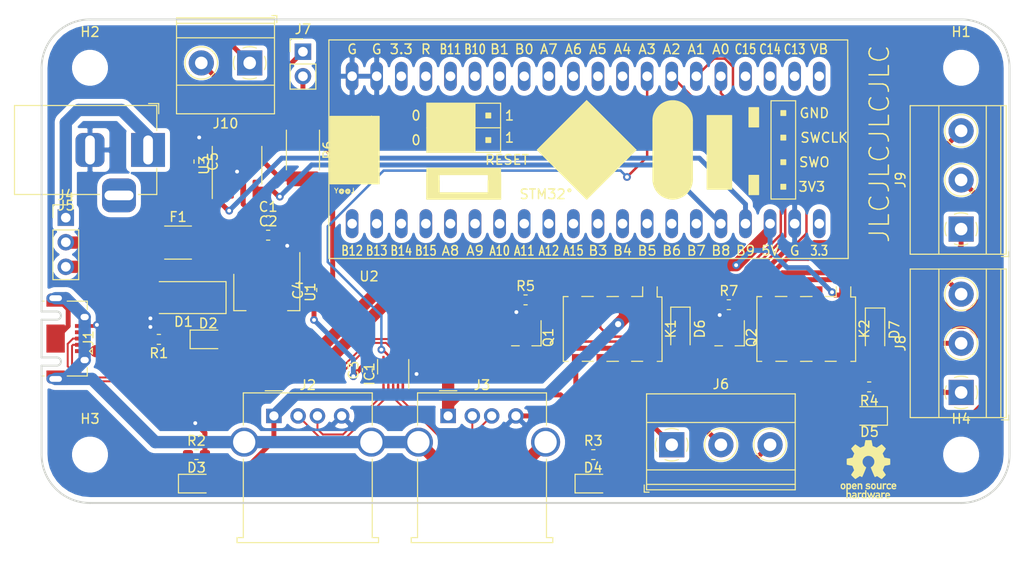
<source format=kicad_pcb>
(kicad_pcb (version 20171130) (host pcbnew 5.1.6)

  (general
    (thickness 1.6)
    (drawings 10)
    (tracks 390)
    (zones 0)
    (modules 43)
    (nets 71)
  )

  (page A4)
  (layers
    (0 F.Cu signal)
    (31 B.Cu signal)
    (32 B.Adhes user)
    (33 F.Adhes user)
    (34 B.Paste user)
    (35 F.Paste user)
    (36 B.SilkS user)
    (37 F.SilkS user)
    (38 B.Mask user)
    (39 F.Mask user)
    (40 Dwgs.User user)
    (41 Cmts.User user)
    (42 Eco1.User user)
    (43 Eco2.User user)
    (44 Edge.Cuts user)
    (45 Margin user)
    (46 B.CrtYd user)
    (47 F.CrtYd user)
    (48 B.Fab user)
    (49 F.Fab user)
  )

  (setup
    (last_trace_width 0.508)
    (user_trace_width 0.2)
    (user_trace_width 0.254)
    (user_trace_width 0.381)
    (user_trace_width 0.508)
    (user_trace_width 1.27)
    (user_trace_width 2.54)
    (trace_clearance 0.2)
    (zone_clearance 0.508)
    (zone_45_only no)
    (trace_min 0.2)
    (via_size 0.8)
    (via_drill 0.4)
    (via_min_size 0.4)
    (via_min_drill 0.3)
    (user_via 0.635 0.3048)
    (user_via 1.27 0.635)
    (uvia_size 0.3)
    (uvia_drill 0.1)
    (uvias_allowed no)
    (uvia_min_size 0.2)
    (uvia_min_drill 0.1)
    (edge_width 0.05)
    (segment_width 0.2)
    (pcb_text_width 0.3)
    (pcb_text_size 1.5 1.5)
    (mod_edge_width 0.12)
    (mod_text_size 1 1)
    (mod_text_width 0.15)
    (pad_size 1.524 1.524)
    (pad_drill 0.762)
    (pad_to_mask_clearance 0.05)
    (aux_axis_origin 0 0)
    (grid_origin 100 100)
    (visible_elements FFFFFF7F)
    (pcbplotparams
      (layerselection 0x010fc_ffffffff)
      (usegerberextensions false)
      (usegerberattributes true)
      (usegerberadvancedattributes true)
      (creategerberjobfile true)
      (excludeedgelayer true)
      (linewidth 0.100000)
      (plotframeref false)
      (viasonmask false)
      (mode 1)
      (useauxorigin false)
      (hpglpennumber 1)
      (hpglpenspeed 20)
      (hpglpendiameter 15.000000)
      (psnegative false)
      (psa4output false)
      (plotreference true)
      (plotvalue false)
      (plotinvisibletext false)
      (padsonsilk false)
      (subtractmaskfromsilk false)
      (outputformat 1)
      (mirror false)
      (drillshape 0)
      (scaleselection 1)
      (outputdirectory "gerbers/"))
  )

  (net 0 "")
  (net 1 +5V)
  (net 2 GND)
  (net 3 +3V3)
  (net 4 "Net-(D2-Pad1)")
  (net 5 "Net-(D3-Pad1)")
  (net 6 /VBUS_A)
  (net 7 /VBUS_B)
  (net 8 "Net-(D4-Pad1)")
  (net 9 "Net-(D5-Pad1)")
  (net 10 "Net-(D6-Pad2)")
  (net 11 /GP_RELAY_LED)
  (net 12 "Net-(F1-Pad1)")
  (net 13 /^OE)
  (net 14 /S)
  (net 15 GNDS)
  (net 16 "Net-(J1-Pad4)")
  (net 17 /VBUS_IN)
  (net 18 "Net-(J4-Pad1)")
  (net 19 "Net-(J6-Pad1)")
  (net 20 "Net-(J6-Pad2)")
  (net 21 "Net-(J6-Pad3)")
  (net 22 "Net-(J10-Pad2)")
  (net 23 "Net-(J7-Pad2)")
  (net 24 "Net-(J8-Pad1)")
  (net 25 "Net-(J8-Pad2)")
  (net 26 "Net-(J8-Pad3)")
  (net 27 "Net-(J9-Pad3)")
  (net 28 "Net-(J9-Pad2)")
  (net 29 "Net-(J9-Pad1)")
  (net 30 "Net-(J10-Pad1)")
  (net 31 /USB_RELAY)
  (net 32 /GP_RELAY)
  (net 33 "Net-(U2-Pad20)")
  (net 34 "Net-(U2-Pad21)")
  (net 35 "Net-(U2-Pad22)")
  (net 36 "Net-(U2-Pad23)")
  (net 37 "Net-(U2-Pad17)")
  (net 38 "Net-(U2-Pad24)")
  (net 39 "Net-(U2-Pad16)")
  (net 40 "Net-(U2-Pad15)")
  (net 41 "Net-(U2-Pad14)")
  (net 42 "Net-(U2-Pad13)")
  (net 43 "Net-(U2-Pad12)")
  (net 44 "Net-(U2-Pad29)")
  (net 45 "Net-(U2-Pad11)")
  (net 46 "Net-(U2-Pad30)")
  (net 47 "Net-(U2-Pad10)")
  (net 48 "Net-(U2-Pad31)")
  (net 49 "Net-(U2-Pad9)")
  (net 50 "Net-(U2-Pad32)")
  (net 51 "Net-(U2-Pad8)")
  (net 52 "Net-(U2-Pad33)")
  (net 53 "Net-(U2-Pad7)")
  (net 54 "Net-(U2-Pad34)")
  (net 55 "Net-(U2-Pad6)")
  (net 56 "Net-(U2-Pad35)")
  (net 57 "Net-(U2-Pad5)")
  (net 58 "Net-(U2-Pad36)")
  (net 59 "Net-(U2-Pad4)")
  (net 60 "Net-(U2-Pad37)")
  (net 61 "Net-(U2-Pad3)")
  (net 62 "Net-(U2-Pad38)")
  (net 63 "Net-(U2-Pad2)")
  (net 64 "Net-(U2-Pad1)")
  (net 65 /HOST_D-)
  (net 66 /HOST_D+)
  (net 67 /1D+)
  (net 68 /1D-)
  (net 69 /2D+)
  (net 70 /2D-)

  (net_class Default "This is the default net class."
    (clearance 0.2)
    (trace_width 0.25)
    (via_dia 0.8)
    (via_drill 0.4)
    (uvia_dia 0.3)
    (uvia_drill 0.1)
    (add_net +3V3)
    (add_net +5V)
    (add_net /1D+)
    (add_net /1D-)
    (add_net /2D+)
    (add_net /2D-)
    (add_net /GP_RELAY)
    (add_net /GP_RELAY_LED)
    (add_net /HOST_D+)
    (add_net /HOST_D-)
    (add_net /S)
    (add_net /USB_RELAY)
    (add_net /VBUS_A)
    (add_net /VBUS_B)
    (add_net /VBUS_IN)
    (add_net /^OE)
    (add_net GND)
    (add_net GNDS)
    (add_net "Net-(D2-Pad1)")
    (add_net "Net-(D3-Pad1)")
    (add_net "Net-(D4-Pad1)")
    (add_net "Net-(D5-Pad1)")
    (add_net "Net-(D6-Pad2)")
    (add_net "Net-(F1-Pad1)")
    (add_net "Net-(J1-Pad4)")
    (add_net "Net-(J10-Pad1)")
    (add_net "Net-(J10-Pad2)")
    (add_net "Net-(J4-Pad1)")
    (add_net "Net-(J6-Pad1)")
    (add_net "Net-(J6-Pad2)")
    (add_net "Net-(J6-Pad3)")
    (add_net "Net-(J7-Pad2)")
    (add_net "Net-(J8-Pad1)")
    (add_net "Net-(J8-Pad2)")
    (add_net "Net-(J8-Pad3)")
    (add_net "Net-(J9-Pad1)")
    (add_net "Net-(J9-Pad2)")
    (add_net "Net-(J9-Pad3)")
    (add_net "Net-(U2-Pad1)")
    (add_net "Net-(U2-Pad10)")
    (add_net "Net-(U2-Pad11)")
    (add_net "Net-(U2-Pad12)")
    (add_net "Net-(U2-Pad13)")
    (add_net "Net-(U2-Pad14)")
    (add_net "Net-(U2-Pad15)")
    (add_net "Net-(U2-Pad16)")
    (add_net "Net-(U2-Pad17)")
    (add_net "Net-(U2-Pad2)")
    (add_net "Net-(U2-Pad20)")
    (add_net "Net-(U2-Pad21)")
    (add_net "Net-(U2-Pad22)")
    (add_net "Net-(U2-Pad23)")
    (add_net "Net-(U2-Pad24)")
    (add_net "Net-(U2-Pad29)")
    (add_net "Net-(U2-Pad3)")
    (add_net "Net-(U2-Pad30)")
    (add_net "Net-(U2-Pad31)")
    (add_net "Net-(U2-Pad32)")
    (add_net "Net-(U2-Pad33)")
    (add_net "Net-(U2-Pad34)")
    (add_net "Net-(U2-Pad35)")
    (add_net "Net-(U2-Pad36)")
    (add_net "Net-(U2-Pad37)")
    (add_net "Net-(U2-Pad38)")
    (add_net "Net-(U2-Pad4)")
    (add_net "Net-(U2-Pad5)")
    (add_net "Net-(U2-Pad6)")
    (add_net "Net-(U2-Pad7)")
    (add_net "Net-(U2-Pad8)")
    (add_net "Net-(U2-Pad9)")
  )

  (module Connector_USB:USB_Micro-AB_Molex_47590-0001 (layer F.Cu) (tedit 5F67470B) (tstamp 5F68507B)
    (at 100.0508 83 270)
    (descr "Micro USB AB receptable, right-angle inverted (https://www.molex.com/pdm_docs/sd/475900001_sd.pdf)")
    (tags "Micro AB USB SMD")
    (path /5F67D16E)
    (attr smd)
    (fp_text reference J1 (at 0 -4.8 270) (layer F.SilkS)
      (effects (font (size 1 1) (thickness 0.15)))
    )
    (fp_text value USB_B_Micro (at 0 3.5 90) (layer F.Fab)
      (effects (font (size 1 1) (thickness 0.15)))
    )
    (fp_line (start -3.75 0.053) (end 3.75 0.053) (layer F.Fab) (width 0.1))
    (fp_line (start -3.87 -0.197) (end -3.87 0.053) (layer F.SilkS) (width 0.12))
    (fp_line (start 3.87 -0.197) (end 3.87 0.053) (layer F.SilkS) (width 0.12))
    (fp_line (start 3 -4.667) (end 3.87 -4.667) (layer F.SilkS) (width 0.12))
    (fp_line (start -3.87 -4.667) (end -3.87 -2.597) (layer F.SilkS) (width 0.12))
    (fp_line (start 3.87 -4.667) (end 3.87 -2.597) (layer F.SilkS) (width 0.12))
    (fp_line (start -3.75 0.753) (end 3.75 0.753) (layer F.Fab) (width 0.1))
    (fp_line (start -3.75 -4.547) (end -3.75 0.053) (layer F.Fab) (width 0.1))
    (fp_line (start -3.75 0.053) (end -2.8 0.053) (layer Edge.Cuts) (width 0.2))
    (fp_line (start -2.8 -1.522) (end -2.8 0.053) (layer Edge.Cuts) (width 0.2))
    (fp_line (start -1.95 -1.522) (end -1.95 0.053) (layer Edge.Cuts) (width 0.2))
    (fp_line (start -1.95 0.053) (end 1.95 0.053) (layer Edge.Cuts) (width 0.2))
    (fp_line (start 1.95 -1.522) (end 1.95 0.053) (layer Edge.Cuts) (width 0.2))
    (fp_line (start 2.8 -1.522) (end 2.8 0.053) (layer Edge.Cuts) (width 0.2))
    (fp_line (start 2.8 0.053) (end 3.75 0.053) (layer Edge.Cuts) (width 0.2))
    (fp_line (start 3.75 -4.547) (end 3.75 0.053) (layer F.Fab) (width 0.1))
    (fp_line (start -3.75 -4.547) (end 3.75 -4.547) (layer F.Fab) (width 0.1))
    (fp_line (start -5.18 -5.527) (end 5.18 -5.527) (layer F.CrtYd) (width 0.05))
    (fp_line (start 5.18 -5.527) (end 5.18 1.253) (layer F.CrtYd) (width 0.05))
    (fp_line (start -5.18 -5.527) (end -5.18 1.253) (layer F.CrtYd) (width 0.05))
    (fp_line (start -5.18 1.253) (end 5.18 1.253) (layer F.CrtYd) (width 0.05))
    (fp_line (start -3.87 -4.667) (end -3 -4.667) (layer F.SilkS) (width 0.12))
    (fp_line (start 1.3 -4.897) (end 1 -5.197) (layer F.SilkS) (width 0.12))
    (fp_line (start 1.3 -4.897) (end 1.6 -5.197) (layer F.SilkS) (width 0.12))
    (fp_line (start 1 -5.197) (end 1.6 -5.197) (layer F.SilkS) (width 0.12))
    (fp_arc (start 2.375 -1.522) (end 1.95 -1.522) (angle 180) (layer Edge.Cuts) (width 0.2))
    (fp_arc (start -2.375 -1.522) (end -2.8 -1.522) (angle 180) (layer Edge.Cuts) (width 0.2))
    (fp_text user %R (at 0 -2.897 90) (layer F.Fab)
      (effects (font (size 1 1) (thickness 0.15)))
    )
    (fp_text user "PCB Edge" (at 0 0.053 90) (layer Dwgs.User)
      (effects (font (size 0.4 0.4) (thickness 0.04)))
    )
    (pad 6 thru_hole oval (at -2.225 -4.397 270) (size 1.05 1.25) (drill oval 0.65 0.85) (layers *.Cu *.Mask)
      (net 15 GNDS))
    (pad 5 smd rect (at -1.3 -4.072 270) (size 0.4 1.35) (layers F.Cu F.Paste F.Mask)
      (net 2 GND))
    (pad 4 smd rect (at -0.65 -4.072 270) (size 0.4 1.35) (layers F.Cu F.Paste F.Mask)
      (net 16 "Net-(J1-Pad4)"))
    (pad 3 smd rect (at 0 -4.072 270) (size 0.4 1.35) (layers F.Cu F.Paste F.Mask)
      (net 66 /HOST_D+))
    (pad 1 smd rect (at 1.3 -4.072 270) (size 0.4 1.35) (layers F.Cu F.Paste F.Mask)
      (net 17 /VBUS_IN))
    (pad 6 thru_hole oval (at 2.225 -4.397 270) (size 1.05 1.25) (drill oval 0.65 0.85) (layers *.Cu *.Mask)
      (net 15 GNDS))
    (pad 6 thru_hole oval (at -4.175 -1.397 270) (size 1 1.9) (drill oval 0.6 1.3) (layers *.Cu *.Mask)
      (net 15 GNDS))
    (pad 6 thru_hole oval (at 4.175 -1.397 270) (size 1 1.9) (drill oval 0.6 1.3) (layers *.Cu *.Mask)
      (net 15 GNDS))
    (pad 2 smd rect (at 0.65 -4.072 270) (size 0.4 1.35) (layers F.Cu F.Paste F.Mask)
      (net 65 /HOST_D-))
    (pad 6 smd rect (at 0 -1.397 270) (size 2.9 1.9) (layers F.Cu F.Paste F.Mask)
      (net 15 GNDS))
    (pad 6 smd rect (at 3.7375 -1.397 270) (size 0.875 1.9) (layers F.Cu F.Mask)
      (net 15 GNDS))
    (pad 6 smd rect (at -3.7375 -1.397 270) (size 0.875 1.9) (layers F.Cu F.Mask)
      (net 15 GNDS))
    (pad "" smd rect (at 3.5 -1.397 270) (size 0.3 0.85) (layers F.Paste))
    (pad "" smd rect (at -3.5 -1.397 270) (size 0.3 0.85) (layers F.Paste))
    (model ${KISYS3DMOD}/Connector_USB.3dshapes/USB_Micro-AB_Molex_47590-0001.wrl
      (at (xyz 0 0 0))
      (scale (xyz 1 1 1))
      (rotate (xyz 0 0 0))
    )
  )

  (module Modules:YAAJ_BluePill (layer F.Cu) (tedit 5F673AC3) (tstamp 5F682238)
    (at 132.08 71.12)
    (path /5F6B2207)
    (fp_text reference U2 (at 1.75006 5.45338 180) (layer F.SilkS)
      (effects (font (size 1 1) (thickness 0.15)))
    )
    (fp_text value BluePill_STM32F103C (at 4 -7.7 90) (layer F.Fab) hide
      (effects (font (size 1 1) (thickness 0.15)))
    )
    (fp_poly (pts (xy 42 -5) (xy 41 -5) (xy 41 -3) (xy 42 -3)) (layer F.SilkS) (width 0.1))
    (fp_poly (pts (xy 41 -12) (xy 41 -10) (xy 42 -10) (xy 42 -12)) (layer F.SilkS) (width 0.1))
    (fp_poly (pts (xy 7.8 -12.4) (xy 12.7 -12.4) (xy 12.7 -7.4) (xy 7.8 -7.4)) (layer F.SilkS) (width 0.1))
    (fp_line (start -2.5 -19.1) (end -2.5 3.7) (layer F.CrtYd) (width 0.12))
    (fp_line (start 51.3 3.7) (end -2.5 3.7) (layer F.CrtYd) (width 0.12))
    (fp_line (start 51.3 -19.1) (end 51.3 3.7) (layer F.CrtYd) (width 0.12))
    (fp_line (start -2.5 -19.1) (end 51.3 -19.1) (layer F.CrtYd) (width 0.12))
    (fp_poly (pts (xy 31.19628 -4.20878) (xy 31.34995 -3.74523) (xy 31.60649 -3.36169) (xy 31.74238 -3.18516)
      (xy 32.05734 -2.92608) (xy 32.29102 -2.79908) (xy 32.52216 -2.72288) (xy 32.82696 -2.65176)
      (xy 33.11398 -2.59842) (xy 33.5407 -2.6416) (xy 33.890585 -2.743835) (xy 34.19602 -2.93624)
      (xy 34.41192 -3.08864) (xy 34.63798 -3.33756) (xy 34.87674 -3.62712) (xy 34.97326 -3.85572)
      (xy 35.01898 -4.04876) (xy 35.08756 -4.51358) (xy 35.09264 -10.83818) (xy 34.96564 -11.39444)
      (xy 34.59226 -11.97864) (xy 34.24174 -12.29106) (xy 33.72612 -12.52855) (xy 33.38068 -12.59205)
      (xy 33.07588 -12.6238) (xy 32.74314 -12.59332) (xy 32.34182 -12.4841) (xy 32.1437 -12.40282)
      (xy 31.92018 -12.25042) (xy 31.70428 -12.02944) (xy 31.49854 -11.78052) (xy 31.2547 -11.31824)
      (xy 31.16326 -10.84326) (xy 31.16834 -4.5212)) (layer F.SilkS) (width 0.1))
    (fp_poly (pts (xy 36.67506 -3.56362) (xy 36.67506 -11.18362) (xy 39.21506 -11.18362) (xy 39.21506 -3.56362)) (layer F.SilkS) (width 0.1))
    (fp_line (start 35.15106 -4.57962) (end 35.15106 -10.67562) (layer F.SilkS) (width 0.12))
    (fp_line (start 31.08706 -4.57962) (end 31.08706 -10.67562) (layer F.SilkS) (width 0.12))
    (fp_poly (pts (xy 44.29506 -11.18362) (xy 44.80306 -11.18362) (xy 44.80306 -11.69162) (xy 44.29506 -11.69162)) (layer F.SilkS) (width 0.1))
    (fp_poly (pts (xy 44.29506 -8.64362) (xy 44.80306 -8.64362) (xy 44.80306 -9.15162) (xy 44.29506 -9.15162)) (layer F.SilkS) (width 0.1))
    (fp_poly (pts (xy 44.29506 -6.10362) (xy 44.80306 -6.10362) (xy 44.80306 -6.61162) (xy 44.29506 -6.61162)) (layer F.SilkS) (width 0.1))
    (fp_poly (pts (xy 44.29506 -3.56362) (xy 44.80306 -3.56362) (xy 44.80306 -4.07162) (xy 44.29506 -4.07162)) (layer F.SilkS) (width 0.1))
    (fp_line (start 43.27906 -12.70762) (end 43.27906 -2.54762) (layer F.SilkS) (width 0.12))
    (fp_line (start 45.81906 -12.70762) (end 43.27906 -12.70762) (layer F.SilkS) (width 0.12))
    (fp_line (start 45.81906 -2.54762) (end 45.81906 -12.70762) (layer F.SilkS) (width 0.12))
    (fp_line (start 43.27906 -2.54762) (end 45.81906 -2.54762) (layer F.SilkS) (width 0.12))
    (fp_poly (pts (xy 13.81506 -10.92962) (xy 13.81506 -11.43762) (xy 14.32306 -11.43762) (xy 14.32306 -10.92962)) (layer F.SilkS) (width 0.1))
    (fp_poly (pts (xy 13.81506 -8.38962) (xy 14.32306 -8.38962) (xy 14.32306 -8.89762) (xy 13.81506 -8.89762)) (layer F.SilkS) (width 0.1))
    (fp_poly (pts (xy 11.27506 -10.92962) (xy 11.27506 -11.43762) (xy 11.78306 -11.43762) (xy 11.78306 -10.92962)) (layer F.SilkS) (width 0.1))
    (fp_poly (pts (xy 11.27506 -8.38962) (xy 11.27506 -8.89762) (xy 11.78306 -8.89762) (xy 11.78306 -8.38962)) (layer F.SilkS) (width 0.1))
    (fp_poly (pts (xy 8.73506 -10.92962) (xy 9.24306 -10.92962) (xy 9.24306 -11.43762) (xy 8.73506 -11.43762)) (layer F.SilkS) (width 0.1))
    (fp_poly (pts (xy 8.73506 -8.38962) (xy 8.73506 -8.89762) (xy 9.24306 -8.89762) (xy 9.24306 -8.38962)) (layer F.SilkS) (width 0.1))
    (fp_poly (pts (xy 8.98906 -5.08762) (xy 8.98906 -5.72262) (xy 14.06906 -5.72262) (xy 14.06906 -5.08762)) (layer F.SilkS) (width 0.1))
    (fp_poly (pts (xy 8.98906 -2.54762) (xy 8.98906 -3.18262) (xy 14.06906 -3.18262) (xy 14.06906 -2.54762)) (layer F.SilkS) (width 0.1))
    (fp_poly (pts (xy 14.06906 -2.54762) (xy 14.06906 -5.72262) (xy 15.33906 -5.72262) (xy 15.33906 -2.54762)) (layer F.SilkS) (width 0.1))
    (fp_poly (pts (xy 7.71906 -2.54762) (xy 7.71906 -5.72262) (xy 8.98906 -5.72262) (xy 8.98906 -2.54762)) (layer F.SilkS) (width 0.1))
    (fp_poly (pts (xy 19.14906 -7.62762) (xy 24.22906 -2.54762) (xy 29.30906 -7.62762) (xy 24.22906 -12.70762)) (layer F.SilkS) (width 0.1))
    (fp_poly (pts (xy -2.28 -4.115) (xy 2.8 -4.115) (xy 2.8 -11.1) (xy -2.28 -11.1)) (layer F.SilkS) (width 0.1))
    (fp_line (start 7.71906 -9.91362) (end 15.33906 -9.91362) (layer F.SilkS) (width 0.12))
    (fp_line (start 7.71906 -12.45362) (end 7.71906 -7.37362) (layer F.SilkS) (width 0.12))
    (fp_line (start 15.33906 -12.45362) (end 7.71906 -12.45362) (layer F.SilkS) (width 0.12))
    (fp_line (start 15.33906 -7.37362) (end 15.33906 -12.45362) (layer F.SilkS) (width 0.12))
    (fp_line (start 7.71906 -7.37362) (end 15.33906 -7.37362) (layer F.SilkS) (width 0.12))
    (fp_line (start 14.06906 -3.18262) (end 8.98906 -3.18262) (layer F.SilkS) (width 0.12))
    (fp_line (start 14.06906 -4.45262) (end 14.06906 -3.18262) (layer F.SilkS) (width 0.12))
    (fp_line (start 8.98906 -3.18262) (end 8.98906 -4.45262) (layer F.SilkS) (width 0.12))
    (fp_line (start 15.33906 -2.54762) (end 7.71906 -2.54762) (layer F.SilkS) (width 0.12))
    (fp_line (start 15.33906 -5.08762) (end 15.33906 -2.54762) (layer F.SilkS) (width 0.12))
    (fp_line (start 7.71906 -5.08762) (end 15.33906 -5.08762) (layer F.SilkS) (width 0.12))
    (fp_line (start 7.71906 -2.54762) (end 7.71906 -5.08762) (layer F.SilkS) (width 0.12))
    (fp_line (start 29.30906 -7.62762) (end 24.22906 -2.54762) (layer F.SilkS) (width 0.12))
    (fp_line (start 24.22906 -12.70762) (end 29.30906 -7.62762) (layer F.SilkS) (width 0.12))
    (fp_line (start 19.14906 -7.62762) (end 24.22906 -12.70762) (layer F.SilkS) (width 0.12))
    (fp_line (start 24.22906 -2.54762) (end 19.14906 -7.62762) (layer F.SilkS) (width 0.12))
    (fp_line (start 2.00406 -4.13512) (end 2.00406 -11.12012) (layer F.SilkS) (width 0.12))
    (fp_line (start 51.25 3.6) (end -2.4 3.6) (layer F.SilkS) (width 0.12))
    (fp_line (start 51.2 -19) (end 51.25 3.6) (layer F.SilkS) (width 0.12))
    (fp_line (start -2.4 -19) (end 51.2 -19) (layer F.SilkS) (width 0.12))
    (fp_line (start -2.4 3.6) (end -2.4 -19) (layer F.SilkS) (width 0.12))
    (fp_arc (start 33.11906 -10.67562) (end 35.15106 -10.67562) (angle -180) (layer F.SilkS) (width 0.12))
    (fp_arc (start 33.11906 -4.57962) (end 31.08706 -4.57962) (angle -180) (layer F.SilkS) (width 0.12))
    (fp_text user G (at 0 -18.034) (layer F.SilkS)
      (effects (font (size 1 1) (thickness 0.15)))
    )
    (fp_text user G (at 2.54 -18.034) (layer F.SilkS)
      (effects (font (size 1 1) (thickness 0.15)))
    )
    (fp_text user 3.3 (at 5.08 -18.034) (layer F.SilkS)
      (effects (font (size 1 1) (thickness 0.15)))
    )
    (fp_text user R (at 7.62 -18.034) (layer F.SilkS)
      (effects (font (size 1 1) (thickness 0.15)))
    )
    (fp_text user B11 (at 10.16 -18.034) (layer F.SilkS)
      (effects (font (size 1 0.762) (thickness 0.15)))
    )
    (fp_text user B10 (at 12.7 -18.034) (layer F.SilkS)
      (effects (font (size 1 0.762) (thickness 0.15)))
    )
    (fp_text user B1 (at 15.24 -18.034) (layer F.SilkS)
      (effects (font (size 1 1) (thickness 0.15)))
    )
    (fp_text user B0 (at 17.78 -18.034) (layer F.SilkS)
      (effects (font (size 1 1) (thickness 0.15)))
    )
    (fp_text user A7 (at 20.32 -18.034) (layer F.SilkS)
      (effects (font (size 1 1) (thickness 0.15)))
    )
    (fp_text user A6 (at 22.86 -18.034) (layer F.SilkS)
      (effects (font (size 1 1) (thickness 0.15)))
    )
    (fp_text user A5 (at 25.4 -18.034) (layer F.SilkS)
      (effects (font (size 1 1) (thickness 0.15)))
    )
    (fp_text user A4 (at 27.94 -18.034) (layer F.SilkS)
      (effects (font (size 1 1) (thickness 0.15)))
    )
    (fp_text user A3 (at 30.48 -18.034) (layer F.SilkS)
      (effects (font (size 1 1) (thickness 0.15)))
    )
    (fp_text user A2 (at 33.02 -18.034) (layer F.SilkS)
      (effects (font (size 1 1) (thickness 0.15)))
    )
    (fp_text user A1 (at 35.56 -18.034) (layer F.SilkS)
      (effects (font (size 1 1) (thickness 0.15)))
    )
    (fp_text user A0 (at 38.1 -18.034) (layer F.SilkS)
      (effects (font (size 1 1) (thickness 0.15)))
    )
    (fp_text user C15 (at 40.64 -18.034) (layer F.SilkS)
      (effects (font (size 1 0.762) (thickness 0.15)))
    )
    (fp_text user C14 (at 43.18 -18.034) (layer F.SilkS)
      (effects (font (size 1 0.762) (thickness 0.15)))
    )
    (fp_text user C13 (at 45.72 -18.034) (layer F.SilkS)
      (effects (font (size 1 0.762) (thickness 0.15)))
    )
    (fp_text user VB (at 48.26 -18.034) (layer F.SilkS)
      (effects (font (size 1 1) (thickness 0.15)))
    )
    (fp_text user B12 (at 0 2.794) (layer F.SilkS)
      (effects (font (size 1 0.762) (thickness 0.15)))
    )
    (fp_text user B13 (at 2.54 2.794) (layer F.SilkS)
      (effects (font (size 1 0.762) (thickness 0.15)))
    )
    (fp_text user B14 (at 5.08 2.794) (layer F.SilkS)
      (effects (font (size 1 0.762) (thickness 0.15)))
    )
    (fp_text user B15 (at 7.62 2.794) (layer F.SilkS)
      (effects (font (size 1 0.762) (thickness 0.15)))
    )
    (fp_text user A8 (at 10.16 2.794) (layer F.SilkS)
      (effects (font (size 1 1) (thickness 0.15)))
    )
    (fp_text user A9 (at 12.7 2.794) (layer F.SilkS)
      (effects (font (size 1 1) (thickness 0.15)))
    )
    (fp_text user A10 (at 15.24 2.794) (layer F.SilkS)
      (effects (font (size 1 0.762) (thickness 0.15)))
    )
    (fp_text user A11 (at 17.78 2.794) (layer F.SilkS)
      (effects (font (size 1 0.762) (thickness 0.15)))
    )
    (fp_text user A12 (at 20.32 2.794) (layer F.SilkS)
      (effects (font (size 1 0.762) (thickness 0.15)))
    )
    (fp_text user A15 (at 22.86 2.794) (layer F.SilkS)
      (effects (font (size 1 0.762) (thickness 0.15)))
    )
    (fp_text user B3 (at 25.4 2.794) (layer F.SilkS)
      (effects (font (size 1 1) (thickness 0.15)))
    )
    (fp_text user B4 (at 27.94 2.794) (layer F.SilkS)
      (effects (font (size 1 1) (thickness 0.15)))
    )
    (fp_text user B5 (at 30.48 2.794) (layer F.SilkS)
      (effects (font (size 1 1) (thickness 0.15)))
    )
    (fp_text user B6 (at 33.02 2.794) (layer F.SilkS)
      (effects (font (size 1 1) (thickness 0.15)))
    )
    (fp_text user B7 (at 35.56 2.794) (layer F.SilkS)
      (effects (font (size 1 1) (thickness 0.15)))
    )
    (fp_text user B8 (at 38.1 2.794) (layer F.SilkS)
      (effects (font (size 1 1) (thickness 0.15)))
    )
    (fp_text user B9 (at 40.64 2.794) (layer F.SilkS)
      (effects (font (size 1 1) (thickness 0.15)))
    )
    (fp_text user 5V (at 43.18 2.794) (layer F.SilkS)
      (effects (font (size 1 1) (thickness 0.15)))
    )
    (fp_text user 3.3 (at 48.26 2.794) (layer F.SilkS)
      (effects (font (size 1 0.762) (thickness 0.15)))
    )
    (fp_text user G (at 45.72 2.794) (layer F.SilkS)
      (effects (font (size 1 1) (thickness 0.15)))
    )
    (fp_text user 0 (at 6.604 -11.176) (layer F.SilkS)
      (effects (font (size 1 1) (thickness 0.15)))
    )
    (fp_text user 0 (at 6.604 -8.636) (layer F.SilkS)
      (effects (font (size 1 1) (thickness 0.15)))
    )
    (fp_text user 1 (at 16.256 -11.176) (layer F.SilkS)
      (effects (font (size 1 1) (thickness 0.15)))
    )
    (fp_text user 1 (at 16.256 -8.89) (layer F.SilkS)
      (effects (font (size 1 1) (thickness 0.15)))
    )
    (fp_text user RESET (at 16.002 -6.604) (layer F.SilkS)
      (effects (font (size 1 1) (thickness 0.15)))
    )
    (fp_text user STM32° (at 20.066 -3.048) (layer F.SilkS)
      (effects (font (size 1 1) (thickness 0.15)))
    )
    (fp_text user GND (at 47.752 -11.43) (layer F.SilkS)
      (effects (font (size 1 1) (thickness 0.15)))
    )
    (fp_text user SWCLK (at 48.768 -8.89) (layer F.SilkS)
      (effects (font (size 1 1) (thickness 0.15)))
    )
    (fp_text user SWO (at 47.752 -6.35) (layer F.SilkS)
      (effects (font (size 1 1) (thickness 0.15)))
    )
    (fp_text user 3V3 (at 47.498 -3.81) (layer F.SilkS)
      (effects (font (size 1 1) (thickness 0.15)))
    )
    (fp_text user Y@@J (at -0.8 -3.4) (layer F.SilkS)
      (effects (font (size 0.5 0.5) (thickness 0.1)))
    )
    (pad 20 thru_hole oval (at 48.26 0) (size 1.3 3) (drill 1) (layers *.Cu *.Mask)
      (net 33 "Net-(U2-Pad20)"))
    (pad 21 thru_hole oval (at 48.26 -15.24) (size 1.3 3) (drill 1) (layers *.Cu *.Mask)
      (net 34 "Net-(U2-Pad21)"))
    (pad 19 thru_hole oval (at 45.72 0) (size 1.3 3) (drill 1) (layers *.Cu *.Mask)
      (net 2 GND))
    (pad 22 thru_hole oval (at 45.72 -15.24) (size 1.3 3) (drill 1) (layers *.Cu *.Mask)
      (net 35 "Net-(U2-Pad22)"))
    (pad 18 thru_hole oval (at 43.18 0) (size 1.3 3) (drill 1) (layers *.Cu *.Mask)
      (net 1 +5V))
    (pad 23 thru_hole oval (at 43.18 -15.24762) (size 1.3 3) (drill 1) (layers *.Cu *.Mask)
      (net 36 "Net-(U2-Pad23)"))
    (pad 17 thru_hole oval (at 40.64 0) (size 1.3 3) (drill 1) (layers *.Cu *.Mask)
      (net 37 "Net-(U2-Pad17)"))
    (pad 24 thru_hole oval (at 40.64 -15.24) (size 1.3 3) (drill 1) (layers *.Cu *.Mask)
      (net 38 "Net-(U2-Pad24)"))
    (pad 16 thru_hole oval (at 38.1 0) (size 1.3 3) (drill 1) (layers *.Cu *.Mask)
      (net 39 "Net-(U2-Pad16)"))
    (pad 25 thru_hole oval (at 38.1 -15.24) (size 1.3 3) (drill 1) (layers *.Cu *.Mask)
      (net 31 /USB_RELAY))
    (pad 15 thru_hole oval (at 35.56 0) (size 1.3 3) (drill 1) (layers *.Cu *.Mask)
      (net 40 "Net-(U2-Pad15)"))
    (pad 26 thru_hole oval (at 35.56 -15.24) (size 1.3 3) (drill 1) (layers *.Cu *.Mask)
      (net 32 /GP_RELAY))
    (pad 14 thru_hole oval (at 33.02 0) (size 1.3 3) (drill 1) (layers *.Cu *.Mask)
      (net 41 "Net-(U2-Pad14)"))
    (pad 27 thru_hole oval (at 33.02 -15.24) (size 1.3 3) (drill 1) (layers *.Cu *.Mask)
      (net 13 /^OE))
    (pad 13 thru_hole oval (at 30.48 -0.00762) (size 1.3 3) (drill 1) (layers *.Cu *.Mask)
      (net 42 "Net-(U2-Pad13)"))
    (pad 28 thru_hole oval (at 30.48 -15.24) (size 1.3 3) (drill 1) (layers *.Cu *.Mask)
      (net 14 /S))
    (pad 12 thru_hole oval (at 27.94 0) (size 1.3 3) (drill 1) (layers *.Cu *.Mask)
      (net 43 "Net-(U2-Pad12)"))
    (pad 29 thru_hole oval (at 27.94 -15.24) (size 1.3 3) (drill 1) (layers *.Cu *.Mask)
      (net 44 "Net-(U2-Pad29)"))
    (pad 11 thru_hole oval (at 25.4 0) (size 1.3 3) (drill 1) (layers *.Cu *.Mask)
      (net 45 "Net-(U2-Pad11)"))
    (pad 30 thru_hole oval (at 25.4 -15.24) (size 1.3 3) (drill 1) (layers *.Cu *.Mask)
      (net 46 "Net-(U2-Pad30)"))
    (pad 10 thru_hole oval (at 22.86 0) (size 1.3 3) (drill 1) (layers *.Cu *.Mask)
      (net 47 "Net-(U2-Pad10)"))
    (pad 31 thru_hole oval (at 22.86 -15.24) (size 1.3 3) (drill 1) (layers *.Cu *.Mask)
      (net 48 "Net-(U2-Pad31)"))
    (pad 9 thru_hole oval (at 20.32 0) (size 1.3 3) (drill 1) (layers *.Cu *.Mask)
      (net 49 "Net-(U2-Pad9)"))
    (pad 32 thru_hole oval (at 20.32 -15.24762) (size 1.3 3) (drill 1) (layers *.Cu *.Mask)
      (net 50 "Net-(U2-Pad32)"))
    (pad 8 thru_hole oval (at 17.78 0) (size 1.3 3) (drill 1) (layers *.Cu *.Mask)
      (net 51 "Net-(U2-Pad8)"))
    (pad 33 thru_hole oval (at 17.78 -15.24) (size 1.3 3) (drill 1) (layers *.Cu *.Mask)
      (net 52 "Net-(U2-Pad33)"))
    (pad 7 thru_hole oval (at 15.24 0) (size 1.3 3) (drill 1) (layers *.Cu *.Mask)
      (net 53 "Net-(U2-Pad7)"))
    (pad 34 thru_hole oval (at 15.24 -15.24) (size 1.3 3) (drill 1) (layers *.Cu *.Mask)
      (net 54 "Net-(U2-Pad34)"))
    (pad 6 thru_hole oval (at 12.7 0) (size 1.3 3) (drill 1) (layers *.Cu *.Mask)
      (net 55 "Net-(U2-Pad6)"))
    (pad 35 thru_hole oval (at 12.7 -15.24) (size 1.3 3) (drill 1) (layers *.Cu *.Mask)
      (net 56 "Net-(U2-Pad35)"))
    (pad 5 thru_hole oval (at 10.16 0) (size 1.3 3) (drill 1) (layers *.Cu *.Mask)
      (net 57 "Net-(U2-Pad5)"))
    (pad 36 thru_hole oval (at 10.16 -15.24) (size 1.3 3) (drill 1) (layers *.Cu *.Mask)
      (net 58 "Net-(U2-Pad36)"))
    (pad 4 thru_hole oval (at 7.62 0) (size 1.3 3) (drill 1) (layers *.Cu *.Mask)
      (net 59 "Net-(U2-Pad4)"))
    (pad 37 thru_hole oval (at 7.62 -15.24) (size 1.3 3) (drill 1) (layers *.Cu *.Mask)
      (net 60 "Net-(U2-Pad37)"))
    (pad 3 thru_hole oval (at 5.08 -0.00762) (size 1.3 3) (drill 1) (layers *.Cu *.Mask)
      (net 61 "Net-(U2-Pad3)"))
    (pad 38 thru_hole oval (at 5.08 -15.24) (size 1.3 3) (drill 1) (layers *.Cu *.Mask)
      (net 62 "Net-(U2-Pad38)"))
    (pad 2 thru_hole oval (at 2.54 0) (size 1.3 3) (drill 1) (layers *.Cu *.Mask)
      (net 63 "Net-(U2-Pad2)"))
    (pad 39 thru_hole oval (at 2.54 -15.24762) (size 1.3 3) (drill 1) (layers *.Cu *.Mask)
      (net 2 GND))
    (pad 1 thru_hole oval (at 0 0) (size 1.3 3) (drill 1) (layers *.Cu *.Mask)
      (net 64 "Net-(U2-Pad1)"))
    (pad 40 thru_hole oval (at 0 -15.24762) (size 1.3 3) (drill 1) (layers *.Cu *.Mask)
      (net 2 GND))
    (model ${KIPRJMOD}/libs/Kicad-STM32-master/Packages3d/YAAJ_BluePill.STEP
      (offset (xyz 23 17.75 -50))
      (scale (xyz 1 1 1))
      (rotate (xyz 0 0 -90))
    )
  )

  (module Capacitor_SMD:C_0603_1608Metric_Pad1.05x0.95mm_HandSolder (layer F.Cu) (tedit 5B301BBE) (tstamp 5F682EB0)
    (at 123.4064 70.8114)
    (descr "Capacitor SMD 0603 (1608 Metric), square (rectangular) end terminal, IPC_7351 nominal with elongated pad for handsoldering. (Body size source: http://www.tortai-tech.com/upload/download/2011102023233369053.pdf), generated with kicad-footprint-generator")
    (tags "capacitor handsolder")
    (path /5F663953)
    (attr smd)
    (fp_text reference C1 (at 0 -1.43) (layer F.SilkS)
      (effects (font (size 1 1) (thickness 0.15)))
    )
    (fp_text value 0.1u (at 0 1.43) (layer F.Fab)
      (effects (font (size 1 1) (thickness 0.15)))
    )
    (fp_line (start 1.65 0.73) (end -1.65 0.73) (layer F.CrtYd) (width 0.05))
    (fp_line (start 1.65 -0.73) (end 1.65 0.73) (layer F.CrtYd) (width 0.05))
    (fp_line (start -1.65 -0.73) (end 1.65 -0.73) (layer F.CrtYd) (width 0.05))
    (fp_line (start -1.65 0.73) (end -1.65 -0.73) (layer F.CrtYd) (width 0.05))
    (fp_line (start -0.171267 0.51) (end 0.171267 0.51) (layer F.SilkS) (width 0.12))
    (fp_line (start -0.171267 -0.51) (end 0.171267 -0.51) (layer F.SilkS) (width 0.12))
    (fp_line (start 0.8 0.4) (end -0.8 0.4) (layer F.Fab) (width 0.1))
    (fp_line (start 0.8 -0.4) (end 0.8 0.4) (layer F.Fab) (width 0.1))
    (fp_line (start -0.8 -0.4) (end 0.8 -0.4) (layer F.Fab) (width 0.1))
    (fp_line (start -0.8 0.4) (end -0.8 -0.4) (layer F.Fab) (width 0.1))
    (fp_text user %R (at 0 0) (layer F.Fab)
      (effects (font (size 0.4 0.4) (thickness 0.06)))
    )
    (pad 1 smd roundrect (at -0.875 0) (size 1.05 0.95) (layers F.Cu F.Paste F.Mask) (roundrect_rratio 0.25)
      (net 1 +5V))
    (pad 2 smd roundrect (at 0.875 0) (size 1.05 0.95) (layers F.Cu F.Paste F.Mask) (roundrect_rratio 0.25)
      (net 2 GND))
    (model ${KISYS3DMOD}/Capacitor_SMD.3dshapes/C_0603_1608Metric.wrl
      (at (xyz 0 0 0))
      (scale (xyz 1 1 1))
      (rotate (xyz 0 0 0))
    )
  )

  (module Capacitor_SMD:C_0603_1608Metric_Pad1.05x0.95mm_HandSolder (layer F.Cu) (tedit 5B301BBE) (tstamp 5F682E80)
    (at 123.4064 72.3114)
    (descr "Capacitor SMD 0603 (1608 Metric), square (rectangular) end terminal, IPC_7351 nominal with elongated pad for handsoldering. (Body size source: http://www.tortai-tech.com/upload/download/2011102023233369053.pdf), generated with kicad-footprint-generator")
    (tags "capacitor handsolder")
    (path /5F664BB9)
    (attr smd)
    (fp_text reference C2 (at 0 -1.43) (layer F.SilkS)
      (effects (font (size 1 1) (thickness 0.15)))
    )
    (fp_text value 10u (at 0 1.43) (layer F.Fab)
      (effects (font (size 1 1) (thickness 0.15)))
    )
    (fp_text user %R (at 0 0) (layer F.Fab)
      (effects (font (size 0.4 0.4) (thickness 0.06)))
    )
    (fp_line (start -0.8 0.4) (end -0.8 -0.4) (layer F.Fab) (width 0.1))
    (fp_line (start -0.8 -0.4) (end 0.8 -0.4) (layer F.Fab) (width 0.1))
    (fp_line (start 0.8 -0.4) (end 0.8 0.4) (layer F.Fab) (width 0.1))
    (fp_line (start 0.8 0.4) (end -0.8 0.4) (layer F.Fab) (width 0.1))
    (fp_line (start -0.171267 -0.51) (end 0.171267 -0.51) (layer F.SilkS) (width 0.12))
    (fp_line (start -0.171267 0.51) (end 0.171267 0.51) (layer F.SilkS) (width 0.12))
    (fp_line (start -1.65 0.73) (end -1.65 -0.73) (layer F.CrtYd) (width 0.05))
    (fp_line (start -1.65 -0.73) (end 1.65 -0.73) (layer F.CrtYd) (width 0.05))
    (fp_line (start 1.65 -0.73) (end 1.65 0.73) (layer F.CrtYd) (width 0.05))
    (fp_line (start 1.65 0.73) (end -1.65 0.73) (layer F.CrtYd) (width 0.05))
    (pad 2 smd roundrect (at 0.875 0) (size 1.05 0.95) (layers F.Cu F.Paste F.Mask) (roundrect_rratio 0.25)
      (net 2 GND))
    (pad 1 smd roundrect (at -0.875 0) (size 1.05 0.95) (layers F.Cu F.Paste F.Mask) (roundrect_rratio 0.25)
      (net 1 +5V))
    (model ${KISYS3DMOD}/Capacitor_SMD.3dshapes/C_0603_1608Metric.wrl
      (at (xyz 0 0 0))
      (scale (xyz 1 1 1))
      (rotate (xyz 0 0 0))
    )
  )

  (module Capacitor_SMD:C_0603_1608Metric_Pad1.05x0.95mm_HandSolder (layer F.Cu) (tedit 5B301BBE) (tstamp 5F68B3A6)
    (at 133.655 86.27 90)
    (descr "Capacitor SMD 0603 (1608 Metric), square (rectangular) end terminal, IPC_7351 nominal with elongated pad for handsoldering. (Body size source: http://www.tortai-tech.com/upload/download/2011102023233369053.pdf), generated with kicad-footprint-generator")
    (tags "capacitor handsolder")
    (path /5F9031AB)
    (attr smd)
    (fp_text reference C3 (at 0 -1.43 90) (layer F.SilkS)
      (effects (font (size 1 1) (thickness 0.15)))
    )
    (fp_text value C (at 0 1.43 90) (layer F.Fab)
      (effects (font (size 1 1) (thickness 0.15)))
    )
    (fp_text user %R (at 0 0 90) (layer F.Fab)
      (effects (font (size 0.4 0.4) (thickness 0.06)))
    )
    (fp_line (start -0.8 0.4) (end -0.8 -0.4) (layer F.Fab) (width 0.1))
    (fp_line (start -0.8 -0.4) (end 0.8 -0.4) (layer F.Fab) (width 0.1))
    (fp_line (start 0.8 -0.4) (end 0.8 0.4) (layer F.Fab) (width 0.1))
    (fp_line (start 0.8 0.4) (end -0.8 0.4) (layer F.Fab) (width 0.1))
    (fp_line (start -0.171267 -0.51) (end 0.171267 -0.51) (layer F.SilkS) (width 0.12))
    (fp_line (start -0.171267 0.51) (end 0.171267 0.51) (layer F.SilkS) (width 0.12))
    (fp_line (start -1.65 0.73) (end -1.65 -0.73) (layer F.CrtYd) (width 0.05))
    (fp_line (start -1.65 -0.73) (end 1.65 -0.73) (layer F.CrtYd) (width 0.05))
    (fp_line (start 1.65 -0.73) (end 1.65 0.73) (layer F.CrtYd) (width 0.05))
    (fp_line (start 1.65 0.73) (end -1.65 0.73) (layer F.CrtYd) (width 0.05))
    (pad 2 smd roundrect (at 0.875 0 90) (size 1.05 0.95) (layers F.Cu F.Paste F.Mask) (roundrect_rratio 0.25)
      (net 3 +3V3))
    (pad 1 smd roundrect (at -0.875 0 90) (size 1.05 0.95) (layers F.Cu F.Paste F.Mask) (roundrect_rratio 0.25)
      (net 2 GND))
    (model ${KISYS3DMOD}/Capacitor_SMD.3dshapes/C_0603_1608Metric.wrl
      (at (xyz 0 0 0))
      (scale (xyz 1 1 1))
      (rotate (xyz 0 0 0))
    )
  )

  (module Capacitor_SMD:C_0603_1608Metric_Pad1.05x0.95mm_HandSolder (layer F.Cu) (tedit 5B301BBE) (tstamp 5F67CA04)
    (at 127.9146 77.9782 90)
    (descr "Capacitor SMD 0603 (1608 Metric), square (rectangular) end terminal, IPC_7351 nominal with elongated pad for handsoldering. (Body size source: http://www.tortai-tech.com/upload/download/2011102023233369053.pdf), generated with kicad-footprint-generator")
    (tags "capacitor handsolder")
    (path /5F6657F0)
    (attr smd)
    (fp_text reference C4 (at 0 -1.43 90) (layer F.SilkS)
      (effects (font (size 1 1) (thickness 0.15)))
    )
    (fp_text value 0.1u (at 0 1.43 90) (layer F.Fab)
      (effects (font (size 1 1) (thickness 0.15)))
    )
    (fp_line (start 1.65 0.73) (end -1.65 0.73) (layer F.CrtYd) (width 0.05))
    (fp_line (start 1.65 -0.73) (end 1.65 0.73) (layer F.CrtYd) (width 0.05))
    (fp_line (start -1.65 -0.73) (end 1.65 -0.73) (layer F.CrtYd) (width 0.05))
    (fp_line (start -1.65 0.73) (end -1.65 -0.73) (layer F.CrtYd) (width 0.05))
    (fp_line (start -0.171267 0.51) (end 0.171267 0.51) (layer F.SilkS) (width 0.12))
    (fp_line (start -0.171267 -0.51) (end 0.171267 -0.51) (layer F.SilkS) (width 0.12))
    (fp_line (start 0.8 0.4) (end -0.8 0.4) (layer F.Fab) (width 0.1))
    (fp_line (start 0.8 -0.4) (end 0.8 0.4) (layer F.Fab) (width 0.1))
    (fp_line (start -0.8 -0.4) (end 0.8 -0.4) (layer F.Fab) (width 0.1))
    (fp_line (start -0.8 0.4) (end -0.8 -0.4) (layer F.Fab) (width 0.1))
    (fp_text user %R (at 0 0 90) (layer F.Fab)
      (effects (font (size 0.4 0.4) (thickness 0.06)))
    )
    (pad 1 smd roundrect (at -0.875 0 90) (size 1.05 0.95) (layers F.Cu F.Paste F.Mask) (roundrect_rratio 0.25)
      (net 3 +3V3))
    (pad 2 smd roundrect (at 0.875 0 90) (size 1.05 0.95) (layers F.Cu F.Paste F.Mask) (roundrect_rratio 0.25)
      (net 2 GND))
    (model ${KISYS3DMOD}/Capacitor_SMD.3dshapes/C_0603_1608Metric.wrl
      (at (xyz 0 0 0))
      (scale (xyz 1 1 1))
      (rotate (xyz 0 0 0))
    )
  )

  (module Capacitor_SMD:C_0603_1608Metric_Pad1.05x0.95mm_HandSolder (layer F.Cu) (tedit 5B301BBE) (tstamp 5F6869A6)
    (at 116.256 64.694 270)
    (descr "Capacitor SMD 0603 (1608 Metric), square (rectangular) end terminal, IPC_7351 nominal with elongated pad for handsoldering. (Body size source: http://www.tortai-tech.com/upload/download/2011102023233369053.pdf), generated with kicad-footprint-generator")
    (tags "capacitor handsolder")
    (path /5F8E9B93)
    (attr smd)
    (fp_text reference C5 (at 0 -1.43 90) (layer F.SilkS)
      (effects (font (size 1 1) (thickness 0.15)))
    )
    (fp_text value C (at 0 1.43 90) (layer F.Fab)
      (effects (font (size 1 1) (thickness 0.15)))
    )
    (fp_line (start 1.65 0.73) (end -1.65 0.73) (layer F.CrtYd) (width 0.05))
    (fp_line (start 1.65 -0.73) (end 1.65 0.73) (layer F.CrtYd) (width 0.05))
    (fp_line (start -1.65 -0.73) (end 1.65 -0.73) (layer F.CrtYd) (width 0.05))
    (fp_line (start -1.65 0.73) (end -1.65 -0.73) (layer F.CrtYd) (width 0.05))
    (fp_line (start -0.171267 0.51) (end 0.171267 0.51) (layer F.SilkS) (width 0.12))
    (fp_line (start -0.171267 -0.51) (end 0.171267 -0.51) (layer F.SilkS) (width 0.12))
    (fp_line (start 0.8 0.4) (end -0.8 0.4) (layer F.Fab) (width 0.1))
    (fp_line (start 0.8 -0.4) (end 0.8 0.4) (layer F.Fab) (width 0.1))
    (fp_line (start -0.8 -0.4) (end 0.8 -0.4) (layer F.Fab) (width 0.1))
    (fp_line (start -0.8 0.4) (end -0.8 -0.4) (layer F.Fab) (width 0.1))
    (fp_text user %R (at 0 0 90) (layer F.Fab)
      (effects (font (size 0.4 0.4) (thickness 0.06)))
    )
    (pad 1 smd roundrect (at -0.875 0 270) (size 1.05 0.95) (layers F.Cu F.Paste F.Mask) (roundrect_rratio 0.25)
      (net 2 GND))
    (pad 2 smd roundrect (at 0.875 0 270) (size 1.05 0.95) (layers F.Cu F.Paste F.Mask) (roundrect_rratio 0.25)
      (net 1 +5V))
    (model ${KISYS3DMOD}/Capacitor_SMD.3dshapes/C_0603_1608Metric.wrl
      (at (xyz 0 0 0))
      (scale (xyz 1 1 1))
      (rotate (xyz 0 0 0))
    )
  )

  (module Diode_SMD:D_SMA_Handsoldering (layer F.Cu) (tedit 58643398) (tstamp 5F6838E5)
    (at 114.6558 78.7656 180)
    (descr "Diode SMA (DO-214AC) Handsoldering")
    (tags "Diode SMA (DO-214AC) Handsoldering")
    (path /5F7061EC)
    (attr smd)
    (fp_text reference D1 (at 0 -2.5) (layer F.SilkS)
      (effects (font (size 1 1) (thickness 0.15)))
    )
    (fp_text value "5.6V 1A" (at 0 2.6) (layer F.Fab)
      (effects (font (size 1 1) (thickness 0.15)))
    )
    (fp_line (start -4.4 -1.65) (end 2.5 -1.65) (layer F.SilkS) (width 0.12))
    (fp_line (start -4.4 1.65) (end 2.5 1.65) (layer F.SilkS) (width 0.12))
    (fp_line (start -0.64944 0.00102) (end 0.50118 -0.79908) (layer F.Fab) (width 0.1))
    (fp_line (start -0.64944 0.00102) (end 0.50118 0.75032) (layer F.Fab) (width 0.1))
    (fp_line (start 0.50118 0.75032) (end 0.50118 -0.79908) (layer F.Fab) (width 0.1))
    (fp_line (start -0.64944 -0.79908) (end -0.64944 0.80112) (layer F.Fab) (width 0.1))
    (fp_line (start 0.50118 0.00102) (end 1.4994 0.00102) (layer F.Fab) (width 0.1))
    (fp_line (start -0.64944 0.00102) (end -1.55114 0.00102) (layer F.Fab) (width 0.1))
    (fp_line (start -4.5 1.75) (end -4.5 -1.75) (layer F.CrtYd) (width 0.05))
    (fp_line (start 4.5 1.75) (end -4.5 1.75) (layer F.CrtYd) (width 0.05))
    (fp_line (start 4.5 -1.75) (end 4.5 1.75) (layer F.CrtYd) (width 0.05))
    (fp_line (start -4.5 -1.75) (end 4.5 -1.75) (layer F.CrtYd) (width 0.05))
    (fp_line (start 2.3 -1.5) (end -2.3 -1.5) (layer F.Fab) (width 0.1))
    (fp_line (start 2.3 -1.5) (end 2.3 1.5) (layer F.Fab) (width 0.1))
    (fp_line (start -2.3 1.5) (end -2.3 -1.5) (layer F.Fab) (width 0.1))
    (fp_line (start 2.3 1.5) (end -2.3 1.5) (layer F.Fab) (width 0.1))
    (fp_line (start -4.4 -1.65) (end -4.4 1.65) (layer F.SilkS) (width 0.12))
    (fp_text user %R (at 0 -2.5) (layer F.Fab)
      (effects (font (size 1 1) (thickness 0.15)))
    )
    (pad 1 smd rect (at -2.5 0 180) (size 3.5 1.8) (layers F.Cu F.Paste F.Mask)
      (net 1 +5V))
    (pad 2 smd rect (at 2.5 0 180) (size 3.5 1.8) (layers F.Cu F.Paste F.Mask)
      (net 2 GND))
    (model ${KISYS3DMOD}/Diode_SMD.3dshapes/D_SMA.wrl
      (at (xyz 0 0 0))
      (scale (xyz 1 1 1))
      (rotate (xyz 0 0 0))
    )
  )

  (module LED_SMD:LED_0805_2012Metric_Pad1.15x1.40mm_HandSolder (layer F.Cu) (tedit 5B4B45C9) (tstamp 5F67CA40)
    (at 117.2048 83.0836)
    (descr "LED SMD 0805 (2012 Metric), square (rectangular) end terminal, IPC_7351 nominal, (Body size source: https://docs.google.com/spreadsheets/d/1BsfQQcO9C6DZCsRaXUlFlo91Tg2WpOkGARC1WS5S8t0/edit?usp=sharing), generated with kicad-footprint-generator")
    (tags "LED handsolder")
    (path /5F87378D)
    (attr smd)
    (fp_text reference D2 (at 0 -1.65) (layer F.SilkS)
      (effects (font (size 1 1) (thickness 0.15)))
    )
    (fp_text value LED_PWR (at 0 1.65) (layer F.Fab)
      (effects (font (size 1 1) (thickness 0.15)))
    )
    (fp_text user %R (at 0 0) (layer F.Fab)
      (effects (font (size 0.5 0.5) (thickness 0.08)))
    )
    (fp_line (start 1 -0.6) (end -0.7 -0.6) (layer F.Fab) (width 0.1))
    (fp_line (start -0.7 -0.6) (end -1 -0.3) (layer F.Fab) (width 0.1))
    (fp_line (start -1 -0.3) (end -1 0.6) (layer F.Fab) (width 0.1))
    (fp_line (start -1 0.6) (end 1 0.6) (layer F.Fab) (width 0.1))
    (fp_line (start 1 0.6) (end 1 -0.6) (layer F.Fab) (width 0.1))
    (fp_line (start 1 -0.96) (end -1.86 -0.96) (layer F.SilkS) (width 0.12))
    (fp_line (start -1.86 -0.96) (end -1.86 0.96) (layer F.SilkS) (width 0.12))
    (fp_line (start -1.86 0.96) (end 1 0.96) (layer F.SilkS) (width 0.12))
    (fp_line (start -1.85 0.95) (end -1.85 -0.95) (layer F.CrtYd) (width 0.05))
    (fp_line (start -1.85 -0.95) (end 1.85 -0.95) (layer F.CrtYd) (width 0.05))
    (fp_line (start 1.85 -0.95) (end 1.85 0.95) (layer F.CrtYd) (width 0.05))
    (fp_line (start 1.85 0.95) (end -1.85 0.95) (layer F.CrtYd) (width 0.05))
    (pad 2 smd roundrect (at 1.025 0) (size 1.15 1.4) (layers F.Cu F.Paste F.Mask) (roundrect_rratio 0.217391)
      (net 3 +3V3))
    (pad 1 smd roundrect (at -1.025 0) (size 1.15 1.4) (layers F.Cu F.Paste F.Mask) (roundrect_rratio 0.217391)
      (net 4 "Net-(D2-Pad1)"))
    (model ${KISYS3DMOD}/LED_SMD.3dshapes/LED_0805_2012Metric.wrl
      (at (xyz 0 0 0))
      (scale (xyz 1 1 1))
      (rotate (xyz 0 0 0))
    )
  )

  (module LED_SMD:LED_0805_2012Metric_Pad1.15x1.40mm_HandSolder (layer F.Cu) (tedit 5B4B45C9) (tstamp 5F6859E0)
    (at 116 98)
    (descr "LED SMD 0805 (2012 Metric), square (rectangular) end terminal, IPC_7351 nominal, (Body size source: https://docs.google.com/spreadsheets/d/1BsfQQcO9C6DZCsRaXUlFlo91Tg2WpOkGARC1WS5S8t0/edit?usp=sharing), generated with kicad-footprint-generator")
    (tags "LED handsolder")
    (path /5F89F557)
    (attr smd)
    (fp_text reference D3 (at 0 -1.65) (layer F.SilkS)
      (effects (font (size 1 1) (thickness 0.15)))
    )
    (fp_text value LED_UA (at 0 1.65) (layer F.Fab)
      (effects (font (size 1 1) (thickness 0.15)))
    )
    (fp_line (start 1.85 0.95) (end -1.85 0.95) (layer F.CrtYd) (width 0.05))
    (fp_line (start 1.85 -0.95) (end 1.85 0.95) (layer F.CrtYd) (width 0.05))
    (fp_line (start -1.85 -0.95) (end 1.85 -0.95) (layer F.CrtYd) (width 0.05))
    (fp_line (start -1.85 0.95) (end -1.85 -0.95) (layer F.CrtYd) (width 0.05))
    (fp_line (start -1.86 0.96) (end 1 0.96) (layer F.SilkS) (width 0.12))
    (fp_line (start -1.86 -0.96) (end -1.86 0.96) (layer F.SilkS) (width 0.12))
    (fp_line (start 1 -0.96) (end -1.86 -0.96) (layer F.SilkS) (width 0.12))
    (fp_line (start 1 0.6) (end 1 -0.6) (layer F.Fab) (width 0.1))
    (fp_line (start -1 0.6) (end 1 0.6) (layer F.Fab) (width 0.1))
    (fp_line (start -1 -0.3) (end -1 0.6) (layer F.Fab) (width 0.1))
    (fp_line (start -0.7 -0.6) (end -1 -0.3) (layer F.Fab) (width 0.1))
    (fp_line (start 1 -0.6) (end -0.7 -0.6) (layer F.Fab) (width 0.1))
    (fp_text user %R (at 0 0) (layer F.Fab)
      (effects (font (size 0.5 0.5) (thickness 0.08)))
    )
    (pad 1 smd roundrect (at -1.025 0) (size 1.15 1.4) (layers F.Cu F.Paste F.Mask) (roundrect_rratio 0.217391)
      (net 5 "Net-(D3-Pad1)"))
    (pad 2 smd roundrect (at 1.025 0) (size 1.15 1.4) (layers F.Cu F.Paste F.Mask) (roundrect_rratio 0.217391)
      (net 6 /VBUS_A))
    (model ${KISYS3DMOD}/LED_SMD.3dshapes/LED_0805_2012Metric.wrl
      (at (xyz 0 0 0))
      (scale (xyz 1 1 1))
      (rotate (xyz 0 0 0))
    )
  )

  (module LED_SMD:LED_0805_2012Metric_Pad1.15x1.40mm_HandSolder (layer F.Cu) (tedit 5B4B45C9) (tstamp 5F682FB1)
    (at 156.975 98)
    (descr "LED SMD 0805 (2012 Metric), square (rectangular) end terminal, IPC_7351 nominal, (Body size source: https://docs.google.com/spreadsheets/d/1BsfQQcO9C6DZCsRaXUlFlo91Tg2WpOkGARC1WS5S8t0/edit?usp=sharing), generated with kicad-footprint-generator")
    (tags "LED handsolder")
    (path /5F8A95D8)
    (attr smd)
    (fp_text reference D4 (at 0 -1.65) (layer F.SilkS)
      (effects (font (size 1 1) (thickness 0.15)))
    )
    (fp_text value LED_UB (at 0 1.65) (layer F.Fab)
      (effects (font (size 1 1) (thickness 0.15)))
    )
    (fp_text user %R (at 0 0) (layer F.Fab)
      (effects (font (size 0.5 0.5) (thickness 0.08)))
    )
    (fp_line (start 1 -0.6) (end -0.7 -0.6) (layer F.Fab) (width 0.1))
    (fp_line (start -0.7 -0.6) (end -1 -0.3) (layer F.Fab) (width 0.1))
    (fp_line (start -1 -0.3) (end -1 0.6) (layer F.Fab) (width 0.1))
    (fp_line (start -1 0.6) (end 1 0.6) (layer F.Fab) (width 0.1))
    (fp_line (start 1 0.6) (end 1 -0.6) (layer F.Fab) (width 0.1))
    (fp_line (start 1 -0.96) (end -1.86 -0.96) (layer F.SilkS) (width 0.12))
    (fp_line (start -1.86 -0.96) (end -1.86 0.96) (layer F.SilkS) (width 0.12))
    (fp_line (start -1.86 0.96) (end 1 0.96) (layer F.SilkS) (width 0.12))
    (fp_line (start -1.85 0.95) (end -1.85 -0.95) (layer F.CrtYd) (width 0.05))
    (fp_line (start -1.85 -0.95) (end 1.85 -0.95) (layer F.CrtYd) (width 0.05))
    (fp_line (start 1.85 -0.95) (end 1.85 0.95) (layer F.CrtYd) (width 0.05))
    (fp_line (start 1.85 0.95) (end -1.85 0.95) (layer F.CrtYd) (width 0.05))
    (pad 2 smd roundrect (at 1.025 0) (size 1.15 1.4) (layers F.Cu F.Paste F.Mask) (roundrect_rratio 0.217391)
      (net 7 /VBUS_B))
    (pad 1 smd roundrect (at -1.025 0) (size 1.15 1.4) (layers F.Cu F.Paste F.Mask) (roundrect_rratio 0.217391)
      (net 8 "Net-(D4-Pad1)"))
    (model ${KISYS3DMOD}/LED_SMD.3dshapes/LED_0805_2012Metric.wrl
      (at (xyz 0 0 0))
      (scale (xyz 1 1 1))
      (rotate (xyz 0 0 0))
    )
  )

  (module LED_SMD:LED_0805_2012Metric_Pad1.15x1.40mm_HandSolder (layer F.Cu) (tedit 5B4B45C9) (tstamp 5F67CA79)
    (at 185.525 91 180)
    (descr "LED SMD 0805 (2012 Metric), square (rectangular) end terminal, IPC_7351 nominal, (Body size source: https://docs.google.com/spreadsheets/d/1BsfQQcO9C6DZCsRaXUlFlo91Tg2WpOkGARC1WS5S8t0/edit?usp=sharing), generated with kicad-footprint-generator")
    (tags "LED handsolder")
    (path /5F8D89D9)
    (attr smd)
    (fp_text reference D5 (at 0 -1.65) (layer F.SilkS)
      (effects (font (size 1 1) (thickness 0.15)))
    )
    (fp_text value LED_GP (at 0 1.65) (layer F.Fab)
      (effects (font (size 1 1) (thickness 0.15)))
    )
    (fp_line (start 1.85 0.95) (end -1.85 0.95) (layer F.CrtYd) (width 0.05))
    (fp_line (start 1.85 -0.95) (end 1.85 0.95) (layer F.CrtYd) (width 0.05))
    (fp_line (start -1.85 -0.95) (end 1.85 -0.95) (layer F.CrtYd) (width 0.05))
    (fp_line (start -1.85 0.95) (end -1.85 -0.95) (layer F.CrtYd) (width 0.05))
    (fp_line (start -1.86 0.96) (end 1 0.96) (layer F.SilkS) (width 0.12))
    (fp_line (start -1.86 -0.96) (end -1.86 0.96) (layer F.SilkS) (width 0.12))
    (fp_line (start 1 -0.96) (end -1.86 -0.96) (layer F.SilkS) (width 0.12))
    (fp_line (start 1 0.6) (end 1 -0.6) (layer F.Fab) (width 0.1))
    (fp_line (start -1 0.6) (end 1 0.6) (layer F.Fab) (width 0.1))
    (fp_line (start -1 -0.3) (end -1 0.6) (layer F.Fab) (width 0.1))
    (fp_line (start -0.7 -0.6) (end -1 -0.3) (layer F.Fab) (width 0.1))
    (fp_line (start 1 -0.6) (end -0.7 -0.6) (layer F.Fab) (width 0.1))
    (fp_text user %R (at 0 0) (layer F.Fab)
      (effects (font (size 0.5 0.5) (thickness 0.08)))
    )
    (pad 1 smd roundrect (at -1.025 0 180) (size 1.15 1.4) (layers F.Cu F.Paste F.Mask) (roundrect_rratio 0.217391)
      (net 9 "Net-(D5-Pad1)"))
    (pad 2 smd roundrect (at 1.025 0 180) (size 1.15 1.4) (layers F.Cu F.Paste F.Mask) (roundrect_rratio 0.217391)
      (net 1 +5V))
    (model ${KISYS3DMOD}/LED_SMD.3dshapes/LED_0805_2012Metric.wrl
      (at (xyz 0 0 0))
      (scale (xyz 1 1 1))
      (rotate (xyz 0 0 0))
    )
  )

  (module Diode_SMD:D_SOD-123 (layer F.Cu) (tedit 58645DC7) (tstamp 5F67CA92)
    (at 166 82 270)
    (descr SOD-123)
    (tags SOD-123)
    (path /5F78FA60)
    (attr smd)
    (fp_text reference D6 (at 0 -2 90) (layer F.SilkS)
      (effects (font (size 1 1) (thickness 0.15)))
    )
    (fp_text value 1N4148W (at 0 2.1 90) (layer F.Fab)
      (effects (font (size 1 1) (thickness 0.15)))
    )
    (fp_line (start -2.25 -1) (end 1.65 -1) (layer F.SilkS) (width 0.12))
    (fp_line (start -2.25 1) (end 1.65 1) (layer F.SilkS) (width 0.12))
    (fp_line (start -2.35 -1.15) (end -2.35 1.15) (layer F.CrtYd) (width 0.05))
    (fp_line (start 2.35 1.15) (end -2.35 1.15) (layer F.CrtYd) (width 0.05))
    (fp_line (start 2.35 -1.15) (end 2.35 1.15) (layer F.CrtYd) (width 0.05))
    (fp_line (start -2.35 -1.15) (end 2.35 -1.15) (layer F.CrtYd) (width 0.05))
    (fp_line (start -1.4 -0.9) (end 1.4 -0.9) (layer F.Fab) (width 0.1))
    (fp_line (start 1.4 -0.9) (end 1.4 0.9) (layer F.Fab) (width 0.1))
    (fp_line (start 1.4 0.9) (end -1.4 0.9) (layer F.Fab) (width 0.1))
    (fp_line (start -1.4 0.9) (end -1.4 -0.9) (layer F.Fab) (width 0.1))
    (fp_line (start -0.75 0) (end -0.35 0) (layer F.Fab) (width 0.1))
    (fp_line (start -0.35 0) (end -0.35 -0.55) (layer F.Fab) (width 0.1))
    (fp_line (start -0.35 0) (end -0.35 0.55) (layer F.Fab) (width 0.1))
    (fp_line (start -0.35 0) (end 0.25 -0.4) (layer F.Fab) (width 0.1))
    (fp_line (start 0.25 -0.4) (end 0.25 0.4) (layer F.Fab) (width 0.1))
    (fp_line (start 0.25 0.4) (end -0.35 0) (layer F.Fab) (width 0.1))
    (fp_line (start 0.25 0) (end 0.75 0) (layer F.Fab) (width 0.1))
    (fp_line (start -2.25 -1) (end -2.25 1) (layer F.SilkS) (width 0.12))
    (fp_text user %R (at 0 -2 90) (layer F.Fab)
      (effects (font (size 1 1) (thickness 0.15)))
    )
    (pad 1 smd rect (at -1.65 0 270) (size 0.9 1.2) (layers F.Cu F.Paste F.Mask)
      (net 1 +5V))
    (pad 2 smd rect (at 1.65 0 270) (size 0.9 1.2) (layers F.Cu F.Paste F.Mask)
      (net 10 "Net-(D6-Pad2)"))
    (model ${KISYS3DMOD}/Diode_SMD.3dshapes/D_SOD-123.wrl
      (at (xyz 0 0 0))
      (scale (xyz 1 1 1))
      (rotate (xyz 0 0 0))
    )
  )

  (module Diode_SMD:D_SOD-123 (layer F.Cu) (tedit 58645DC7) (tstamp 5F686760)
    (at 186.106 82.093 270)
    (descr SOD-123)
    (tags SOD-123)
    (path /5F81F85C)
    (attr smd)
    (fp_text reference D7 (at 0 -2 90) (layer F.SilkS)
      (effects (font (size 1 1) (thickness 0.15)))
    )
    (fp_text value 1N4148W (at 0 2.1 90) (layer F.Fab)
      (effects (font (size 1 1) (thickness 0.15)))
    )
    (fp_text user %R (at 0 -2 90) (layer F.Fab)
      (effects (font (size 1 1) (thickness 0.15)))
    )
    (fp_line (start -2.25 -1) (end -2.25 1) (layer F.SilkS) (width 0.12))
    (fp_line (start 0.25 0) (end 0.75 0) (layer F.Fab) (width 0.1))
    (fp_line (start 0.25 0.4) (end -0.35 0) (layer F.Fab) (width 0.1))
    (fp_line (start 0.25 -0.4) (end 0.25 0.4) (layer F.Fab) (width 0.1))
    (fp_line (start -0.35 0) (end 0.25 -0.4) (layer F.Fab) (width 0.1))
    (fp_line (start -0.35 0) (end -0.35 0.55) (layer F.Fab) (width 0.1))
    (fp_line (start -0.35 0) (end -0.35 -0.55) (layer F.Fab) (width 0.1))
    (fp_line (start -0.75 0) (end -0.35 0) (layer F.Fab) (width 0.1))
    (fp_line (start -1.4 0.9) (end -1.4 -0.9) (layer F.Fab) (width 0.1))
    (fp_line (start 1.4 0.9) (end -1.4 0.9) (layer F.Fab) (width 0.1))
    (fp_line (start 1.4 -0.9) (end 1.4 0.9) (layer F.Fab) (width 0.1))
    (fp_line (start -1.4 -0.9) (end 1.4 -0.9) (layer F.Fab) (width 0.1))
    (fp_line (start -2.35 -1.15) (end 2.35 -1.15) (layer F.CrtYd) (width 0.05))
    (fp_line (start 2.35 -1.15) (end 2.35 1.15) (layer F.CrtYd) (width 0.05))
    (fp_line (start 2.35 1.15) (end -2.35 1.15) (layer F.CrtYd) (width 0.05))
    (fp_line (start -2.35 -1.15) (end -2.35 1.15) (layer F.CrtYd) (width 0.05))
    (fp_line (start -2.25 1) (end 1.65 1) (layer F.SilkS) (width 0.12))
    (fp_line (start -2.25 -1) (end 1.65 -1) (layer F.SilkS) (width 0.12))
    (pad 2 smd rect (at 1.65 0 270) (size 0.9 1.2) (layers F.Cu F.Paste F.Mask)
      (net 11 /GP_RELAY_LED))
    (pad 1 smd rect (at -1.65 0 270) (size 0.9 1.2) (layers F.Cu F.Paste F.Mask)
      (net 1 +5V))
    (model ${KISYS3DMOD}/Diode_SMD.3dshapes/D_SOD-123.wrl
      (at (xyz 0 0 0))
      (scale (xyz 1 1 1))
      (rotate (xyz 0 0 0))
    )
  )

  (module Fuse:Fuse_1812_4532Metric_Pad1.30x3.40mm_HandSolder (layer F.Cu) (tedit 5B301BBE) (tstamp 5F6858AF)
    (at 114.097 73.076)
    (descr "Fuse SMD 1812 (4532 Metric), square (rectangular) end terminal, IPC_7351 nominal with elongated pad for handsoldering. (Body size source: https://www.nikhef.nl/pub/departments/mt/projects/detectorR_D/dtddice/ERJ2G.pdf), generated with kicad-footprint-generator")
    (tags "resistor handsolder")
    (path /5F703CFE)
    (attr smd)
    (fp_text reference F1 (at 0 -2.65) (layer F.SilkS)
      (effects (font (size 1 1) (thickness 0.15)))
    )
    (fp_text value 1A (at 0 2.65) (layer F.Fab)
      (effects (font (size 1 1) (thickness 0.15)))
    )
    (fp_line (start 3.12 1.95) (end -3.12 1.95) (layer F.CrtYd) (width 0.05))
    (fp_line (start 3.12 -1.95) (end 3.12 1.95) (layer F.CrtYd) (width 0.05))
    (fp_line (start -3.12 -1.95) (end 3.12 -1.95) (layer F.CrtYd) (width 0.05))
    (fp_line (start -3.12 1.95) (end -3.12 -1.95) (layer F.CrtYd) (width 0.05))
    (fp_line (start -1.386252 1.71) (end 1.386252 1.71) (layer F.SilkS) (width 0.12))
    (fp_line (start -1.386252 -1.71) (end 1.386252 -1.71) (layer F.SilkS) (width 0.12))
    (fp_line (start 2.25 1.6) (end -2.25 1.6) (layer F.Fab) (width 0.1))
    (fp_line (start 2.25 -1.6) (end 2.25 1.6) (layer F.Fab) (width 0.1))
    (fp_line (start -2.25 -1.6) (end 2.25 -1.6) (layer F.Fab) (width 0.1))
    (fp_line (start -2.25 1.6) (end -2.25 -1.6) (layer F.Fab) (width 0.1))
    (fp_text user %R (at 0 0) (layer F.Fab)
      (effects (font (size 1 1) (thickness 0.15)))
    )
    (pad 1 smd roundrect (at -2.225 0) (size 1.3 3.4) (layers F.Cu F.Paste F.Mask) (roundrect_rratio 0.192308)
      (net 12 "Net-(F1-Pad1)"))
    (pad 2 smd roundrect (at 2.225 0) (size 1.3 3.4) (layers F.Cu F.Paste F.Mask) (roundrect_rratio 0.192308)
      (net 1 +5V))
    (model ${KISYS3DMOD}/Fuse.3dshapes/Fuse_1812_4532Metric.wrl
      (at (xyz 0 0 0))
      (scale (xyz 1 1 1))
      (rotate (xyz 0 0 0))
    )
  )

  (module MountingHole:MountingHole_2.7mm_M2.5 (layer F.Cu) (tedit 56D1B4CB) (tstamp 5F68120A)
    (at 195 55)
    (descr "Mounting Hole 2.7mm, no annular, M2.5")
    (tags "mounting hole 2.7mm no annular m2.5")
    (path /5FA29C92)
    (attr virtual)
    (fp_text reference H1 (at 0 -3.7) (layer F.SilkS)
      (effects (font (size 1 1) (thickness 0.15)))
    )
    (fp_text value MountingHole (at 0 3.7) (layer F.Fab)
      (effects (font (size 1 1) (thickness 0.15)))
    )
    (fp_circle (center 0 0) (end 2.95 0) (layer F.CrtYd) (width 0.05))
    (fp_circle (center 0 0) (end 2.7 0) (layer Cmts.User) (width 0.15))
    (fp_text user %R (at 0.3 0) (layer F.Fab)
      (effects (font (size 1 1) (thickness 0.15)))
    )
    (pad 1 np_thru_hole circle (at 0 0) (size 2.7 2.7) (drill 2.7) (layers *.Cu *.Mask))
  )

  (module MountingHole:MountingHole_2.7mm_M2.5 (layer F.Cu) (tedit 56D1B4CB) (tstamp 5F681271)
    (at 105 55)
    (descr "Mounting Hole 2.7mm, no annular, M2.5")
    (tags "mounting hole 2.7mm no annular m2.5")
    (path /5FA2A064)
    (attr virtual)
    (fp_text reference H2 (at 0 -3.7) (layer F.SilkS)
      (effects (font (size 1 1) (thickness 0.15)))
    )
    (fp_text value MountingHole (at 0 3.7) (layer F.Fab)
      (effects (font (size 1 1) (thickness 0.15)))
    )
    (fp_text user %R (at 0.3 0) (layer F.Fab)
      (effects (font (size 1 1) (thickness 0.15)))
    )
    (fp_circle (center 0 0) (end 2.7 0) (layer Cmts.User) (width 0.15))
    (fp_circle (center 0 0) (end 2.95 0) (layer F.CrtYd) (width 0.05))
    (pad 1 np_thru_hole circle (at 0 0) (size 2.7 2.7) (drill 2.7) (layers *.Cu *.Mask))
  )

  (module MountingHole:MountingHole_2.7mm_M2.5 (layer F.Cu) (tedit 56D1B4CB) (tstamp 5F67CAD4)
    (at 105 95)
    (descr "Mounting Hole 2.7mm, no annular, M2.5")
    (tags "mounting hole 2.7mm no annular m2.5")
    (path /5FA2A216)
    (attr virtual)
    (fp_text reference H3 (at 0 -3.7) (layer F.SilkS)
      (effects (font (size 1 1) (thickness 0.15)))
    )
    (fp_text value MountingHole (at 0 3.7) (layer F.Fab)
      (effects (font (size 1 1) (thickness 0.15)))
    )
    (fp_circle (center 0 0) (end 2.95 0) (layer F.CrtYd) (width 0.05))
    (fp_circle (center 0 0) (end 2.7 0) (layer Cmts.User) (width 0.15))
    (fp_text user %R (at 0.3 0) (layer F.Fab)
      (effects (font (size 1 1) (thickness 0.15)))
    )
    (pad 1 np_thru_hole circle (at 0 0) (size 2.7 2.7) (drill 2.7) (layers *.Cu *.Mask))
  )

  (module MountingHole:MountingHole_2.7mm_M2.5 (layer F.Cu) (tedit 56D1B4CB) (tstamp 5F6812DB)
    (at 195 95)
    (descr "Mounting Hole 2.7mm, no annular, M2.5")
    (tags "mounting hole 2.7mm no annular m2.5")
    (path /5FA2A3D9)
    (attr virtual)
    (fp_text reference H4 (at 0 -3.7) (layer F.SilkS)
      (effects (font (size 1 1) (thickness 0.15)))
    )
    (fp_text value MountingHole (at 0 3.7) (layer F.Fab)
      (effects (font (size 1 1) (thickness 0.15)))
    )
    (fp_text user %R (at 0.3 0) (layer F.Fab)
      (effects (font (size 1 1) (thickness 0.15)))
    )
    (fp_circle (center 0 0) (end 2.7 0) (layer Cmts.User) (width 0.15))
    (fp_circle (center 0 0) (end 2.95 0) (layer F.CrtYd) (width 0.05))
    (pad 1 np_thru_hole circle (at 0 0) (size 2.7 2.7) (drill 2.7) (layers *.Cu *.Mask))
  )

  (module Connector_USB:USB_A_Molex_67643_Horizontal (layer F.Cu) (tedit 5EA03975) (tstamp 5F681BCE)
    (at 124 91)
    (descr "USB type A, Horizontal, https://www.molex.com/pdm_docs/sd/676433910_sd.pdf")
    (tags "USB_A Female Connector receptacle")
    (path /5F681203)
    (fp_text reference J2 (at 3.5 -3.19) (layer F.SilkS)
      (effects (font (size 1 1) (thickness 0.15)))
    )
    (fp_text value USB_A (at 3.5 14.5) (layer F.Fab)
      (effects (font (size 1 1) (thickness 0.15)))
    )
    (fp_line (start 0 -1.27) (end 1 -2.27) (layer F.Fab) (width 0.1))
    (fp_line (start -1 -2.27) (end 0 -1.27) (layer F.Fab) (width 0.1))
    (fp_line (start -0.9 -2.6) (end 0.9 -2.6) (layer F.SilkS) (width 0.12))
    (fp_line (start -3.05 12.69) (end -3.7 12.69) (layer F.Fab) (width 0.1))
    (fp_line (start 10.81 12.58) (end 10.16 12.58) (layer F.SilkS) (width 0.12))
    (fp_line (start -3.81 12.58) (end -3.81 13.1) (layer F.SilkS) (width 0.12))
    (fp_line (start 10.16 4.47) (end 10.16 12.58) (layer F.SilkS) (width 0.12))
    (fp_line (start -3.81 13.1) (end 10.81 13.1) (layer F.SilkS) (width 0.12))
    (fp_line (start 10.81 13.1) (end 10.81 12.58) (layer F.SilkS) (width 0.12))
    (fp_line (start -3.05 12.69) (end -3.05 -2.27) (layer F.Fab) (width 0.1))
    (fp_line (start 10.16 -2.38) (end 10.16 0.95) (layer F.SilkS) (width 0.12))
    (fp_line (start -3.16 -2.38) (end -3.16 0.95) (layer F.SilkS) (width 0.12))
    (fp_line (start -3.16 -2.38) (end 10.16 -2.38) (layer F.SilkS) (width 0.12))
    (fp_line (start -3.55 12.19) (end -3.55 4.66) (layer F.CrtYd) (width 0.05))
    (fp_line (start -4.2 12.19) (end -3.55 12.19) (layer F.CrtYd) (width 0.05))
    (fp_line (start -4.2 13.49) (end -4.2 12.19) (layer F.CrtYd) (width 0.05))
    (fp_line (start 10.55 12.19) (end 10.55 4.66) (layer F.CrtYd) (width 0.05))
    (fp_line (start 11.2 12.19) (end 10.55 12.19) (layer F.CrtYd) (width 0.05))
    (fp_line (start 11.2 13.49) (end 11.2 12.19) (layer F.CrtYd) (width 0.05))
    (fp_line (start -4.2 13.49) (end 11.2 13.49) (layer F.CrtYd) (width 0.05))
    (fp_line (start -3.55 -2.77) (end -3.55 0.76) (layer F.CrtYd) (width 0.05))
    (fp_line (start 10.55 -2.77) (end 10.55 0.76) (layer F.CrtYd) (width 0.05))
    (fp_line (start -3.55 -2.77) (end 10.55 -2.77) (layer F.CrtYd) (width 0.05))
    (fp_line (start -3.05 9.27) (end 10.05 9.27) (layer F.Fab) (width 0.1))
    (fp_line (start 10.7 12.69) (end 10.05 12.69) (layer F.Fab) (width 0.1))
    (fp_line (start 10.7 12.99) (end 10.7 12.69) (layer F.Fab) (width 0.1))
    (fp_line (start -3.7 12.99) (end 10.7 12.99) (layer F.Fab) (width 0.1))
    (fp_line (start -3.7 12.69) (end -3.7 12.99) (layer F.Fab) (width 0.1))
    (fp_line (start -3.16 12.58) (end -3.81 12.58) (layer F.SilkS) (width 0.12))
    (fp_line (start -3.16 12.58) (end -3.16 4.47) (layer F.SilkS) (width 0.12))
    (fp_line (start 10.05 -2.27) (end 10.05 12.69) (layer F.Fab) (width 0.1))
    (fp_line (start -3.05 -2.27) (end 10.05 -2.27) (layer F.Fab) (width 0.1))
    (fp_text user %R (at 3.5 3.7) (layer F.Fab)
      (effects (font (size 1 1) (thickness 0.15)))
    )
    (fp_arc (start -3.07 2.71) (end -3.55 0.76) (angle -152.3426981) (layer F.CrtYd) (width 0.05))
    (fp_arc (start 10.07 2.71) (end 10.55 4.66) (angle -152.3426981) (layer F.CrtYd) (width 0.05))
    (pad 5 thru_hole circle (at -3.07 2.71) (size 3 3) (drill 2.3) (layers *.Cu *.Mask)
      (net 15 GNDS))
    (pad 5 thru_hole circle (at 10.07 2.71) (size 3 3) (drill 2.3) (layers *.Cu *.Mask)
      (net 15 GNDS))
    (pad 1 thru_hole rect (at 0 0) (size 1.6 1.5) (drill 0.95) (layers *.Cu *.Mask)
      (net 6 /VBUS_A))
    (pad 2 thru_hole circle (at 2.5 0) (size 1.6 1.6) (drill 0.95) (layers *.Cu *.Mask)
      (net 68 /1D-))
    (pad 3 thru_hole circle (at 4.5 0) (size 1.6 1.6) (drill 0.95) (layers *.Cu *.Mask)
      (net 67 /1D+))
    (pad 4 thru_hole circle (at 7 0) (size 1.6 1.6) (drill 0.95) (layers *.Cu *.Mask)
      (net 2 GND))
    (model ${KISYS3DMOD}/Connector_USB.3dshapes/USB_A_Molex_67643_Horizontal.wrl
      (at (xyz 0 0 0))
      (scale (xyz 1 1 1))
      (rotate (xyz 0 0 0))
    )
  )

  (module Connector_USB:USB_A_Molex_67643_Horizontal (layer F.Cu) (tedit 5EA03975) (tstamp 5F67CB8F)
    (at 142 91)
    (descr "USB type A, Horizontal, https://www.molex.com/pdm_docs/sd/676433910_sd.pdf")
    (tags "USB_A Female Connector receptacle")
    (path /5F687CA3)
    (fp_text reference J3 (at 3.5 -3.19) (layer F.SilkS)
      (effects (font (size 1 1) (thickness 0.15)))
    )
    (fp_text value USB_A (at 3.5 14.5) (layer F.Fab)
      (effects (font (size 1 1) (thickness 0.15)))
    )
    (fp_arc (start 10.07 2.71) (end 10.55 4.66) (angle -152.3426981) (layer F.CrtYd) (width 0.05))
    (fp_arc (start -3.07 2.71) (end -3.55 0.76) (angle -152.3426981) (layer F.CrtYd) (width 0.05))
    (fp_text user %R (at 3.5 3.7) (layer F.Fab)
      (effects (font (size 1 1) (thickness 0.15)))
    )
    (fp_line (start -3.05 -2.27) (end 10.05 -2.27) (layer F.Fab) (width 0.1))
    (fp_line (start 10.05 -2.27) (end 10.05 12.69) (layer F.Fab) (width 0.1))
    (fp_line (start -3.16 12.58) (end -3.16 4.47) (layer F.SilkS) (width 0.12))
    (fp_line (start -3.16 12.58) (end -3.81 12.58) (layer F.SilkS) (width 0.12))
    (fp_line (start -3.7 12.69) (end -3.7 12.99) (layer F.Fab) (width 0.1))
    (fp_line (start -3.7 12.99) (end 10.7 12.99) (layer F.Fab) (width 0.1))
    (fp_line (start 10.7 12.99) (end 10.7 12.69) (layer F.Fab) (width 0.1))
    (fp_line (start 10.7 12.69) (end 10.05 12.69) (layer F.Fab) (width 0.1))
    (fp_line (start -3.05 9.27) (end 10.05 9.27) (layer F.Fab) (width 0.1))
    (fp_line (start -3.55 -2.77) (end 10.55 -2.77) (layer F.CrtYd) (width 0.05))
    (fp_line (start 10.55 -2.77) (end 10.55 0.76) (layer F.CrtYd) (width 0.05))
    (fp_line (start -3.55 -2.77) (end -3.55 0.76) (layer F.CrtYd) (width 0.05))
    (fp_line (start -4.2 13.49) (end 11.2 13.49) (layer F.CrtYd) (width 0.05))
    (fp_line (start 11.2 13.49) (end 11.2 12.19) (layer F.CrtYd) (width 0.05))
    (fp_line (start 11.2 12.19) (end 10.55 12.19) (layer F.CrtYd) (width 0.05))
    (fp_line (start 10.55 12.19) (end 10.55 4.66) (layer F.CrtYd) (width 0.05))
    (fp_line (start -4.2 13.49) (end -4.2 12.19) (layer F.CrtYd) (width 0.05))
    (fp_line (start -4.2 12.19) (end -3.55 12.19) (layer F.CrtYd) (width 0.05))
    (fp_line (start -3.55 12.19) (end -3.55 4.66) (layer F.CrtYd) (width 0.05))
    (fp_line (start -3.16 -2.38) (end 10.16 -2.38) (layer F.SilkS) (width 0.12))
    (fp_line (start -3.16 -2.38) (end -3.16 0.95) (layer F.SilkS) (width 0.12))
    (fp_line (start 10.16 -2.38) (end 10.16 0.95) (layer F.SilkS) (width 0.12))
    (fp_line (start -3.05 12.69) (end -3.05 -2.27) (layer F.Fab) (width 0.1))
    (fp_line (start 10.81 13.1) (end 10.81 12.58) (layer F.SilkS) (width 0.12))
    (fp_line (start -3.81 13.1) (end 10.81 13.1) (layer F.SilkS) (width 0.12))
    (fp_line (start 10.16 4.47) (end 10.16 12.58) (layer F.SilkS) (width 0.12))
    (fp_line (start -3.81 12.58) (end -3.81 13.1) (layer F.SilkS) (width 0.12))
    (fp_line (start 10.81 12.58) (end 10.16 12.58) (layer F.SilkS) (width 0.12))
    (fp_line (start -3.05 12.69) (end -3.7 12.69) (layer F.Fab) (width 0.1))
    (fp_line (start -0.9 -2.6) (end 0.9 -2.6) (layer F.SilkS) (width 0.12))
    (fp_line (start -1 -2.27) (end 0 -1.27) (layer F.Fab) (width 0.1))
    (fp_line (start 0 -1.27) (end 1 -2.27) (layer F.Fab) (width 0.1))
    (pad 4 thru_hole circle (at 7 0) (size 1.6 1.6) (drill 0.95) (layers *.Cu *.Mask)
      (net 2 GND))
    (pad 3 thru_hole circle (at 4.5 0) (size 1.6 1.6) (drill 0.95) (layers *.Cu *.Mask)
      (net 69 /2D+))
    (pad 2 thru_hole circle (at 2.5 0) (size 1.6 1.6) (drill 0.95) (layers *.Cu *.Mask)
      (net 70 /2D-))
    (pad 1 thru_hole rect (at 0 0) (size 1.6 1.5) (drill 0.95) (layers *.Cu *.Mask)
      (net 7 /VBUS_B))
    (pad 5 thru_hole circle (at 10.07 2.71) (size 3 3) (drill 2.3) (layers *.Cu *.Mask)
      (net 15 GNDS))
    (pad 5 thru_hole circle (at -3.07 2.71) (size 3 3) (drill 2.3) (layers *.Cu *.Mask)
      (net 15 GNDS))
    (model ${KISYS3DMOD}/Connector_USB.3dshapes/USB_A_Molex_67643_Horizontal.wrl
      (at (xyz 0 0 0))
      (scale (xyz 1 1 1))
      (rotate (xyz 0 0 0))
    )
  )

  (module Connector_PinHeader_2.54mm:PinHeader_1x03_P2.54mm_Vertical (layer F.Cu) (tedit 59FED5CC) (tstamp 5F680FE0)
    (at 102.5 70.5)
    (descr "Through hole straight pin header, 1x03, 2.54mm pitch, single row")
    (tags "Through hole pin header THT 1x03 2.54mm single row")
    (path /5F6FB04C)
    (fp_text reference J4 (at 0 -2.33) (layer F.SilkS)
      (effects (font (size 1 1) (thickness 0.15)))
    )
    (fp_text value PWR_SEL (at 0 7.41) (layer F.Fab)
      (effects (font (size 1 1) (thickness 0.15)))
    )
    (fp_line (start 1.8 -1.8) (end -1.8 -1.8) (layer F.CrtYd) (width 0.05))
    (fp_line (start 1.8 6.85) (end 1.8 -1.8) (layer F.CrtYd) (width 0.05))
    (fp_line (start -1.8 6.85) (end 1.8 6.85) (layer F.CrtYd) (width 0.05))
    (fp_line (start -1.8 -1.8) (end -1.8 6.85) (layer F.CrtYd) (width 0.05))
    (fp_line (start -1.33 -1.33) (end 0 -1.33) (layer F.SilkS) (width 0.12))
    (fp_line (start -1.33 0) (end -1.33 -1.33) (layer F.SilkS) (width 0.12))
    (fp_line (start -1.33 1.27) (end 1.33 1.27) (layer F.SilkS) (width 0.12))
    (fp_line (start 1.33 1.27) (end 1.33 6.41) (layer F.SilkS) (width 0.12))
    (fp_line (start -1.33 1.27) (end -1.33 6.41) (layer F.SilkS) (width 0.12))
    (fp_line (start -1.33 6.41) (end 1.33 6.41) (layer F.SilkS) (width 0.12))
    (fp_line (start -1.27 -0.635) (end -0.635 -1.27) (layer F.Fab) (width 0.1))
    (fp_line (start -1.27 6.35) (end -1.27 -0.635) (layer F.Fab) (width 0.1))
    (fp_line (start 1.27 6.35) (end -1.27 6.35) (layer F.Fab) (width 0.1))
    (fp_line (start 1.27 -1.27) (end 1.27 6.35) (layer F.Fab) (width 0.1))
    (fp_line (start -0.635 -1.27) (end 1.27 -1.27) (layer F.Fab) (width 0.1))
    (fp_text user %R (at 0 2.54 90) (layer F.Fab)
      (effects (font (size 1 1) (thickness 0.15)))
    )
    (pad 1 thru_hole rect (at 0 0) (size 1.7 1.7) (drill 1) (layers *.Cu *.Mask)
      (net 18 "Net-(J4-Pad1)"))
    (pad 2 thru_hole oval (at 0 2.54) (size 1.7 1.7) (drill 1) (layers *.Cu *.Mask)
      (net 12 "Net-(F1-Pad1)"))
    (pad 3 thru_hole oval (at 0 5.08) (size 1.7 1.7) (drill 1) (layers *.Cu *.Mask)
      (net 17 /VBUS_IN))
    (model ${KISYS3DMOD}/Connector_PinHeader_2.54mm.3dshapes/PinHeader_1x03_P2.54mm_Vertical.wrl
      (at (xyz 0 0 0))
      (scale (xyz 1 1 1))
      (rotate (xyz 0 0 0))
    )
  )

  (module Connector_BarrelJack:BarrelJack_Horizontal (layer F.Cu) (tedit 5A1DBF6A) (tstamp 5F67CBC9)
    (at 111 63.5)
    (descr "DC Barrel Jack")
    (tags "Power Jack")
    (path /5F6F8897)
    (fp_text reference J5 (at -8.45 5.75) (layer F.SilkS)
      (effects (font (size 1 1) (thickness 0.15)))
    )
    (fp_text value Barrel_Jack (at -6.2 -5.5) (layer F.Fab)
      (effects (font (size 1 1) (thickness 0.15)))
    )
    (fp_line (start 0 -4.5) (end -13.7 -4.5) (layer F.Fab) (width 0.1))
    (fp_line (start 0.8 4.5) (end 0.8 -3.75) (layer F.Fab) (width 0.1))
    (fp_line (start -13.7 4.5) (end 0.8 4.5) (layer F.Fab) (width 0.1))
    (fp_line (start -13.7 -4.5) (end -13.7 4.5) (layer F.Fab) (width 0.1))
    (fp_line (start -10.2 -4.5) (end -10.2 4.5) (layer F.Fab) (width 0.1))
    (fp_line (start 0.9 -4.6) (end 0.9 -2) (layer F.SilkS) (width 0.12))
    (fp_line (start -13.8 -4.6) (end 0.9 -4.6) (layer F.SilkS) (width 0.12))
    (fp_line (start 0.9 4.6) (end -1 4.6) (layer F.SilkS) (width 0.12))
    (fp_line (start 0.9 1.9) (end 0.9 4.6) (layer F.SilkS) (width 0.12))
    (fp_line (start -13.8 4.6) (end -13.8 -4.6) (layer F.SilkS) (width 0.12))
    (fp_line (start -5 4.6) (end -13.8 4.6) (layer F.SilkS) (width 0.12))
    (fp_line (start -14 4.75) (end -14 -4.75) (layer F.CrtYd) (width 0.05))
    (fp_line (start -5 4.75) (end -14 4.75) (layer F.CrtYd) (width 0.05))
    (fp_line (start -5 6.75) (end -5 4.75) (layer F.CrtYd) (width 0.05))
    (fp_line (start -1 6.75) (end -5 6.75) (layer F.CrtYd) (width 0.05))
    (fp_line (start -1 4.75) (end -1 6.75) (layer F.CrtYd) (width 0.05))
    (fp_line (start 1 4.75) (end -1 4.75) (layer F.CrtYd) (width 0.05))
    (fp_line (start 1 2) (end 1 4.75) (layer F.CrtYd) (width 0.05))
    (fp_line (start 2 2) (end 1 2) (layer F.CrtYd) (width 0.05))
    (fp_line (start 2 -2) (end 2 2) (layer F.CrtYd) (width 0.05))
    (fp_line (start 1 -2) (end 2 -2) (layer F.CrtYd) (width 0.05))
    (fp_line (start 1 -4.5) (end 1 -2) (layer F.CrtYd) (width 0.05))
    (fp_line (start 1 -4.75) (end -14 -4.75) (layer F.CrtYd) (width 0.05))
    (fp_line (start 1 -4.5) (end 1 -4.75) (layer F.CrtYd) (width 0.05))
    (fp_line (start 0.05 -4.8) (end 1.1 -4.8) (layer F.SilkS) (width 0.12))
    (fp_line (start 1.1 -3.75) (end 1.1 -4.8) (layer F.SilkS) (width 0.12))
    (fp_line (start -0.003213 -4.505425) (end 0.8 -3.75) (layer F.Fab) (width 0.1))
    (fp_text user %R (at -3 -2.95) (layer F.Fab)
      (effects (font (size 1 1) (thickness 0.15)))
    )
    (pad 1 thru_hole rect (at 0 0) (size 3.5 3.5) (drill oval 1 3) (layers *.Cu *.Mask)
      (net 18 "Net-(J4-Pad1)"))
    (pad 2 thru_hole roundrect (at -6 0) (size 3 3.5) (drill oval 1 3) (layers *.Cu *.Mask) (roundrect_rratio 0.25)
      (net 2 GND))
    (pad 3 thru_hole roundrect (at -3 4.7) (size 3.5 3.5) (drill oval 3 1) (layers *.Cu *.Mask) (roundrect_rratio 0.25))
    (model ${KISYS3DMOD}/Connector_BarrelJack.3dshapes/BarrelJack_Horizontal.wrl
      (at (xyz 0 0 0))
      (scale (xyz 1 1 1))
      (rotate (xyz 0 0 0))
    )
  )

  (module TerminalBlock_Phoenix:TerminalBlock_Phoenix_MKDS-1,5-3-5.08_1x03_P5.08mm_Horizontal (layer F.Cu) (tedit 5B294EBC) (tstamp 5F681AE1)
    (at 165.1 93.98)
    (descr "Terminal Block Phoenix MKDS-1,5-3-5.08, 3 pins, pitch 5.08mm, size 15.2x9.8mm^2, drill diamater 1.3mm, pad diameter 2.6mm, see http://www.farnell.com/datasheets/100425.pdf, script-generated using https://github.com/pointhi/kicad-footprint-generator/scripts/TerminalBlock_Phoenix")
    (tags "THT Terminal Block Phoenix MKDS-1,5-3-5.08 pitch 5.08mm size 15.2x9.8mm^2 drill 1.3mm pad 2.6mm")
    (path /5F7D07F9)
    (fp_text reference J6 (at 5.08 -6.26) (layer F.SilkS)
      (effects (font (size 1 1) (thickness 0.15)))
    )
    (fp_text value RELAY_USB (at 5.08 5.66) (layer F.Fab)
      (effects (font (size 1 1) (thickness 0.15)))
    )
    (fp_line (start 13.21 -5.71) (end -3.04 -5.71) (layer F.CrtYd) (width 0.05))
    (fp_line (start 13.21 5.1) (end 13.21 -5.71) (layer F.CrtYd) (width 0.05))
    (fp_line (start -3.04 5.1) (end 13.21 5.1) (layer F.CrtYd) (width 0.05))
    (fp_line (start -3.04 -5.71) (end -3.04 5.1) (layer F.CrtYd) (width 0.05))
    (fp_line (start -2.84 4.9) (end -2.34 4.9) (layer F.SilkS) (width 0.12))
    (fp_line (start -2.84 4.16) (end -2.84 4.9) (layer F.SilkS) (width 0.12))
    (fp_line (start 8.933 1.023) (end 8.886 1.069) (layer F.SilkS) (width 0.12))
    (fp_line (start 11.23 -1.275) (end 11.195 -1.239) (layer F.SilkS) (width 0.12))
    (fp_line (start 9.126 1.239) (end 9.091 1.274) (layer F.SilkS) (width 0.12))
    (fp_line (start 11.435 -1.069) (end 11.388 -1.023) (layer F.SilkS) (width 0.12))
    (fp_line (start 11.115 -1.138) (end 9.023 0.955) (layer F.Fab) (width 0.1))
    (fp_line (start 11.298 -0.955) (end 9.206 1.138) (layer F.Fab) (width 0.1))
    (fp_line (start 3.853 1.023) (end 3.806 1.069) (layer F.SilkS) (width 0.12))
    (fp_line (start 6.15 -1.275) (end 6.115 -1.239) (layer F.SilkS) (width 0.12))
    (fp_line (start 4.046 1.239) (end 4.011 1.274) (layer F.SilkS) (width 0.12))
    (fp_line (start 6.355 -1.069) (end 6.308 -1.023) (layer F.SilkS) (width 0.12))
    (fp_line (start 6.035 -1.138) (end 3.943 0.955) (layer F.Fab) (width 0.1))
    (fp_line (start 6.218 -0.955) (end 4.126 1.138) (layer F.Fab) (width 0.1))
    (fp_line (start 0.955 -1.138) (end -1.138 0.955) (layer F.Fab) (width 0.1))
    (fp_line (start 1.138 -0.955) (end -0.955 1.138) (layer F.Fab) (width 0.1))
    (fp_line (start 12.76 -5.261) (end 12.76 4.66) (layer F.SilkS) (width 0.12))
    (fp_line (start -2.6 -5.261) (end -2.6 4.66) (layer F.SilkS) (width 0.12))
    (fp_line (start -2.6 4.66) (end 12.76 4.66) (layer F.SilkS) (width 0.12))
    (fp_line (start -2.6 -5.261) (end 12.76 -5.261) (layer F.SilkS) (width 0.12))
    (fp_line (start -2.6 -2.301) (end 12.76 -2.301) (layer F.SilkS) (width 0.12))
    (fp_line (start -2.54 -2.3) (end 12.7 -2.3) (layer F.Fab) (width 0.1))
    (fp_line (start -2.6 2.6) (end 12.76 2.6) (layer F.SilkS) (width 0.12))
    (fp_line (start -2.54 2.6) (end 12.7 2.6) (layer F.Fab) (width 0.1))
    (fp_line (start -2.6 4.1) (end 12.76 4.1) (layer F.SilkS) (width 0.12))
    (fp_line (start -2.54 4.1) (end 12.7 4.1) (layer F.Fab) (width 0.1))
    (fp_line (start -2.54 4.1) (end -2.54 -5.2) (layer F.Fab) (width 0.1))
    (fp_line (start -2.04 4.6) (end -2.54 4.1) (layer F.Fab) (width 0.1))
    (fp_line (start 12.7 4.6) (end -2.04 4.6) (layer F.Fab) (width 0.1))
    (fp_line (start 12.7 -5.2) (end 12.7 4.6) (layer F.Fab) (width 0.1))
    (fp_line (start -2.54 -5.2) (end 12.7 -5.2) (layer F.Fab) (width 0.1))
    (fp_circle (center 10.16 0) (end 11.84 0) (layer F.SilkS) (width 0.12))
    (fp_circle (center 10.16 0) (end 11.66 0) (layer F.Fab) (width 0.1))
    (fp_circle (center 5.08 0) (end 6.76 0) (layer F.SilkS) (width 0.12))
    (fp_circle (center 5.08 0) (end 6.58 0) (layer F.Fab) (width 0.1))
    (fp_circle (center 0 0) (end 1.5 0) (layer F.Fab) (width 0.1))
    (fp_arc (start 0 0) (end 0 1.68) (angle -24) (layer F.SilkS) (width 0.12))
    (fp_arc (start 0 0) (end 1.535 0.684) (angle -48) (layer F.SilkS) (width 0.12))
    (fp_arc (start 0 0) (end 0.684 -1.535) (angle -48) (layer F.SilkS) (width 0.12))
    (fp_arc (start 0 0) (end -1.535 -0.684) (angle -48) (layer F.SilkS) (width 0.12))
    (fp_arc (start 0 0) (end -0.684 1.535) (angle -25) (layer F.SilkS) (width 0.12))
    (fp_text user %R (at 5.08 3.2) (layer F.Fab)
      (effects (font (size 1 1) (thickness 0.15)))
    )
    (pad 1 thru_hole rect (at 0 0) (size 2.6 2.6) (drill 1.3) (layers *.Cu *.Mask)
      (net 19 "Net-(J6-Pad1)"))
    (pad 2 thru_hole circle (at 5.08 0) (size 2.6 2.6) (drill 1.3) (layers *.Cu *.Mask)
      (net 20 "Net-(J6-Pad2)"))
    (pad 3 thru_hole circle (at 10.16 0) (size 2.6 2.6) (drill 1.3) (layers *.Cu *.Mask)
      (net 21 "Net-(J6-Pad3)"))
    (model ${KISYS3DMOD}/TerminalBlock_Phoenix.3dshapes/TerminalBlock_Phoenix_MKDS-1,5-3-5.08_1x03_P5.08mm_Horizontal.wrl
      (at (xyz 0 0 0))
      (scale (xyz 1 1 1))
      (rotate (xyz 0 0 0))
    )
  )

  (module Connector_PinHeader_2.54mm:PinHeader_1x02_P2.54mm_Vertical (layer F.Cu) (tedit 59FED5CC) (tstamp 5F682B91)
    (at 127 53.34)
    (descr "Through hole straight pin header, 1x02, 2.54mm pitch, single row")
    (tags "Through hole pin header THT 1x02 2.54mm single row")
    (path /5F6D9C48)
    (fp_text reference J7 (at 0 -2.33) (layer F.SilkS)
      (effects (font (size 1 1) (thickness 0.15)))
    )
    (fp_text value Termination (at 0 4.87) (layer F.Fab)
      (effects (font (size 1 1) (thickness 0.15)))
    )
    (fp_line (start 1.8 -1.8) (end -1.8 -1.8) (layer F.CrtYd) (width 0.05))
    (fp_line (start 1.8 4.35) (end 1.8 -1.8) (layer F.CrtYd) (width 0.05))
    (fp_line (start -1.8 4.35) (end 1.8 4.35) (layer F.CrtYd) (width 0.05))
    (fp_line (start -1.8 -1.8) (end -1.8 4.35) (layer F.CrtYd) (width 0.05))
    (fp_line (start -1.33 -1.33) (end 0 -1.33) (layer F.SilkS) (width 0.12))
    (fp_line (start -1.33 0) (end -1.33 -1.33) (layer F.SilkS) (width 0.12))
    (fp_line (start -1.33 1.27) (end 1.33 1.27) (layer F.SilkS) (width 0.12))
    (fp_line (start 1.33 1.27) (end 1.33 3.87) (layer F.SilkS) (width 0.12))
    (fp_line (start -1.33 1.27) (end -1.33 3.87) (layer F.SilkS) (width 0.12))
    (fp_line (start -1.33 3.87) (end 1.33 3.87) (layer F.SilkS) (width 0.12))
    (fp_line (start -1.27 -0.635) (end -0.635 -1.27) (layer F.Fab) (width 0.1))
    (fp_line (start -1.27 3.81) (end -1.27 -0.635) (layer F.Fab) (width 0.1))
    (fp_line (start 1.27 3.81) (end -1.27 3.81) (layer F.Fab) (width 0.1))
    (fp_line (start 1.27 -1.27) (end 1.27 3.81) (layer F.Fab) (width 0.1))
    (fp_line (start -0.635 -1.27) (end 1.27 -1.27) (layer F.Fab) (width 0.1))
    (fp_text user %R (at 0 1.27 90) (layer F.Fab)
      (effects (font (size 1 1) (thickness 0.15)))
    )
    (pad 1 thru_hole rect (at 0 0) (size 1.7 1.7) (drill 1) (layers *.Cu *.Mask)
      (net 22 "Net-(J10-Pad2)"))
    (pad 2 thru_hole oval (at 0 2.54) (size 1.7 1.7) (drill 1) (layers *.Cu *.Mask)
      (net 23 "Net-(J7-Pad2)"))
    (model ${KISYS3DMOD}/Connector_PinHeader_2.54mm.3dshapes/PinHeader_1x02_P2.54mm_Vertical.wrl
      (at (xyz 0 0 0))
      (scale (xyz 1 1 1))
      (rotate (xyz 0 0 0))
    )
  )

  (module TerminalBlock_Phoenix:TerminalBlock_Phoenix_MKDS-1,5-3-5.08_1x03_P5.08mm_Horizontal (layer F.Cu) (tedit 5B294EBC) (tstamp 5F6819A9)
    (at 195 88.57 90)
    (descr "Terminal Block Phoenix MKDS-1,5-3-5.08, 3 pins, pitch 5.08mm, size 15.2x9.8mm^2, drill diamater 1.3mm, pad diameter 2.6mm, see http://www.farnell.com/datasheets/100425.pdf, script-generated using https://github.com/pointhi/kicad-footprint-generator/scripts/TerminalBlock_Phoenix")
    (tags "THT Terminal Block Phoenix MKDS-1,5-3-5.08 pitch 5.08mm size 15.2x9.8mm^2 drill 1.3mm pad 2.6mm")
    (path /5F82B2F6)
    (fp_text reference J8 (at 5.08 -6.26 90) (layer F.SilkS)
      (effects (font (size 1 1) (thickness 0.15)))
    )
    (fp_text value RELAY_GP_A (at 5.08 5.66 90) (layer F.Fab)
      (effects (font (size 1 1) (thickness 0.15)))
    )
    (fp_line (start 13.21 -5.71) (end -3.04 -5.71) (layer F.CrtYd) (width 0.05))
    (fp_line (start 13.21 5.1) (end 13.21 -5.71) (layer F.CrtYd) (width 0.05))
    (fp_line (start -3.04 5.1) (end 13.21 5.1) (layer F.CrtYd) (width 0.05))
    (fp_line (start -3.04 -5.71) (end -3.04 5.1) (layer F.CrtYd) (width 0.05))
    (fp_line (start -2.84 4.9) (end -2.34 4.9) (layer F.SilkS) (width 0.12))
    (fp_line (start -2.84 4.16) (end -2.84 4.9) (layer F.SilkS) (width 0.12))
    (fp_line (start 8.933 1.023) (end 8.886 1.069) (layer F.SilkS) (width 0.12))
    (fp_line (start 11.23 -1.275) (end 11.195 -1.239) (layer F.SilkS) (width 0.12))
    (fp_line (start 9.126 1.239) (end 9.091 1.274) (layer F.SilkS) (width 0.12))
    (fp_line (start 11.435 -1.069) (end 11.388 -1.023) (layer F.SilkS) (width 0.12))
    (fp_line (start 11.115 -1.138) (end 9.023 0.955) (layer F.Fab) (width 0.1))
    (fp_line (start 11.298 -0.955) (end 9.206 1.138) (layer F.Fab) (width 0.1))
    (fp_line (start 3.853 1.023) (end 3.806 1.069) (layer F.SilkS) (width 0.12))
    (fp_line (start 6.15 -1.275) (end 6.115 -1.239) (layer F.SilkS) (width 0.12))
    (fp_line (start 4.046 1.239) (end 4.011 1.274) (layer F.SilkS) (width 0.12))
    (fp_line (start 6.355 -1.069) (end 6.308 -1.023) (layer F.SilkS) (width 0.12))
    (fp_line (start 6.035 -1.138) (end 3.943 0.955) (layer F.Fab) (width 0.1))
    (fp_line (start 6.218 -0.955) (end 4.126 1.138) (layer F.Fab) (width 0.1))
    (fp_line (start 0.955 -1.138) (end -1.138 0.955) (layer F.Fab) (width 0.1))
    (fp_line (start 1.138 -0.955) (end -0.955 1.138) (layer F.Fab) (width 0.1))
    (fp_line (start 12.76 -5.261) (end 12.76 4.66) (layer F.SilkS) (width 0.12))
    (fp_line (start -2.6 -5.261) (end -2.6 4.66) (layer F.SilkS) (width 0.12))
    (fp_line (start -2.6 4.66) (end 12.76 4.66) (layer F.SilkS) (width 0.12))
    (fp_line (start -2.6 -5.261) (end 12.76 -5.261) (layer F.SilkS) (width 0.12))
    (fp_line (start -2.6 -2.301) (end 12.76 -2.301) (layer F.SilkS) (width 0.12))
    (fp_line (start -2.54 -2.3) (end 12.7 -2.3) (layer F.Fab) (width 0.1))
    (fp_line (start -2.6 2.6) (end 12.76 2.6) (layer F.SilkS) (width 0.12))
    (fp_line (start -2.54 2.6) (end 12.7 2.6) (layer F.Fab) (width 0.1))
    (fp_line (start -2.6 4.1) (end 12.76 4.1) (layer F.SilkS) (width 0.12))
    (fp_line (start -2.54 4.1) (end 12.7 4.1) (layer F.Fab) (width 0.1))
    (fp_line (start -2.54 4.1) (end -2.54 -5.2) (layer F.Fab) (width 0.1))
    (fp_line (start -2.04 4.6) (end -2.54 4.1) (layer F.Fab) (width 0.1))
    (fp_line (start 12.7 4.6) (end -2.04 4.6) (layer F.Fab) (width 0.1))
    (fp_line (start 12.7 -5.2) (end 12.7 4.6) (layer F.Fab) (width 0.1))
    (fp_line (start -2.54 -5.2) (end 12.7 -5.2) (layer F.Fab) (width 0.1))
    (fp_circle (center 10.16 0) (end 11.84 0) (layer F.SilkS) (width 0.12))
    (fp_circle (center 10.16 0) (end 11.66 0) (layer F.Fab) (width 0.1))
    (fp_circle (center 5.08 0) (end 6.76 0) (layer F.SilkS) (width 0.12))
    (fp_circle (center 5.08 0) (end 6.58 0) (layer F.Fab) (width 0.1))
    (fp_circle (center 0 0) (end 1.5 0) (layer F.Fab) (width 0.1))
    (fp_arc (start 0 0) (end 0 1.68) (angle -24) (layer F.SilkS) (width 0.12))
    (fp_arc (start 0 0) (end 1.535 0.684) (angle -48) (layer F.SilkS) (width 0.12))
    (fp_arc (start 0 0) (end 0.684 -1.535) (angle -48) (layer F.SilkS) (width 0.12))
    (fp_arc (start 0 0) (end -1.535 -0.684) (angle -48) (layer F.SilkS) (width 0.12))
    (fp_arc (start 0 0) (end -0.684 1.535) (angle -25) (layer F.SilkS) (width 0.12))
    (fp_text user %R (at 5.08 3.2 90) (layer F.Fab)
      (effects (font (size 1 1) (thickness 0.15)))
    )
    (pad 1 thru_hole rect (at 0 0 90) (size 2.6 2.6) (drill 1.3) (layers *.Cu *.Mask)
      (net 24 "Net-(J8-Pad1)"))
    (pad 2 thru_hole circle (at 5.08 0 90) (size 2.6 2.6) (drill 1.3) (layers *.Cu *.Mask)
      (net 25 "Net-(J8-Pad2)"))
    (pad 3 thru_hole circle (at 10.16 0 90) (size 2.6 2.6) (drill 1.3) (layers *.Cu *.Mask)
      (net 26 "Net-(J8-Pad3)"))
    (model ${KISYS3DMOD}/TerminalBlock_Phoenix.3dshapes/TerminalBlock_Phoenix_MKDS-1,5-3-5.08_1x03_P5.08mm_Horizontal.wrl
      (at (xyz 0 0 0))
      (scale (xyz 1 1 1))
      (rotate (xyz 0 0 0))
    )
  )

  (module TerminalBlock_Phoenix:TerminalBlock_Phoenix_MKDS-1,5-3-5.08_1x03_P5.08mm_Horizontal (layer F.Cu) (tedit 5B294EBC) (tstamp 5F6868C5)
    (at 194.996 71.679 90)
    (descr "Terminal Block Phoenix MKDS-1,5-3-5.08, 3 pins, pitch 5.08mm, size 15.2x9.8mm^2, drill diamater 1.3mm, pad diameter 2.6mm, see http://www.farnell.com/datasheets/100425.pdf, script-generated using https://github.com/pointhi/kicad-footprint-generator/scripts/TerminalBlock_Phoenix")
    (tags "THT Terminal Block Phoenix MKDS-1,5-3-5.08 pitch 5.08mm size 15.2x9.8mm^2 drill 1.3mm pad 2.6mm")
    (path /5F81F894)
    (fp_text reference J9 (at 5.08 -6.26 90) (layer F.SilkS)
      (effects (font (size 1 1) (thickness 0.15)))
    )
    (fp_text value RELAY_GP_B (at 5.08 5.66 90) (layer F.Fab)
      (effects (font (size 1 1) (thickness 0.15)))
    )
    (fp_text user %R (at 5.08 3.2 90) (layer F.Fab)
      (effects (font (size 1 1) (thickness 0.15)))
    )
    (fp_arc (start 0 0) (end -0.684 1.535) (angle -25) (layer F.SilkS) (width 0.12))
    (fp_arc (start 0 0) (end -1.535 -0.684) (angle -48) (layer F.SilkS) (width 0.12))
    (fp_arc (start 0 0) (end 0.684 -1.535) (angle -48) (layer F.SilkS) (width 0.12))
    (fp_arc (start 0 0) (end 1.535 0.684) (angle -48) (layer F.SilkS) (width 0.12))
    (fp_arc (start 0 0) (end 0 1.68) (angle -24) (layer F.SilkS) (width 0.12))
    (fp_circle (center 0 0) (end 1.5 0) (layer F.Fab) (width 0.1))
    (fp_circle (center 5.08 0) (end 6.58 0) (layer F.Fab) (width 0.1))
    (fp_circle (center 5.08 0) (end 6.76 0) (layer F.SilkS) (width 0.12))
    (fp_circle (center 10.16 0) (end 11.66 0) (layer F.Fab) (width 0.1))
    (fp_circle (center 10.16 0) (end 11.84 0) (layer F.SilkS) (width 0.12))
    (fp_line (start -2.54 -5.2) (end 12.7 -5.2) (layer F.Fab) (width 0.1))
    (fp_line (start 12.7 -5.2) (end 12.7 4.6) (layer F.Fab) (width 0.1))
    (fp_line (start 12.7 4.6) (end -2.04 4.6) (layer F.Fab) (width 0.1))
    (fp_line (start -2.04 4.6) (end -2.54 4.1) (layer F.Fab) (width 0.1))
    (fp_line (start -2.54 4.1) (end -2.54 -5.2) (layer F.Fab) (width 0.1))
    (fp_line (start -2.54 4.1) (end 12.7 4.1) (layer F.Fab) (width 0.1))
    (fp_line (start -2.6 4.1) (end 12.76 4.1) (layer F.SilkS) (width 0.12))
    (fp_line (start -2.54 2.6) (end 12.7 2.6) (layer F.Fab) (width 0.1))
    (fp_line (start -2.6 2.6) (end 12.76 2.6) (layer F.SilkS) (width 0.12))
    (fp_line (start -2.54 -2.3) (end 12.7 -2.3) (layer F.Fab) (width 0.1))
    (fp_line (start -2.6 -2.301) (end 12.76 -2.301) (layer F.SilkS) (width 0.12))
    (fp_line (start -2.6 -5.261) (end 12.76 -5.261) (layer F.SilkS) (width 0.12))
    (fp_line (start -2.6 4.66) (end 12.76 4.66) (layer F.SilkS) (width 0.12))
    (fp_line (start -2.6 -5.261) (end -2.6 4.66) (layer F.SilkS) (width 0.12))
    (fp_line (start 12.76 -5.261) (end 12.76 4.66) (layer F.SilkS) (width 0.12))
    (fp_line (start 1.138 -0.955) (end -0.955 1.138) (layer F.Fab) (width 0.1))
    (fp_line (start 0.955 -1.138) (end -1.138 0.955) (layer F.Fab) (width 0.1))
    (fp_line (start 6.218 -0.955) (end 4.126 1.138) (layer F.Fab) (width 0.1))
    (fp_line (start 6.035 -1.138) (end 3.943 0.955) (layer F.Fab) (width 0.1))
    (fp_line (start 6.355 -1.069) (end 6.308 -1.023) (layer F.SilkS) (width 0.12))
    (fp_line (start 4.046 1.239) (end 4.011 1.274) (layer F.SilkS) (width 0.12))
    (fp_line (start 6.15 -1.275) (end 6.115 -1.239) (layer F.SilkS) (width 0.12))
    (fp_line (start 3.853 1.023) (end 3.806 1.069) (layer F.SilkS) (width 0.12))
    (fp_line (start 11.298 -0.955) (end 9.206 1.138) (layer F.Fab) (width 0.1))
    (fp_line (start 11.115 -1.138) (end 9.023 0.955) (layer F.Fab) (width 0.1))
    (fp_line (start 11.435 -1.069) (end 11.388 -1.023) (layer F.SilkS) (width 0.12))
    (fp_line (start 9.126 1.239) (end 9.091 1.274) (layer F.SilkS) (width 0.12))
    (fp_line (start 11.23 -1.275) (end 11.195 -1.239) (layer F.SilkS) (width 0.12))
    (fp_line (start 8.933 1.023) (end 8.886 1.069) (layer F.SilkS) (width 0.12))
    (fp_line (start -2.84 4.16) (end -2.84 4.9) (layer F.SilkS) (width 0.12))
    (fp_line (start -2.84 4.9) (end -2.34 4.9) (layer F.SilkS) (width 0.12))
    (fp_line (start -3.04 -5.71) (end -3.04 5.1) (layer F.CrtYd) (width 0.05))
    (fp_line (start -3.04 5.1) (end 13.21 5.1) (layer F.CrtYd) (width 0.05))
    (fp_line (start 13.21 5.1) (end 13.21 -5.71) (layer F.CrtYd) (width 0.05))
    (fp_line (start 13.21 -5.71) (end -3.04 -5.71) (layer F.CrtYd) (width 0.05))
    (pad 3 thru_hole circle (at 10.16 0 90) (size 2.6 2.6) (drill 1.3) (layers *.Cu *.Mask)
      (net 27 "Net-(J9-Pad3)"))
    (pad 2 thru_hole circle (at 5.08 0 90) (size 2.6 2.6) (drill 1.3) (layers *.Cu *.Mask)
      (net 28 "Net-(J9-Pad2)"))
    (pad 1 thru_hole rect (at 0 0 90) (size 2.6 2.6) (drill 1.3) (layers *.Cu *.Mask)
      (net 29 "Net-(J9-Pad1)"))
    (model ${KISYS3DMOD}/TerminalBlock_Phoenix.3dshapes/TerminalBlock_Phoenix_MKDS-1,5-3-5.08_1x03_P5.08mm_Horizontal.wrl
      (at (xyz 0 0 0))
      (scale (xyz 1 1 1))
      (rotate (xyz 0 0 0))
    )
  )

  (module TerminalBlock_Phoenix:TerminalBlock_Phoenix_MKDS-1,5-2_1x02_P5.00mm_Horizontal (layer F.Cu) (tedit 5B294EE5) (tstamp 5F6834EB)
    (at 121.5 54.5 180)
    (descr "Terminal Block Phoenix MKDS-1,5-2, 2 pins, pitch 5mm, size 10x9.8mm^2, drill diamater 1.3mm, pad diameter 2.6mm, see http://www.farnell.com/datasheets/100425.pdf, script-generated using https://github.com/pointhi/kicad-footprint-generator/scripts/TerminalBlock_Phoenix")
    (tags "THT Terminal Block Phoenix MKDS-1,5-2 pitch 5mm size 10x9.8mm^2 drill 1.3mm pad 2.6mm")
    (path /5F6DFFAA)
    (fp_text reference J10 (at 2.5 -6.26) (layer F.SilkS)
      (effects (font (size 1 1) (thickness 0.15)))
    )
    (fp_text value CAN (at 2.5 5.66) (layer F.Fab)
      (effects (font (size 1 1) (thickness 0.15)))
    )
    (fp_line (start 8 -5.71) (end -3 -5.71) (layer F.CrtYd) (width 0.05))
    (fp_line (start 8 5.1) (end 8 -5.71) (layer F.CrtYd) (width 0.05))
    (fp_line (start -3 5.1) (end 8 5.1) (layer F.CrtYd) (width 0.05))
    (fp_line (start -3 -5.71) (end -3 5.1) (layer F.CrtYd) (width 0.05))
    (fp_line (start -2.8 4.9) (end -2.3 4.9) (layer F.SilkS) (width 0.12))
    (fp_line (start -2.8 4.16) (end -2.8 4.9) (layer F.SilkS) (width 0.12))
    (fp_line (start 3.773 1.023) (end 3.726 1.069) (layer F.SilkS) (width 0.12))
    (fp_line (start 6.07 -1.275) (end 6.035 -1.239) (layer F.SilkS) (width 0.12))
    (fp_line (start 3.966 1.239) (end 3.931 1.274) (layer F.SilkS) (width 0.12))
    (fp_line (start 6.275 -1.069) (end 6.228 -1.023) (layer F.SilkS) (width 0.12))
    (fp_line (start 5.955 -1.138) (end 3.863 0.955) (layer F.Fab) (width 0.1))
    (fp_line (start 6.138 -0.955) (end 4.046 1.138) (layer F.Fab) (width 0.1))
    (fp_line (start 0.955 -1.138) (end -1.138 0.955) (layer F.Fab) (width 0.1))
    (fp_line (start 1.138 -0.955) (end -0.955 1.138) (layer F.Fab) (width 0.1))
    (fp_line (start 7.56 -5.261) (end 7.56 4.66) (layer F.SilkS) (width 0.12))
    (fp_line (start -2.56 -5.261) (end -2.56 4.66) (layer F.SilkS) (width 0.12))
    (fp_line (start -2.56 4.66) (end 7.56 4.66) (layer F.SilkS) (width 0.12))
    (fp_line (start -2.56 -5.261) (end 7.56 -5.261) (layer F.SilkS) (width 0.12))
    (fp_line (start -2.56 -2.301) (end 7.56 -2.301) (layer F.SilkS) (width 0.12))
    (fp_line (start -2.5 -2.3) (end 7.5 -2.3) (layer F.Fab) (width 0.1))
    (fp_line (start -2.56 2.6) (end 7.56 2.6) (layer F.SilkS) (width 0.12))
    (fp_line (start -2.5 2.6) (end 7.5 2.6) (layer F.Fab) (width 0.1))
    (fp_line (start -2.56 4.1) (end 7.56 4.1) (layer F.SilkS) (width 0.12))
    (fp_line (start -2.5 4.1) (end 7.5 4.1) (layer F.Fab) (width 0.1))
    (fp_line (start -2.5 4.1) (end -2.5 -5.2) (layer F.Fab) (width 0.1))
    (fp_line (start -2 4.6) (end -2.5 4.1) (layer F.Fab) (width 0.1))
    (fp_line (start 7.5 4.6) (end -2 4.6) (layer F.Fab) (width 0.1))
    (fp_line (start 7.5 -5.2) (end 7.5 4.6) (layer F.Fab) (width 0.1))
    (fp_line (start -2.5 -5.2) (end 7.5 -5.2) (layer F.Fab) (width 0.1))
    (fp_circle (center 5 0) (end 6.68 0) (layer F.SilkS) (width 0.12))
    (fp_circle (center 5 0) (end 6.5 0) (layer F.Fab) (width 0.1))
    (fp_circle (center 0 0) (end 1.5 0) (layer F.Fab) (width 0.1))
    (fp_arc (start 0 0) (end 0 1.68) (angle -24) (layer F.SilkS) (width 0.12))
    (fp_arc (start 0 0) (end 1.535 0.684) (angle -48) (layer F.SilkS) (width 0.12))
    (fp_arc (start 0 0) (end 0.684 -1.535) (angle -48) (layer F.SilkS) (width 0.12))
    (fp_arc (start 0 0) (end -1.535 -0.684) (angle -48) (layer F.SilkS) (width 0.12))
    (fp_arc (start 0 0) (end -0.684 1.535) (angle -25) (layer F.SilkS) (width 0.12))
    (fp_text user %R (at 2.5 3.2) (layer F.Fab)
      (effects (font (size 1 1) (thickness 0.15)))
    )
    (pad 1 thru_hole rect (at 0 0 180) (size 2.6 2.6) (drill 1.3) (layers *.Cu *.Mask)
      (net 30 "Net-(J10-Pad1)"))
    (pad 2 thru_hole circle (at 5 0 180) (size 2.6 2.6) (drill 1.3) (layers *.Cu *.Mask)
      (net 22 "Net-(J10-Pad2)"))
    (model ${KISYS3DMOD}/TerminalBlock_Phoenix.3dshapes/TerminalBlock_Phoenix_MKDS-1,5-2_1x02_P5.00mm_Horizontal.wrl
      (at (xyz 0 0 0))
      (scale (xyz 1 1 1))
      (rotate (xyz 0 0 0))
    )
  )

  (module Relay_SMD:Relay_DPDT_Omron_G6K-2F (layer F.Cu) (tedit 5A57072F) (tstamp 5F685B9A)
    (at 159 82 270)
    (descr "Omron G6K-2F relay package http://omronfs.omron.com/en_US/ecb/products/pdf/en-g6k.pdf")
    (tags "Omron G6K-2F relay")
    (path /5F788CE3)
    (attr smd)
    (fp_text reference K1 (at 0 -6 90) (layer F.SilkS)
      (effects (font (size 1 1) (thickness 0.15)))
    )
    (fp_text value G6K-2 (at -0.04 6.3 90) (layer F.Fab)
      (effects (font (size 1 1) (thickness 0.15)))
    )
    (fp_text user %R (at 0.01 0 90) (layer F.Fab)
      (effects (font (size 1 1) (thickness 0.15)))
    )
    (fp_line (start -3.35 -3.09) (end -4.35 -3.1) (layer F.SilkS) (width 0.12))
    (fp_line (start -3.3 -4.59) (end -4.35 -4.6) (layer F.SilkS) (width 0.12))
    (fp_line (start -3.3 -5.09) (end -3.3 -4.59) (layer F.SilkS) (width 0.12))
    (fp_line (start -3.35 -1.95) (end -3.35 -3.1) (layer F.SilkS) (width 0.12))
    (fp_line (start -3.34 0.6) (end -3.35 -0.6) (layer F.SilkS) (width 0.12))
    (fp_line (start -3.35 3.2) (end -3.35 2) (layer F.SilkS) (width 0.12))
    (fp_line (start -3.34 5.1) (end -3.34 4.6) (layer F.SilkS) (width 0.12))
    (fp_line (start 3.36 5.1) (end -3.34 5.1) (layer F.SilkS) (width 0.12))
    (fp_line (start 3.36 4.6) (end 3.36 5.1) (layer F.SilkS) (width 0.12))
    (fp_line (start 3.35 2) (end 3.35 3.15) (layer F.SilkS) (width 0.12))
    (fp_line (start 3.35 -0.6) (end 3.36 0.6) (layer F.SilkS) (width 0.12))
    (fp_line (start 3.35 -3.1) (end 3.35 -1.95) (layer F.SilkS) (width 0.12))
    (fp_line (start 3.36 -5.1) (end 3.36 -4.6) (layer F.SilkS) (width 0.12))
    (fp_line (start -3.3 -5.09) (end 3.36 -5.1) (layer F.SilkS) (width 0.12))
    (fp_line (start -3.24 -4) (end -2.24 -5) (layer F.Fab) (width 0.12))
    (fp_line (start -3.24 5) (end -3.24 -4) (layer F.Fab) (width 0.12))
    (fp_line (start 3.26 5) (end -3.24 5) (layer F.Fab) (width 0.12))
    (fp_line (start 3.26 -5) (end 3.26 5) (layer F.Fab) (width 0.12))
    (fp_line (start -2.24 -5) (end 3.26 -5) (layer F.Fab) (width 0.12))
    (fp_line (start -4.65 -5.25) (end 4.65 -5.25) (layer F.CrtYd) (width 0.05))
    (fp_line (start -4.65 -5.25) (end -4.65 5.25) (layer F.CrtYd) (width 0.05))
    (fp_line (start 4.65 5.25) (end 4.65 -5.25) (layer F.CrtYd) (width 0.05))
    (fp_line (start 4.65 5.25) (end -4.65 5.25) (layer F.CrtYd) (width 0.05))
    (pad 1 smd rect (at -3.5 -3.81 270) (size 1.8 0.8) (layers F.Cu F.Paste F.Mask)
      (net 1 +5V))
    (pad 2 smd rect (at -3.5 -1.27 270) (size 1.8 0.8) (layers F.Cu F.Paste F.Mask)
      (net 6 /VBUS_A))
    (pad 3 smd rect (at -3.5 1.27 270) (size 1.8 0.8) (layers F.Cu F.Paste F.Mask)
      (net 17 /VBUS_IN))
    (pad 4 smd rect (at -3.5 3.81 270) (size 1.8 0.8) (layers F.Cu F.Paste F.Mask)
      (net 7 /VBUS_B))
    (pad 5 smd rect (at 3.5 3.81 270) (size 1.8 0.8) (layers F.Cu F.Paste F.Mask)
      (net 21 "Net-(J6-Pad3)"))
    (pad 6 smd rect (at 3.5 1.27 270) (size 1.8 0.8) (layers F.Cu F.Paste F.Mask)
      (net 19 "Net-(J6-Pad1)"))
    (pad 7 smd rect (at 3.5 -1.27 270) (size 1.8 0.8) (layers F.Cu F.Paste F.Mask)
      (net 20 "Net-(J6-Pad2)"))
    (pad 8 smd rect (at 3.5 -3.81 270) (size 1.8 0.8) (layers F.Cu F.Paste F.Mask)
      (net 10 "Net-(D6-Pad2)"))
    (model ${KISYS3DMOD}/Relay_SMD.3dshapes/Relay_DPDT_Omron_G6K-2F.wrl
      (at (xyz 0 0 0))
      (scale (xyz 1 1 1))
      (rotate (xyz 0 0 0))
    )
  )

  (module Relay_SMD:Relay_DPDT_Omron_G6K-2F (layer F.Cu) (tedit 5A57072F) (tstamp 5F685F4E)
    (at 179 82 270)
    (descr "Omron G6K-2F relay package http://omronfs.omron.com/en_US/ecb/products/pdf/en-g6k.pdf")
    (tags "Omron G6K-2F relay")
    (path /5F81F852)
    (attr smd)
    (fp_text reference K2 (at 0 -6 90) (layer F.SilkS)
      (effects (font (size 1 1) (thickness 0.15)))
    )
    (fp_text value G6K-2 (at -0.04 6.3 90) (layer F.Fab)
      (effects (font (size 1 1) (thickness 0.15)))
    )
    (fp_line (start 4.65 5.25) (end -4.65 5.25) (layer F.CrtYd) (width 0.05))
    (fp_line (start 4.65 5.25) (end 4.65 -5.25) (layer F.CrtYd) (width 0.05))
    (fp_line (start -4.65 -5.25) (end -4.65 5.25) (layer F.CrtYd) (width 0.05))
    (fp_line (start -4.65 -5.25) (end 4.65 -5.25) (layer F.CrtYd) (width 0.05))
    (fp_line (start -2.24 -5) (end 3.26 -5) (layer F.Fab) (width 0.12))
    (fp_line (start 3.26 -5) (end 3.26 5) (layer F.Fab) (width 0.12))
    (fp_line (start 3.26 5) (end -3.24 5) (layer F.Fab) (width 0.12))
    (fp_line (start -3.24 5) (end -3.24 -4) (layer F.Fab) (width 0.12))
    (fp_line (start -3.24 -4) (end -2.24 -5) (layer F.Fab) (width 0.12))
    (fp_line (start -3.3 -5.09) (end 3.36 -5.1) (layer F.SilkS) (width 0.12))
    (fp_line (start 3.36 -5.1) (end 3.36 -4.6) (layer F.SilkS) (width 0.12))
    (fp_line (start 3.35 -3.1) (end 3.35 -1.95) (layer F.SilkS) (width 0.12))
    (fp_line (start 3.35 -0.6) (end 3.36 0.6) (layer F.SilkS) (width 0.12))
    (fp_line (start 3.35 2) (end 3.35 3.15) (layer F.SilkS) (width 0.12))
    (fp_line (start 3.36 4.6) (end 3.36 5.1) (layer F.SilkS) (width 0.12))
    (fp_line (start 3.36 5.1) (end -3.34 5.1) (layer F.SilkS) (width 0.12))
    (fp_line (start -3.34 5.1) (end -3.34 4.6) (layer F.SilkS) (width 0.12))
    (fp_line (start -3.35 3.2) (end -3.35 2) (layer F.SilkS) (width 0.12))
    (fp_line (start -3.34 0.6) (end -3.35 -0.6) (layer F.SilkS) (width 0.12))
    (fp_line (start -3.35 -1.95) (end -3.35 -3.1) (layer F.SilkS) (width 0.12))
    (fp_line (start -3.3 -5.09) (end -3.3 -4.59) (layer F.SilkS) (width 0.12))
    (fp_line (start -3.3 -4.59) (end -4.35 -4.6) (layer F.SilkS) (width 0.12))
    (fp_line (start -3.35 -3.09) (end -4.35 -3.1) (layer F.SilkS) (width 0.12))
    (fp_text user %R (at 0.01 0 90) (layer F.Fab)
      (effects (font (size 1 1) (thickness 0.15)))
    )
    (pad 8 smd rect (at 3.5 -3.81 270) (size 1.8 0.8) (layers F.Cu F.Paste F.Mask)
      (net 11 /GP_RELAY_LED))
    (pad 7 smd rect (at 3.5 -1.27 270) (size 1.8 0.8) (layers F.Cu F.Paste F.Mask)
      (net 28 "Net-(J9-Pad2)"))
    (pad 6 smd rect (at 3.5 1.27 270) (size 1.8 0.8) (layers F.Cu F.Paste F.Mask)
      (net 29 "Net-(J9-Pad1)"))
    (pad 5 smd rect (at 3.5 3.81 270) (size 1.8 0.8) (layers F.Cu F.Paste F.Mask)
      (net 27 "Net-(J9-Pad3)"))
    (pad 4 smd rect (at -3.5 3.81 270) (size 1.8 0.8) (layers F.Cu F.Paste F.Mask)
      (net 26 "Net-(J8-Pad3)"))
    (pad 3 smd rect (at -3.5 1.27 270) (size 1.8 0.8) (layers F.Cu F.Paste F.Mask)
      (net 24 "Net-(J8-Pad1)"))
    (pad 2 smd rect (at -3.5 -1.27 270) (size 1.8 0.8) (layers F.Cu F.Paste F.Mask)
      (net 25 "Net-(J8-Pad2)"))
    (pad 1 smd rect (at -3.5 -3.81 270) (size 1.8 0.8) (layers F.Cu F.Paste F.Mask)
      (net 1 +5V))
    (model ${KISYS3DMOD}/Relay_SMD.3dshapes/Relay_DPDT_Omron_G6K-2F.wrl
      (at (xyz 0 0 0))
      (scale (xyz 1 1 1))
      (rotate (xyz 0 0 0))
    )
  )

  (module Symbol:OSHW-Logo_5.7x6mm_SilkScreen (layer F.Cu) (tedit 0) (tstamp 5F67CD08)
    (at 185.42 96.52)
    (descr "Open Source Hardware Logo")
    (tags "Logo OSHW")
    (path /5F872D4D)
    (attr virtual)
    (fp_text reference OPEN_HW1 (at 0 0) (layer F.SilkS) hide
      (effects (font (size 1 1) (thickness 0.15)))
    )
    (fp_text value Logo_Open_Hardware_Small (at 0.75 0) (layer F.Fab) hide
      (effects (font (size 1 1) (thickness 0.15)))
    )
    (fp_poly (pts (xy 0.376964 -2.709982) (xy 0.433812 -2.40843) (xy 0.853338 -2.235488) (xy 1.104984 -2.406605)
      (xy 1.175458 -2.45425) (xy 1.239163 -2.49679) (xy 1.293126 -2.532285) (xy 1.334373 -2.55879)
      (xy 1.359934 -2.574364) (xy 1.366895 -2.577722) (xy 1.379435 -2.569086) (xy 1.406231 -2.545208)
      (xy 1.44428 -2.509141) (xy 1.490579 -2.463933) (xy 1.542123 -2.412636) (xy 1.595909 -2.358299)
      (xy 1.648935 -2.303972) (xy 1.698195 -2.252705) (xy 1.740687 -2.207549) (xy 1.773407 -2.171554)
      (xy 1.793351 -2.14777) (xy 1.798119 -2.13981) (xy 1.791257 -2.125135) (xy 1.77202 -2.092986)
      (xy 1.74243 -2.046508) (xy 1.70451 -1.988844) (xy 1.660282 -1.92314) (xy 1.634654 -1.885664)
      (xy 1.587941 -1.817232) (xy 1.546432 -1.75548) (xy 1.51214 -1.703481) (xy 1.48708 -1.664308)
      (xy 1.473264 -1.641035) (xy 1.471188 -1.636145) (xy 1.475895 -1.622245) (xy 1.488723 -1.58985)
      (xy 1.507738 -1.543515) (xy 1.531003 -1.487794) (xy 1.556584 -1.427242) (xy 1.582545 -1.366414)
      (xy 1.60695 -1.309864) (xy 1.627863 -1.262148) (xy 1.643349 -1.227819) (xy 1.651472 -1.211432)
      (xy 1.651952 -1.210788) (xy 1.664707 -1.207659) (xy 1.698677 -1.200679) (xy 1.75034 -1.190533)
      (xy 1.816176 -1.177908) (xy 1.892664 -1.163491) (xy 1.93729 -1.155177) (xy 2.019021 -1.139616)
      (xy 2.092843 -1.124808) (xy 2.155021 -1.111564) (xy 2.201822 -1.100695) (xy 2.229509 -1.093011)
      (xy 2.235074 -1.090573) (xy 2.240526 -1.07407) (xy 2.244924 -1.0368) (xy 2.248272 -0.98312)
      (xy 2.250574 -0.917388) (xy 2.251832 -0.843963) (xy 2.252048 -0.767204) (xy 2.251227 -0.691468)
      (xy 2.249371 -0.621114) (xy 2.246482 -0.5605) (xy 2.242565 -0.513984) (xy 2.237622 -0.485925)
      (xy 2.234657 -0.480084) (xy 2.216934 -0.473083) (xy 2.179381 -0.463073) (xy 2.126964 -0.451231)
      (xy 2.064652 -0.438733) (xy 2.0429 -0.43469) (xy 1.938024 -0.41548) (xy 1.85518 -0.400009)
      (xy 1.79163 -0.387663) (xy 1.744637 -0.377827) (xy 1.711463 -0.369886) (xy 1.689371 -0.363224)
      (xy 1.675624 -0.357227) (xy 1.667484 -0.351281) (xy 1.666345 -0.350106) (xy 1.654977 -0.331174)
      (xy 1.637635 -0.294331) (xy 1.61605 -0.244087) (xy 1.591954 -0.184954) (xy 1.567079 -0.121444)
      (xy 1.543157 -0.058068) (xy 1.521919 0.000662) (xy 1.505097 0.050235) (xy 1.494422 0.086139)
      (xy 1.491627 0.103862) (xy 1.49186 0.104483) (xy 1.501331 0.11897) (xy 1.522818 0.150844)
      (xy 1.554063 0.196789) (xy 1.592807 0.253485) (xy 1.636793 0.317617) (xy 1.649319 0.335842)
      (xy 1.693984 0.401914) (xy 1.733288 0.4622) (xy 1.765088 0.513235) (xy 1.787245 0.55156)
      (xy 1.797617 0.573711) (xy 1.798119 0.576432) (xy 1.789405 0.590736) (xy 1.765325 0.619072)
      (xy 1.728976 0.658396) (xy 1.683453 0.705661) (xy 1.631852 0.757823) (xy 1.577267 0.811835)
      (xy 1.522794 0.864653) (xy 1.471529 0.913231) (xy 1.426567 0.954523) (xy 1.391004 0.985485)
      (xy 1.367935 1.00307) (xy 1.361554 1.005941) (xy 1.346699 0.999178) (xy 1.316286 0.980939)
      (xy 1.275268 0.954297) (xy 1.243709 0.932852) (xy 1.186525 0.893503) (xy 1.118806 0.847171)
      (xy 1.05088 0.800913) (xy 1.014361 0.776155) (xy 0.890752 0.692547) (xy 0.786991 0.74865)
      (xy 0.73972 0.773228) (xy 0.699523 0.792331) (xy 0.672326 0.803227) (xy 0.665402 0.804743)
      (xy 0.657077 0.793549) (xy 0.640654 0.761917) (xy 0.617357 0.712765) (xy 0.588414 0.64901)
      (xy 0.55505 0.573571) (xy 0.518491 0.489364) (xy 0.479964 0.399308) (xy 0.440694 0.306321)
      (xy 0.401908 0.21332) (xy 0.36483 0.123223) (xy 0.330689 0.038948) (xy 0.300708 -0.036587)
      (xy 0.276116 -0.100466) (xy 0.258136 -0.149769) (xy 0.247997 -0.181579) (xy 0.246366 -0.192504)
      (xy 0.259291 -0.206439) (xy 0.287589 -0.22906) (xy 0.325346 -0.255667) (xy 0.328515 -0.257772)
      (xy 0.4261 -0.335886) (xy 0.504786 -0.427018) (xy 0.563891 -0.528255) (xy 0.602732 -0.636682)
      (xy 0.620628 -0.749386) (xy 0.616897 -0.863452) (xy 0.590857 -0.975966) (xy 0.541825 -1.084015)
      (xy 0.5274 -1.107655) (xy 0.452369 -1.203113) (xy 0.36373 -1.279768) (xy 0.264549 -1.33722)
      (xy 0.157895 -1.375071) (xy 0.046836 -1.392922) (xy -0.065561 -1.390375) (xy -0.176227 -1.36703)
      (xy -0.282094 -1.32249) (xy -0.380095 -1.256355) (xy -0.41041 -1.229513) (xy -0.487562 -1.145488)
      (xy -0.543782 -1.057034) (xy -0.582347 -0.957885) (xy -0.603826 -0.859697) (xy -0.609128 -0.749303)
      (xy -0.591448 -0.63836) (xy -0.552581 -0.530619) (xy -0.494323 -0.429831) (xy -0.418469 -0.339744)
      (xy -0.326817 -0.264108) (xy -0.314772 -0.256136) (xy -0.276611 -0.230026) (xy -0.247601 -0.207405)
      (xy -0.233732 -0.192961) (xy -0.233531 -0.192504) (xy -0.236508 -0.176879) (xy -0.248311 -0.141418)
      (xy -0.267714 -0.089038) (xy -0.293488 -0.022655) (xy -0.324409 0.054814) (xy -0.359249 0.14045)
      (xy -0.396783 0.231337) (xy -0.435783 0.324559) (xy -0.475023 0.417197) (xy -0.513276 0.506335)
      (xy -0.549317 0.589055) (xy -0.581917 0.662441) (xy -0.609852 0.723575) (xy -0.631895 0.769541)
      (xy -0.646818 0.797421) (xy -0.652828 0.804743) (xy -0.671191 0.799041) (xy -0.705552 0.783749)
      (xy -0.749984 0.761599) (xy -0.774417 0.74865) (xy -0.878178 0.692547) (xy -1.001787 0.776155)
      (xy -1.064886 0.818987) (xy -1.13397 0.866122) (xy -1.198707 0.910503) (xy -1.231134 0.932852)
      (xy -1.276741 0.963477) (xy -1.31536 0.987747) (xy -1.341952 1.002587) (xy -1.35059 1.005724)
      (xy -1.363161 0.997261) (xy -1.390984 0.973636) (xy -1.431361 0.937302) (xy -1.481595 0.890711)
      (xy -1.538988 0.836317) (xy -1.575286 0.801392) (xy -1.63879 0.738996) (xy -1.693673 0.683188)
      (xy -1.737714 0.636354) (xy -1.768695 0.600882) (xy -1.784398 0.579161) (xy -1.785905 0.574752)
      (xy -1.778914 0.557985) (xy -1.759594 0.524082) (xy -1.730091 0.476476) (xy -1.692545 0.418599)
      (xy -1.6491 0.353884) (xy -1.636745 0.335842) (xy -1.591727 0.270267) (xy -1.55134 0.211228)
      (xy -1.51784 0.162042) (xy -1.493486 0.126028) (xy -1.480536 0.106502) (xy -1.479285 0.104483)
      (xy -1.481156 0.088922) (xy -1.491087 0.054709) (xy -1.507347 0.006355) (xy -1.528205 -0.051629)
      (xy -1.551927 -0.11473) (xy -1.576784 -0.178437) (xy -1.601042 -0.238239) (xy -1.622971 -0.289624)
      (xy -1.640838 -0.328081) (xy -1.652913 -0.349098) (xy -1.653771 -0.350106) (xy -1.661154 -0.356112)
      (xy -1.673625 -0.362052) (xy -1.69392 -0.36854) (xy -1.724778 -0.376191) (xy -1.768934 -0.38562)
      (xy -1.829126 -0.397441) (xy -1.908093 -0.412271) (xy -2.00857 -0.430723) (xy -2.030325 -0.43469)
      (xy -2.094802 -0.447147) (xy -2.151011 -0.459334) (xy -2.193987 -0.470074) (xy -2.21876 -0.478191)
      (xy -2.222082 -0.480084) (xy -2.227556 -0.496862) (xy -2.232006 -0.534355) (xy -2.235428 -0.588206)
      (xy -2.237819 -0.654056) (xy -2.239177 -0.727547) (xy -2.239499 -0.80432) (xy -2.238781 -0.880017)
      (xy -2.237021 -0.95028) (xy -2.234216 -1.01075) (xy -2.230362 -1.05707) (xy -2.225457 -1.084881)
      (xy -2.2225 -1.090573) (xy -2.206037 -1.096314) (xy -2.168551 -1.105655) (xy -2.113775 -1.117785)
      (xy -2.045445 -1.131893) (xy -1.967294 -1.14717) (xy -1.924716 -1.155177) (xy -1.843929 -1.170279)
      (xy -1.771887 -1.18396) (xy -1.712111 -1.195533) (xy -1.668121 -1.204313) (xy -1.643439 -1.209613)
      (xy -1.639377 -1.210788) (xy -1.632511 -1.224035) (xy -1.617998 -1.255943) (xy -1.597771 -1.301953)
      (xy -1.573766 -1.357508) (xy -1.547918 -1.418047) (xy -1.52216 -1.479014) (xy -1.498427 -1.535849)
      (xy -1.478654 -1.583994) (xy -1.464776 -1.61889) (xy -1.458726 -1.635979) (xy -1.458614 -1.636726)
      (xy -1.465472 -1.650207) (xy -1.484698 -1.68123) (xy -1.514272 -1.726711) (xy -1.552173 -1.783568)
      (xy -1.59638 -1.848717) (xy -1.622079 -1.886138) (xy -1.668907 -1.954753) (xy -1.710499 -2.017048)
      (xy -1.744825 -2.069871) (xy -1.769857 -2.110073) (xy -1.783565 -2.1345) (xy -1.785544 -2.139976)
      (xy -1.777034 -2.152722) (xy -1.753507 -2.179937) (xy -1.717968 -2.218572) (xy -1.673423 -2.265577)
      (xy -1.622877 -2.317905) (xy -1.569336 -2.372505) (xy -1.515805 -2.42633) (xy -1.465289 -2.47633)
      (xy -1.420794 -2.519457) (xy -1.385325 -2.552661) (xy -1.361887 -2.572894) (xy -1.354046 -2.577722)
      (xy -1.34128 -2.570933) (xy -1.310744 -2.551858) (xy -1.26541 -2.522439) (xy -1.208244 -2.484619)
      (xy -1.142216 -2.440339) (xy -1.09241 -2.406605) (xy -0.840764 -2.235488) (xy -0.631001 -2.321959)
      (xy -0.421237 -2.40843) (xy -0.364389 -2.709982) (xy -0.30754 -3.011534) (xy 0.320115 -3.011534)
      (xy 0.376964 -2.709982)) (layer F.SilkS) (width 0.01))
    (fp_poly (pts (xy 1.79946 1.45803) (xy 1.842711 1.471245) (xy 1.870558 1.487941) (xy 1.879629 1.501145)
      (xy 1.877132 1.516797) (xy 1.860931 1.541385) (xy 1.847232 1.5588) (xy 1.818992 1.590283)
      (xy 1.797775 1.603529) (xy 1.779688 1.602664) (xy 1.726035 1.58901) (xy 1.68663 1.58963)
      (xy 1.654632 1.605104) (xy 1.64389 1.614161) (xy 1.609505 1.646027) (xy 1.609505 2.062179)
      (xy 1.471188 2.062179) (xy 1.471188 1.458614) (xy 1.540347 1.458614) (xy 1.581869 1.460256)
      (xy 1.603291 1.466087) (xy 1.609502 1.477461) (xy 1.609505 1.477798) (xy 1.612439 1.489713)
      (xy 1.625704 1.488159) (xy 1.644084 1.479563) (xy 1.682046 1.463568) (xy 1.712872 1.453945)
      (xy 1.752536 1.451478) (xy 1.79946 1.45803)) (layer F.SilkS) (width 0.01))
    (fp_poly (pts (xy -0.754012 1.469002) (xy -0.722717 1.48395) (xy -0.692409 1.505541) (xy -0.669318 1.530391)
      (xy -0.6525 1.562087) (xy -0.641006 1.604214) (xy -0.633891 1.660358) (xy -0.630207 1.734106)
      (xy -0.629008 1.829044) (xy -0.628989 1.838985) (xy -0.628713 2.062179) (xy -0.76703 2.062179)
      (xy -0.76703 1.856418) (xy -0.767128 1.780189) (xy -0.767809 1.724939) (xy -0.769651 1.686501)
      (xy -0.773233 1.660706) (xy -0.779132 1.643384) (xy -0.787927 1.630368) (xy -0.80018 1.617507)
      (xy -0.843047 1.589873) (xy -0.889843 1.584745) (xy -0.934424 1.602217) (xy -0.949928 1.615221)
      (xy -0.96131 1.627447) (xy -0.969481 1.64054) (xy -0.974974 1.658615) (xy -0.97832 1.685787)
      (xy -0.980051 1.72617) (xy -0.980697 1.783879) (xy -0.980792 1.854132) (xy -0.980792 2.062179)
      (xy -1.119109 2.062179) (xy -1.119109 1.458614) (xy -1.04995 1.458614) (xy -1.008428 1.460256)
      (xy -0.987006 1.466087) (xy -0.980795 1.477461) (xy -0.980792 1.477798) (xy -0.97791 1.488938)
      (xy -0.965199 1.487674) (xy -0.939926 1.475434) (xy -0.882605 1.457424) (xy -0.817037 1.455421)
      (xy -0.754012 1.469002)) (layer F.SilkS) (width 0.01))
    (fp_poly (pts (xy 2.677898 1.456457) (xy 2.710096 1.464279) (xy 2.771825 1.492921) (xy 2.82461 1.536667)
      (xy 2.861141 1.589117) (xy 2.86616 1.600893) (xy 2.873045 1.63174) (xy 2.877864 1.677371)
      (xy 2.879505 1.723492) (xy 2.879505 1.810693) (xy 2.697178 1.810693) (xy 2.621979 1.810978)
      (xy 2.569003 1.812704) (xy 2.535325 1.817181) (xy 2.51802 1.82572) (xy 2.514163 1.83963)
      (xy 2.520829 1.860222) (xy 2.53277 1.884315) (xy 2.56608 1.924525) (xy 2.612368 1.944558)
      (xy 2.668944 1.943905) (xy 2.733031 1.922101) (xy 2.788417 1.895193) (xy 2.834375 1.931532)
      (xy 2.880333 1.967872) (xy 2.837096 2.007819) (xy 2.779374 2.045563) (xy 2.708386 2.06832)
      (xy 2.632029 2.074688) (xy 2.558199 2.063268) (xy 2.546287 2.059393) (xy 2.481399 2.025506)
      (xy 2.43313 1.974986) (xy 2.400465 1.906325) (xy 2.382385 1.818014) (xy 2.382175 1.816121)
      (xy 2.380556 1.719878) (xy 2.3871 1.685542) (xy 2.514852 1.685542) (xy 2.526584 1.690822)
      (xy 2.558438 1.694867) (xy 2.605397 1.697176) (xy 2.635154 1.697525) (xy 2.690648 1.697306)
      (xy 2.725346 1.695916) (xy 2.743601 1.692251) (xy 2.749766 1.68521) (xy 2.748195 1.67369)
      (xy 2.746878 1.669233) (xy 2.724382 1.627355) (xy 2.689003 1.593604) (xy 2.65778 1.578773)
      (xy 2.616301 1.579668) (xy 2.574269 1.598164) (xy 2.539012 1.628786) (xy 2.517854 1.666062)
      (xy 2.514852 1.685542) (xy 2.3871 1.685542) (xy 2.39669 1.635229) (xy 2.428698 1.564191)
      (xy 2.474701 1.508779) (xy 2.532821 1.471009) (xy 2.60118 1.452896) (xy 2.677898 1.456457)) (layer F.SilkS) (width 0.01))
    (fp_poly (pts (xy 2.217226 1.46388) (xy 2.29008 1.49483) (xy 2.313027 1.509895) (xy 2.342354 1.533048)
      (xy 2.360764 1.551253) (xy 2.363961 1.557183) (xy 2.354935 1.57034) (xy 2.331837 1.592667)
      (xy 2.313344 1.60825) (xy 2.262728 1.648926) (xy 2.22276 1.615295) (xy 2.191874 1.593584)
      (xy 2.161759 1.58609) (xy 2.127292 1.58792) (xy 2.072561 1.601528) (xy 2.034886 1.629772)
      (xy 2.011991 1.675433) (xy 2.001597 1.741289) (xy 2.001595 1.741331) (xy 2.002494 1.814939)
      (xy 2.016463 1.868946) (xy 2.044328 1.905716) (xy 2.063325 1.918168) (xy 2.113776 1.933673)
      (xy 2.167663 1.933683) (xy 2.214546 1.918638) (xy 2.225644 1.911287) (xy 2.253476 1.892511)
      (xy 2.275236 1.889434) (xy 2.298704 1.903409) (xy 2.324649 1.92851) (xy 2.365716 1.97088)
      (xy 2.320121 2.008464) (xy 2.249674 2.050882) (xy 2.170233 2.071785) (xy 2.087215 2.070272)
      (xy 2.032694 2.056411) (xy 1.96897 2.022135) (xy 1.918005 1.968212) (xy 1.894851 1.930149)
      (xy 1.876099 1.875536) (xy 1.866715 1.806369) (xy 1.866643 1.731407) (xy 1.875824 1.659409)
      (xy 1.894199 1.599137) (xy 1.897093 1.592958) (xy 1.939952 1.532351) (xy 1.997979 1.488224)
      (xy 2.066591 1.461493) (xy 2.141201 1.453073) (xy 2.217226 1.46388)) (layer F.SilkS) (width 0.01))
    (fp_poly (pts (xy 0.993367 1.654342) (xy 0.994555 1.746563) (xy 0.998897 1.81661) (xy 1.007558 1.867381)
      (xy 1.021704 1.901772) (xy 1.0425 1.922679) (xy 1.07111 1.933) (xy 1.106535 1.935636)
      (xy 1.143636 1.932682) (xy 1.171818 1.921889) (xy 1.192243 1.90036) (xy 1.206079 1.865199)
      (xy 1.214491 1.81351) (xy 1.218643 1.742394) (xy 1.219703 1.654342) (xy 1.219703 1.458614)
      (xy 1.35802 1.458614) (xy 1.35802 2.062179) (xy 1.288862 2.062179) (xy 1.24717 2.060489)
      (xy 1.225701 2.054556) (xy 1.219703 2.043293) (xy 1.216091 2.033261) (xy 1.201714 2.035383)
      (xy 1.172736 2.04958) (xy 1.106319 2.07148) (xy 1.035875 2.069928) (xy 0.968377 2.046147)
      (xy 0.936233 2.027362) (xy 0.911715 2.007022) (xy 0.893804 1.981573) (xy 0.881479 1.947458)
      (xy 0.873723 1.901121) (xy 0.869516 1.839007) (xy 0.86784 1.757561) (xy 0.867624 1.694578)
      (xy 0.867624 1.458614) (xy 0.993367 1.458614) (xy 0.993367 1.654342)) (layer F.SilkS) (width 0.01))
    (fp_poly (pts (xy 0.610762 1.466055) (xy 0.674363 1.500692) (xy 0.724123 1.555372) (xy 0.747568 1.599842)
      (xy 0.757634 1.639121) (xy 0.764156 1.695116) (xy 0.766951 1.759621) (xy 0.765836 1.824429)
      (xy 0.760626 1.881334) (xy 0.754541 1.911727) (xy 0.734014 1.953306) (xy 0.698463 1.997468)
      (xy 0.655619 2.036087) (xy 0.613211 2.061034) (xy 0.612177 2.06143) (xy 0.559553 2.072331)
      (xy 0.497188 2.072601) (xy 0.437924 2.062676) (xy 0.41504 2.054722) (xy 0.356102 2.0213)
      (xy 0.31389 1.977511) (xy 0.286156 1.919538) (xy 0.270651 1.843565) (xy 0.267143 1.803771)
      (xy 0.26759 1.753766) (xy 0.402376 1.753766) (xy 0.406917 1.826732) (xy 0.419986 1.882334)
      (xy 0.440756 1.917861) (xy 0.455552 1.92802) (xy 0.493464 1.935104) (xy 0.538527 1.933007)
      (xy 0.577487 1.922812) (xy 0.587704 1.917204) (xy 0.614659 1.884538) (xy 0.632451 1.834545)
      (xy 0.640024 1.773705) (xy 0.636325 1.708497) (xy 0.628057 1.669253) (xy 0.60432 1.623805)
      (xy 0.566849 1.595396) (xy 0.52172 1.585573) (xy 0.475011 1.595887) (xy 0.439132 1.621112)
      (xy 0.420277 1.641925) (xy 0.409272 1.662439) (xy 0.404026 1.690203) (xy 0.402449 1.732762)
      (xy 0.402376 1.753766) (xy 0.26759 1.753766) (xy 0.268094 1.69758) (xy 0.285388 1.610501)
      (xy 0.319029 1.54253) (xy 0.369018 1.493664) (xy 0.435356 1.463899) (xy 0.449601 1.460448)
      (xy 0.53521 1.452345) (xy 0.610762 1.466055)) (layer F.SilkS) (width 0.01))
    (fp_poly (pts (xy 0.014017 1.456452) (xy 0.061634 1.465482) (xy 0.111034 1.48437) (xy 0.116312 1.486777)
      (xy 0.153774 1.506476) (xy 0.179717 1.524781) (xy 0.188103 1.536508) (xy 0.180117 1.555632)
      (xy 0.16072 1.58385) (xy 0.15211 1.594384) (xy 0.116628 1.635847) (xy 0.070885 1.608858)
      (xy 0.02735 1.590878) (xy -0.02295 1.581267) (xy -0.071188 1.58066) (xy -0.108533 1.589691)
      (xy -0.117495 1.595327) (xy -0.134563 1.621171) (xy -0.136637 1.650941) (xy -0.123866 1.674197)
      (xy -0.116312 1.678708) (xy -0.093675 1.684309) (xy -0.053885 1.690892) (xy -0.004834 1.697183)
      (xy 0.004215 1.69817) (xy 0.082996 1.711798) (xy 0.140136 1.734946) (xy 0.17803 1.769752)
      (xy 0.199079 1.818354) (xy 0.205635 1.877718) (xy 0.196577 1.945198) (xy 0.167164 1.998188)
      (xy 0.117278 2.036783) (xy 0.0468 2.061081) (xy -0.031435 2.070667) (xy -0.095234 2.070552)
      (xy -0.146984 2.061845) (xy -0.182327 2.049825) (xy -0.226983 2.02888) (xy -0.268253 2.004574)
      (xy -0.282921 1.993876) (xy -0.320643 1.963084) (xy -0.275148 1.917049) (xy -0.229653 1.871013)
      (xy -0.177928 1.905243) (xy -0.126048 1.930952) (xy -0.070649 1.944399) (xy -0.017395 1.945818)
      (xy 0.028049 1.935443) (xy 0.060016 1.913507) (xy 0.070338 1.894998) (xy 0.068789 1.865314)
      (xy 0.04314 1.842615) (xy -0.00654 1.82694) (xy -0.060969 1.819695) (xy -0.144736 1.805873)
      (xy -0.206967 1.779796) (xy -0.248493 1.740699) (xy -0.270147 1.68782) (xy -0.273147 1.625126)
      (xy -0.258329 1.559642) (xy -0.224546 1.510144) (xy -0.171495 1.476408) (xy -0.098874 1.458207)
      (xy -0.045072 1.454639) (xy 0.014017 1.456452)) (layer F.SilkS) (width 0.01))
    (fp_poly (pts (xy -1.356699 1.472614) (xy -1.344168 1.478514) (xy -1.300799 1.510283) (xy -1.25979 1.556646)
      (xy -1.229168 1.607696) (xy -1.220459 1.631166) (xy -1.212512 1.673091) (xy -1.207774 1.723757)
      (xy -1.207199 1.744679) (xy -1.207129 1.810693) (xy -1.587083 1.810693) (xy -1.578983 1.845273)
      (xy -1.559104 1.88617) (xy -1.524347 1.921514) (xy -1.482998 1.944282) (xy -1.456649 1.94901)
      (xy -1.420916 1.943273) (xy -1.378282 1.928882) (xy -1.363799 1.922262) (xy -1.31024 1.895513)
      (xy -1.264533 1.930376) (xy -1.238158 1.953955) (xy -1.224124 1.973417) (xy -1.223414 1.979129)
      (xy -1.235951 1.992973) (xy -1.263428 2.014012) (xy -1.288366 2.030425) (xy -1.355664 2.05993)
      (xy -1.43111 2.073284) (xy -1.505888 2.069812) (xy -1.565495 2.051663) (xy -1.626941 2.012784)
      (xy -1.670608 1.961595) (xy -1.697926 1.895367) (xy -1.710322 1.811371) (xy -1.711421 1.772936)
      (xy -1.707022 1.684861) (xy -1.706482 1.682299) (xy -1.580582 1.682299) (xy -1.577115 1.690558)
      (xy -1.562863 1.695113) (xy -1.53347 1.697065) (xy -1.484575 1.697517) (xy -1.465748 1.697525)
      (xy -1.408467 1.696843) (xy -1.372141 1.694364) (xy -1.352604 1.689443) (xy -1.34569 1.681434)
      (xy -1.345445 1.678862) (xy -1.353336 1.658423) (xy -1.373085 1.629789) (xy -1.381575 1.619763)
      (xy -1.413094 1.591408) (xy -1.445949 1.580259) (xy -1.463651 1.579327) (xy -1.511539 1.590981)
      (xy -1.551699 1.622285) (xy -1.577173 1.667752) (xy -1.577625 1.669233) (xy -1.580582 1.682299)
      (xy -1.706482 1.682299) (xy -1.692392 1.61551) (xy -1.666038 1.560025) (xy -1.633807 1.520639)
      (xy -1.574217 1.477931) (xy -1.504168 1.455109) (xy -1.429661 1.453046) (xy -1.356699 1.472614)) (layer F.SilkS) (width 0.01))
    (fp_poly (pts (xy -2.538261 1.465148) (xy -2.472479 1.494231) (xy -2.42254 1.542793) (xy -2.388374 1.610908)
      (xy -2.369907 1.698651) (xy -2.368583 1.712351) (xy -2.367546 1.808939) (xy -2.380993 1.893602)
      (xy -2.408108 1.962221) (xy -2.422627 1.984294) (xy -2.473201 2.031011) (xy -2.537609 2.061268)
      (xy -2.609666 2.073824) (xy -2.683185 2.067439) (xy -2.739072 2.047772) (xy -2.787132 2.014629)
      (xy -2.826412 1.971175) (xy -2.827092 1.970158) (xy -2.843044 1.943338) (xy -2.85341 1.916368)
      (xy -2.859688 1.882332) (xy -2.863373 1.83431) (xy -2.864997 1.794931) (xy -2.865672 1.759219)
      (xy -2.739955 1.759219) (xy -2.738726 1.79477) (xy -2.734266 1.842094) (xy -2.726397 1.872465)
      (xy -2.712207 1.894072) (xy -2.698917 1.906694) (xy -2.651802 1.933122) (xy -2.602505 1.936653)
      (xy -2.556593 1.917639) (xy -2.533638 1.896331) (xy -2.517096 1.874859) (xy -2.507421 1.854313)
      (xy -2.503174 1.827574) (xy -2.50292 1.787523) (xy -2.504228 1.750638) (xy -2.507043 1.697947)
      (xy -2.511505 1.663772) (xy -2.519548 1.64148) (xy -2.533103 1.624442) (xy -2.543845 1.614703)
      (xy -2.588777 1.589123) (xy -2.637249 1.587847) (xy -2.677894 1.602999) (xy -2.712567 1.634642)
      (xy -2.733224 1.68662) (xy -2.739955 1.759219) (xy -2.865672 1.759219) (xy -2.866479 1.716621)
      (xy -2.863948 1.658056) (xy -2.856362 1.614007) (xy -2.842681 1.579248) (xy -2.821865 1.548551)
      (xy -2.814147 1.539436) (xy -2.765889 1.494021) (xy -2.714128 1.467493) (xy -2.650828 1.456379)
      (xy -2.619961 1.455471) (xy -2.538261 1.465148)) (layer F.SilkS) (width 0.01))
    (fp_poly (pts (xy 2.032581 2.40497) (xy 2.092685 2.420597) (xy 2.143021 2.452848) (xy 2.167393 2.47694)
      (xy 2.207345 2.533895) (xy 2.230242 2.599965) (xy 2.238108 2.681182) (xy 2.238148 2.687748)
      (xy 2.238218 2.753763) (xy 1.858264 2.753763) (xy 1.866363 2.788342) (xy 1.880987 2.819659)
      (xy 1.906581 2.852291) (xy 1.911935 2.8575) (xy 1.957943 2.885694) (xy 2.01041 2.890475)
      (xy 2.070803 2.871926) (xy 2.08104 2.866931) (xy 2.112439 2.851745) (xy 2.13347 2.843094)
      (xy 2.137139 2.842293) (xy 2.149948 2.850063) (xy 2.174378 2.869072) (xy 2.186779 2.87946)
      (xy 2.212476 2.903321) (xy 2.220915 2.919077) (xy 2.215058 2.933571) (xy 2.211928 2.937534)
      (xy 2.190725 2.954879) (xy 2.155738 2.975959) (xy 2.131337 2.988265) (xy 2.062072 3.009946)
      (xy 1.985388 3.016971) (xy 1.912765 3.008647) (xy 1.892426 3.002686) (xy 1.829476 2.968952)
      (xy 1.782815 2.917045) (xy 1.752173 2.846459) (xy 1.737282 2.756692) (xy 1.735647 2.709753)
      (xy 1.740421 2.641413) (xy 1.86099 2.641413) (xy 1.872652 2.646465) (xy 1.903998 2.650429)
      (xy 1.949571 2.652768) (xy 1.980446 2.653169) (xy 2.035981 2.652783) (xy 2.071033 2.650975)
      (xy 2.090262 2.646773) (xy 2.09833 2.639203) (xy 2.099901 2.628218) (xy 2.089121 2.594381)
      (xy 2.06198 2.56094) (xy 2.026277 2.535272) (xy 1.99056 2.524772) (xy 1.942048 2.534086)
      (xy 1.900053 2.561013) (xy 1.870936 2.599827) (xy 1.86099 2.641413) (xy 1.740421 2.641413)
      (xy 1.742599 2.610236) (xy 1.764055 2.530949) (xy 1.80047 2.471263) (xy 1.852297 2.430549)
      (xy 1.91999 2.408179) (xy 1.956662 2.403871) (xy 2.032581 2.40497)) (layer F.SilkS) (width 0.01))
    (fp_poly (pts (xy 1.635255 2.401486) (xy 1.683595 2.411015) (xy 1.711114 2.425125) (xy 1.740064 2.448568)
      (xy 1.698876 2.500571) (xy 1.673482 2.532064) (xy 1.656238 2.547428) (xy 1.639102 2.549776)
      (xy 1.614027 2.542217) (xy 1.602257 2.537941) (xy 1.55427 2.531631) (xy 1.510324 2.545156)
      (xy 1.47806 2.57571) (xy 1.472819 2.585452) (xy 1.467112 2.611258) (xy 1.462706 2.658817)
      (xy 1.459811 2.724758) (xy 1.458631 2.80571) (xy 1.458614 2.817226) (xy 1.458614 3.017822)
      (xy 1.320297 3.017822) (xy 1.320297 2.401683) (xy 1.389456 2.401683) (xy 1.429333 2.402725)
      (xy 1.450107 2.407358) (xy 1.457789 2.417849) (xy 1.458614 2.427745) (xy 1.458614 2.453806)
      (xy 1.491745 2.427745) (xy 1.529735 2.409965) (xy 1.58077 2.401174) (xy 1.635255 2.401486)) (layer F.SilkS) (width 0.01))
    (fp_poly (pts (xy 1.038411 2.405417) (xy 1.091411 2.41829) (xy 1.106731 2.42511) (xy 1.136428 2.442974)
      (xy 1.15922 2.463093) (xy 1.176083 2.488962) (xy 1.187998 2.524073) (xy 1.195942 2.57192)
      (xy 1.200894 2.635996) (xy 1.203831 2.719794) (xy 1.204947 2.775768) (xy 1.209052 3.017822)
      (xy 1.138932 3.017822) (xy 1.096393 3.016038) (xy 1.074476 3.009942) (xy 1.068812 2.999706)
      (xy 1.065821 2.988637) (xy 1.052451 2.990754) (xy 1.034233 2.999629) (xy 0.988624 3.013233)
      (xy 0.930007 3.016899) (xy 0.868354 3.010903) (xy 0.813638 2.995521) (xy 0.80873 2.993386)
      (xy 0.758723 2.958255) (xy 0.725756 2.909419) (xy 0.710587 2.852333) (xy 0.711746 2.831824)
      (xy 0.835508 2.831824) (xy 0.846413 2.859425) (xy 0.878745 2.879204) (xy 0.93091 2.889819)
      (xy 0.958787 2.891228) (xy 1.005247 2.88762) (xy 1.036129 2.873597) (xy 1.043664 2.866931)
      (xy 1.064076 2.830666) (xy 1.068812 2.797773) (xy 1.068812 2.753763) (xy 1.007513 2.753763)
      (xy 0.936256 2.757395) (xy 0.886276 2.768818) (xy 0.854696 2.788824) (xy 0.847626 2.797743)
      (xy 0.835508 2.831824) (xy 0.711746 2.831824) (xy 0.713971 2.792456) (xy 0.736663 2.735244)
      (xy 0.767624 2.69658) (xy 0.786376 2.679864) (xy 0.804733 2.668878) (xy 0.828619 2.66218)
      (xy 0.863957 2.658326) (xy 0.916669 2.655873) (xy 0.937577 2.655168) (xy 1.068812 2.650879)
      (xy 1.06862 2.611158) (xy 1.063537 2.569405) (xy 1.045162 2.544158) (xy 1.008039 2.52803)
      (xy 1.007043 2.527742) (xy 0.95441 2.5214) (xy 0.902906 2.529684) (xy 0.86463 2.549827)
      (xy 0.849272 2.559773) (xy 0.83273 2.558397) (xy 0.807275 2.543987) (xy 0.792328 2.533817)
      (xy 0.763091 2.512088) (xy 0.74498 2.4958) (xy 0.742074 2.491137) (xy 0.75404 2.467005)
      (xy 0.789396 2.438185) (xy 0.804753 2.428461) (xy 0.848901 2.411714) (xy 0.908398 2.402227)
      (xy 0.974487 2.400095) (xy 1.038411 2.405417)) (layer F.SilkS) (width 0.01))
    (fp_poly (pts (xy 0.281524 2.404237) (xy 0.331255 2.407971) (xy 0.461291 2.797773) (xy 0.481678 2.728614)
      (xy 0.493946 2.685874) (xy 0.510085 2.628115) (xy 0.527512 2.564625) (xy 0.536726 2.53057)
      (xy 0.571388 2.401683) (xy 0.714391 2.401683) (xy 0.671646 2.536857) (xy 0.650596 2.603342)
      (xy 0.625167 2.683539) (xy 0.59861 2.767193) (xy 0.574902 2.841782) (xy 0.520902 3.011535)
      (xy 0.462598 3.015328) (xy 0.404295 3.019122) (xy 0.372679 2.914734) (xy 0.353182 2.849889)
      (xy 0.331904 2.7784) (xy 0.313308 2.715263) (xy 0.312574 2.71275) (xy 0.298684 2.669969)
      (xy 0.286429 2.640779) (xy 0.277846 2.629741) (xy 0.276082 2.631018) (xy 0.269891 2.64813)
      (xy 0.258128 2.684787) (xy 0.242225 2.736378) (xy 0.223614 2.798294) (xy 0.213543 2.832352)
      (xy 0.159007 3.017822) (xy 0.043264 3.017822) (xy -0.049263 2.725471) (xy -0.075256 2.643462)
      (xy -0.098934 2.568987) (xy -0.11918 2.505544) (xy -0.134874 2.456632) (xy -0.144898 2.425749)
      (xy -0.147945 2.416726) (xy -0.145533 2.407487) (xy -0.126592 2.403441) (xy -0.087177 2.403846)
      (xy -0.081007 2.404152) (xy -0.007914 2.407971) (xy 0.039957 2.58401) (xy 0.057553 2.648211)
      (xy 0.073277 2.704649) (xy 0.085746 2.748422) (xy 0.093574 2.77463) (xy 0.09502 2.778903)
      (xy 0.101014 2.77399) (xy 0.113101 2.748532) (xy 0.129893 2.705997) (xy 0.150003 2.64985)
      (xy 0.167003 2.59913) (xy 0.231794 2.400504) (xy 0.281524 2.404237)) (layer F.SilkS) (width 0.01))
    (fp_poly (pts (xy -0.201188 3.017822) (xy -0.270346 3.017822) (xy -0.310488 3.016645) (xy -0.331394 3.011772)
      (xy -0.338922 3.001186) (xy -0.339505 2.994029) (xy -0.340774 2.979676) (xy -0.348779 2.976923)
      (xy -0.369815 2.985771) (xy -0.386173 2.994029) (xy -0.448977 3.013597) (xy -0.517248 3.014729)
      (xy -0.572752 3.000135) (xy -0.624438 2.964877) (xy -0.663838 2.912835) (xy -0.685413 2.85145)
      (xy -0.685962 2.848018) (xy -0.689167 2.810571) (xy -0.690761 2.756813) (xy -0.690633 2.716155)
      (xy -0.553279 2.716155) (xy -0.550097 2.770194) (xy -0.542859 2.814735) (xy -0.53306 2.839888)
      (xy -0.495989 2.87426) (xy -0.451974 2.886582) (xy -0.406584 2.876618) (xy -0.367797 2.846895)
      (xy -0.353108 2.826905) (xy -0.344519 2.80305) (xy -0.340496 2.76823) (xy -0.339505 2.71593)
      (xy -0.341278 2.664139) (xy -0.345963 2.618634) (xy -0.352603 2.588181) (xy -0.35371 2.585452)
      (xy -0.380491 2.553) (xy -0.419579 2.535183) (xy -0.463315 2.532306) (xy -0.504038 2.544674)
      (xy -0.534087 2.572593) (xy -0.537204 2.578148) (xy -0.546961 2.612022) (xy -0.552277 2.660728)
      (xy -0.553279 2.716155) (xy -0.690633 2.716155) (xy -0.690568 2.69554) (xy -0.689664 2.662563)
      (xy -0.683514 2.580981) (xy -0.670733 2.51973) (xy -0.649471 2.474449) (xy -0.617878 2.440779)
      (xy -0.587207 2.421014) (xy -0.544354 2.40712) (xy -0.491056 2.402354) (xy -0.43648 2.406236)
      (xy -0.389792 2.418282) (xy -0.365124 2.432693) (xy -0.339505 2.455878) (xy -0.339505 2.162773)
      (xy -0.201188 2.162773) (xy -0.201188 3.017822)) (layer F.SilkS) (width 0.01))
    (fp_poly (pts (xy -0.993356 2.40302) (xy -0.974539 2.40866) (xy -0.968473 2.421053) (xy -0.968218 2.426647)
      (xy -0.967129 2.44223) (xy -0.959632 2.444676) (xy -0.939381 2.433993) (xy -0.927351 2.426694)
      (xy -0.8894 2.411063) (xy -0.844072 2.403334) (xy -0.796544 2.40274) (xy -0.751995 2.408513)
      (xy -0.715602 2.419884) (xy -0.692543 2.436088) (xy -0.687996 2.456355) (xy -0.690291 2.461843)
      (xy -0.70702 2.484626) (xy -0.732963 2.512647) (xy -0.737655 2.517177) (xy -0.762383 2.538005)
      (xy -0.783718 2.544735) (xy -0.813555 2.540038) (xy -0.825508 2.536917) (xy -0.862705 2.529421)
      (xy -0.888859 2.532792) (xy -0.910946 2.544681) (xy -0.931178 2.560635) (xy -0.946079 2.5807)
      (xy -0.956434 2.608702) (xy -0.963029 2.648467) (xy -0.966649 2.703823) (xy -0.968078 2.778594)
      (xy -0.968218 2.82374) (xy -0.968218 3.017822) (xy -1.09396 3.017822) (xy -1.09396 2.401683)
      (xy -1.031089 2.401683) (xy -0.993356 2.40302)) (layer F.SilkS) (width 0.01))
    (fp_poly (pts (xy -1.38421 2.406555) (xy -1.325055 2.422339) (xy -1.280023 2.450948) (xy -1.248246 2.488419)
      (xy -1.238366 2.504411) (xy -1.231073 2.521163) (xy -1.225974 2.542592) (xy -1.222679 2.572616)
      (xy -1.220797 2.615154) (xy -1.219937 2.674122) (xy -1.219707 2.75344) (xy -1.219703 2.774484)
      (xy -1.219703 3.017822) (xy -1.280059 3.017822) (xy -1.318557 3.015126) (xy -1.347023 3.008295)
      (xy -1.354155 3.004083) (xy -1.373652 2.996813) (xy -1.393566 3.004083) (xy -1.426353 3.01316)
      (xy -1.473978 3.016813) (xy -1.526764 3.015228) (xy -1.575036 3.008589) (xy -1.603218 3.000072)
      (xy -1.657753 2.965063) (xy -1.691835 2.916479) (xy -1.707157 2.851882) (xy -1.707299 2.850223)
      (xy -1.705955 2.821566) (xy -1.584356 2.821566) (xy -1.573726 2.854161) (xy -1.55641 2.872505)
      (xy -1.521652 2.886379) (xy -1.475773 2.891917) (xy -1.428988 2.889191) (xy -1.391514 2.878274)
      (xy -1.381015 2.871269) (xy -1.362668 2.838904) (xy -1.35802 2.802111) (xy -1.35802 2.753763)
      (xy -1.427582 2.753763) (xy -1.493667 2.75885) (xy -1.543764 2.773263) (xy -1.574929 2.795729)
      (xy -1.584356 2.821566) (xy -1.705955 2.821566) (xy -1.703987 2.779647) (xy -1.68071 2.723845)
      (xy -1.636948 2.681647) (xy -1.630899 2.677808) (xy -1.604907 2.665309) (xy -1.572735 2.65774)
      (xy -1.52776 2.654061) (xy -1.474331 2.653216) (xy -1.35802 2.653169) (xy -1.35802 2.604411)
      (xy -1.362953 2.566581) (xy -1.375543 2.541236) (xy -1.377017 2.539887) (xy -1.405034 2.5288)
      (xy -1.447326 2.524503) (xy -1.494064 2.526615) (xy -1.535418 2.534756) (xy -1.559957 2.546965)
      (xy -1.573253 2.556746) (xy -1.587294 2.558613) (xy -1.606671 2.5506) (xy -1.635976 2.530739)
      (xy -1.679803 2.497063) (xy -1.683825 2.493909) (xy -1.681764 2.482236) (xy -1.664568 2.462822)
      (xy -1.638433 2.441248) (xy -1.609552 2.423096) (xy -1.600478 2.418809) (xy -1.56738 2.410256)
      (xy -1.51888 2.404155) (xy -1.464695 2.401708) (xy -1.462161 2.401703) (xy -1.38421 2.406555)) (layer F.SilkS) (width 0.01))
    (fp_poly (pts (xy -1.908759 1.469184) (xy -1.882247 1.482282) (xy -1.849553 1.505106) (xy -1.825725 1.529996)
      (xy -1.809406 1.561249) (xy -1.79924 1.603166) (xy -1.793872 1.660044) (xy -1.791944 1.736184)
      (xy -1.791831 1.768917) (xy -1.792161 1.840656) (xy -1.793527 1.891927) (xy -1.7965 1.927404)
      (xy -1.801649 1.951763) (xy -1.809543 1.96968) (xy -1.817757 1.981902) (xy -1.870187 2.033905)
      (xy -1.93193 2.065184) (xy -1.998536 2.074592) (xy -2.065558 2.06098) (xy -2.086792 2.051354)
      (xy -2.137624 2.024859) (xy -2.137624 2.440052) (xy -2.100525 2.420868) (xy -2.051643 2.406025)
      (xy -1.991561 2.402222) (xy -1.931564 2.409243) (xy -1.886256 2.425013) (xy -1.848675 2.455047)
      (xy -1.816564 2.498024) (xy -1.81415 2.502436) (xy -1.803967 2.523221) (xy -1.79653 2.54417)
      (xy -1.791411 2.569548) (xy -1.788181 2.603618) (xy -1.786413 2.650641) (xy -1.785677 2.714882)
      (xy -1.785544 2.787176) (xy -1.785544 3.017822) (xy -1.923861 3.017822) (xy -1.923861 2.592533)
      (xy -1.962549 2.559979) (xy -2.002738 2.53394) (xy -2.040797 2.529205) (xy -2.079066 2.541389)
      (xy -2.099462 2.55332) (xy -2.114642 2.570313) (xy -2.125438 2.595995) (xy -2.132683 2.633991)
      (xy -2.137208 2.687926) (xy -2.139844 2.761425) (xy -2.140772 2.810347) (xy -2.143911 3.011535)
      (xy -2.209926 3.015336) (xy -2.27594 3.019136) (xy -2.27594 1.77065) (xy -2.137624 1.77065)
      (xy -2.134097 1.840254) (xy -2.122215 1.888569) (xy -2.10002 1.918631) (xy -2.065559 1.933471)
      (xy -2.030742 1.936436) (xy -1.991329 1.933028) (xy -1.965171 1.919617) (xy -1.948814 1.901896)
      (xy -1.935937 1.882835) (xy -1.928272 1.861601) (xy -1.924861 1.831849) (xy -1.924749 1.787236)
      (xy -1.925897 1.74988) (xy -1.928532 1.693604) (xy -1.932456 1.656658) (xy -1.939063 1.633223)
      (xy -1.949749 1.61748) (xy -1.959833 1.60838) (xy -2.00197 1.588537) (xy -2.05184 1.585332)
      (xy -2.080476 1.592168) (xy -2.108828 1.616464) (xy -2.127609 1.663728) (xy -2.136712 1.733624)
      (xy -2.137624 1.77065) (xy -2.27594 1.77065) (xy -2.27594 1.458614) (xy -2.206782 1.458614)
      (xy -2.16526 1.460256) (xy -2.143838 1.466087) (xy -2.137626 1.477461) (xy -2.137624 1.477798)
      (xy -2.134742 1.488938) (xy -2.12203 1.487673) (xy -2.096757 1.475433) (xy -2.037869 1.456707)
      (xy -1.971615 1.454739) (xy -1.908759 1.469184)) (layer F.SilkS) (width 0.01))
  )

  (module Package_TO_SOT_SMD:SuperSOT-3 (layer F.Cu) (tedit 5A02FF57) (tstamp 5F682F49)
    (at 150 82.9 270)
    (descr "3-pin SuperSOT package https://www.fairchildsemi.com/package-drawings/MA/MA03B.pdf")
    (tags "SuperSOT-3 SSOT-3")
    (path /5F79E7E4)
    (attr smd)
    (fp_text reference Q1 (at 0 -2.35 90) (layer F.SilkS)
      (effects (font (size 1 1) (thickness 0.15)))
    )
    (fp_text value FDN337N (at 0 2.4 90) (layer F.Fab)
      (effects (font (size 1 1) (thickness 0.15)))
    )
    (fp_text user %R (at 0 0) (layer F.Fab)
      (effects (font (size 0.5 0.5) (thickness 0.075)))
    )
    (fp_line (start 0.85 0.65) (end 0.85 1.45) (layer F.SilkS) (width 0.12))
    (fp_line (start -1.75 -1.6) (end 0.85 -1.6) (layer F.SilkS) (width 0.12))
    (fp_line (start 0.85 -1.6) (end 0.85 -0.65) (layer F.SilkS) (width 0.12))
    (fp_line (start 0.7 -1.45) (end 0.7 1.45) (layer F.Fab) (width 0.12))
    (fp_line (start 0.7 1.45) (end -0.7 1.45) (layer F.Fab) (width 0.12))
    (fp_line (start -0.7 1.45) (end -0.7 -0.9) (layer F.Fab) (width 0.12))
    (fp_line (start -0.7 -0.9) (end -0.15 -1.45) (layer F.Fab) (width 0.12))
    (fp_line (start -0.15 -1.45) (end 0.7 -1.45) (layer F.Fab) (width 0.12))
    (fp_line (start -2.05 -1.7) (end 2.05 -1.7) (layer F.CrtYd) (width 0.05))
    (fp_line (start -2.05 -1.7) (end -2.05 1.7) (layer F.CrtYd) (width 0.05))
    (fp_line (start 2.05 1.7) (end 2.05 -1.7) (layer F.CrtYd) (width 0.05))
    (fp_line (start 2.05 1.7) (end -2.05 1.7) (layer F.CrtYd) (width 0.05))
    (pad 3 smd rect (at 1.1 0 270) (size 1.4 1) (layers F.Cu F.Paste F.Mask)
      (net 10 "Net-(D6-Pad2)"))
    (pad 2 smd rect (at -1.1 0.95 270) (size 1.4 1) (layers F.Cu F.Paste F.Mask)
      (net 2 GND))
    (pad 1 smd rect (at -1.1 -0.95 270) (size 1.4 1) (layers F.Cu F.Paste F.Mask)
      (net 31 /USB_RELAY))
    (model ${KISYS3DMOD}/Package_TO_SOT_SMD.3dshapes/SuperSOT-3.wrl
      (at (xyz 0 0 0))
      (scale (xyz 1 1 1))
      (rotate (xyz 0 0 0))
    )
  )

  (module Package_TO_SOT_SMD:SuperSOT-3 (layer F.Cu) (tedit 5A02FF57) (tstamp 5F67CD30)
    (at 171 82.9 270)
    (descr "3-pin SuperSOT package https://www.fairchildsemi.com/package-drawings/MA/MA03B.pdf")
    (tags "SuperSOT-3 SSOT-3")
    (path /5F81F8A9)
    (attr smd)
    (fp_text reference Q2 (at 0 -2.35 90) (layer F.SilkS)
      (effects (font (size 1 1) (thickness 0.15)))
    )
    (fp_text value FDN337N (at 0 2.4 90) (layer F.Fab)
      (effects (font (size 1 1) (thickness 0.15)))
    )
    (fp_line (start 2.05 1.7) (end -2.05 1.7) (layer F.CrtYd) (width 0.05))
    (fp_line (start 2.05 1.7) (end 2.05 -1.7) (layer F.CrtYd) (width 0.05))
    (fp_line (start -2.05 -1.7) (end -2.05 1.7) (layer F.CrtYd) (width 0.05))
    (fp_line (start -2.05 -1.7) (end 2.05 -1.7) (layer F.CrtYd) (width 0.05))
    (fp_line (start -0.15 -1.45) (end 0.7 -1.45) (layer F.Fab) (width 0.12))
    (fp_line (start -0.7 -0.9) (end -0.15 -1.45) (layer F.Fab) (width 0.12))
    (fp_line (start -0.7 1.45) (end -0.7 -0.9) (layer F.Fab) (width 0.12))
    (fp_line (start 0.7 1.45) (end -0.7 1.45) (layer F.Fab) (width 0.12))
    (fp_line (start 0.7 -1.45) (end 0.7 1.45) (layer F.Fab) (width 0.12))
    (fp_line (start 0.85 -1.6) (end 0.85 -0.65) (layer F.SilkS) (width 0.12))
    (fp_line (start -1.75 -1.6) (end 0.85 -1.6) (layer F.SilkS) (width 0.12))
    (fp_line (start 0.85 0.65) (end 0.85 1.45) (layer F.SilkS) (width 0.12))
    (fp_text user %R (at 0 0) (layer F.Fab)
      (effects (font (size 0.5 0.5) (thickness 0.075)))
    )
    (pad 1 smd rect (at -1.1 -0.95 270) (size 1.4 1) (layers F.Cu F.Paste F.Mask)
      (net 32 /GP_RELAY))
    (pad 2 smd rect (at -1.1 0.95 270) (size 1.4 1) (layers F.Cu F.Paste F.Mask)
      (net 2 GND))
    (pad 3 smd rect (at 1.1 0 270) (size 1.4 1) (layers F.Cu F.Paste F.Mask)
      (net 11 /GP_RELAY_LED))
    (model ${KISYS3DMOD}/Package_TO_SOT_SMD.3dshapes/SuperSOT-3.wrl
      (at (xyz 0 0 0))
      (scale (xyz 1 1 1))
      (rotate (xyz 0 0 0))
    )
  )

  (module Resistor_SMD:R_0603_1608Metric_Pad1.05x0.95mm_HandSolder (layer F.Cu) (tedit 5B301BBD) (tstamp 5F686B54)
    (at 112.1158 83.0836 180)
    (descr "Resistor SMD 0603 (1608 Metric), square (rectangular) end terminal, IPC_7351 nominal with elongated pad for handsoldering. (Body size source: http://www.tortai-tech.com/upload/download/2011102023233369053.pdf), generated with kicad-footprint-generator")
    (tags "resistor handsolder")
    (path /5F87ACFE)
    (attr smd)
    (fp_text reference R1 (at 0 -1.43) (layer F.SilkS)
      (effects (font (size 1 1) (thickness 0.15)))
    )
    (fp_text value 620R (at 0 1.43) (layer F.Fab)
      (effects (font (size 1 1) (thickness 0.15)))
    )
    (fp_text user %R (at 0 0) (layer F.Fab)
      (effects (font (size 0.4 0.4) (thickness 0.06)))
    )
    (fp_line (start -0.8 0.4) (end -0.8 -0.4) (layer F.Fab) (width 0.1))
    (fp_line (start -0.8 -0.4) (end 0.8 -0.4) (layer F.Fab) (width 0.1))
    (fp_line (start 0.8 -0.4) (end 0.8 0.4) (layer F.Fab) (width 0.1))
    (fp_line (start 0.8 0.4) (end -0.8 0.4) (layer F.Fab) (width 0.1))
    (fp_line (start -0.171267 -0.51) (end 0.171267 -0.51) (layer F.SilkS) (width 0.12))
    (fp_line (start -0.171267 0.51) (end 0.171267 0.51) (layer F.SilkS) (width 0.12))
    (fp_line (start -1.65 0.73) (end -1.65 -0.73) (layer F.CrtYd) (width 0.05))
    (fp_line (start -1.65 -0.73) (end 1.65 -0.73) (layer F.CrtYd) (width 0.05))
    (fp_line (start 1.65 -0.73) (end 1.65 0.73) (layer F.CrtYd) (width 0.05))
    (fp_line (start 1.65 0.73) (end -1.65 0.73) (layer F.CrtYd) (width 0.05))
    (pad 2 smd roundrect (at 0.875 0 180) (size 1.05 0.95) (layers F.Cu F.Paste F.Mask) (roundrect_rratio 0.25)
      (net 2 GND))
    (pad 1 smd roundrect (at -0.875 0 180) (size 1.05 0.95) (layers F.Cu F.Paste F.Mask) (roundrect_rratio 0.25)
      (net 4 "Net-(D2-Pad1)"))
    (model ${KISYS3DMOD}/Resistor_SMD.3dshapes/R_0603_1608Metric.wrl
      (at (xyz 0 0 0))
      (scale (xyz 1 1 1))
      (rotate (xyz 0 0 0))
    )
  )

  (module Resistor_SMD:R_0603_1608Metric_Pad1.05x0.95mm_HandSolder (layer F.Cu) (tedit 5B301BBD) (tstamp 5F682FE5)
    (at 116 95)
    (descr "Resistor SMD 0603 (1608 Metric), square (rectangular) end terminal, IPC_7351 nominal with elongated pad for handsoldering. (Body size source: http://www.tortai-tech.com/upload/download/2011102023233369053.pdf), generated with kicad-footprint-generator")
    (tags "resistor handsolder")
    (path /5F89F561)
    (attr smd)
    (fp_text reference R2 (at 0 -1.43) (layer F.SilkS)
      (effects (font (size 1 1) (thickness 0.15)))
    )
    (fp_text value 1k3 (at 0 1.43) (layer F.Fab)
      (effects (font (size 1 1) (thickness 0.15)))
    )
    (fp_line (start 1.65 0.73) (end -1.65 0.73) (layer F.CrtYd) (width 0.05))
    (fp_line (start 1.65 -0.73) (end 1.65 0.73) (layer F.CrtYd) (width 0.05))
    (fp_line (start -1.65 -0.73) (end 1.65 -0.73) (layer F.CrtYd) (width 0.05))
    (fp_line (start -1.65 0.73) (end -1.65 -0.73) (layer F.CrtYd) (width 0.05))
    (fp_line (start -0.171267 0.51) (end 0.171267 0.51) (layer F.SilkS) (width 0.12))
    (fp_line (start -0.171267 -0.51) (end 0.171267 -0.51) (layer F.SilkS) (width 0.12))
    (fp_line (start 0.8 0.4) (end -0.8 0.4) (layer F.Fab) (width 0.1))
    (fp_line (start 0.8 -0.4) (end 0.8 0.4) (layer F.Fab) (width 0.1))
    (fp_line (start -0.8 -0.4) (end 0.8 -0.4) (layer F.Fab) (width 0.1))
    (fp_line (start -0.8 0.4) (end -0.8 -0.4) (layer F.Fab) (width 0.1))
    (fp_text user %R (at 0 0) (layer F.Fab)
      (effects (font (size 0.4 0.4) (thickness 0.06)))
    )
    (pad 1 smd roundrect (at -0.875 0) (size 1.05 0.95) (layers F.Cu F.Paste F.Mask) (roundrect_rratio 0.25)
      (net 5 "Net-(D3-Pad1)"))
    (pad 2 smd roundrect (at 0.875 0) (size 1.05 0.95) (layers F.Cu F.Paste F.Mask) (roundrect_rratio 0.25)
      (net 2 GND))
    (model ${KISYS3DMOD}/Resistor_SMD.3dshapes/R_0603_1608Metric.wrl
      (at (xyz 0 0 0))
      (scale (xyz 1 1 1))
      (rotate (xyz 0 0 0))
    )
  )

  (module Resistor_SMD:R_0603_1608Metric_Pad1.05x0.95mm_HandSolder (layer F.Cu) (tedit 5B301BBD) (tstamp 5F67CD63)
    (at 157 95)
    (descr "Resistor SMD 0603 (1608 Metric), square (rectangular) end terminal, IPC_7351 nominal with elongated pad for handsoldering. (Body size source: http://www.tortai-tech.com/upload/download/2011102023233369053.pdf), generated with kicad-footprint-generator")
    (tags "resistor handsolder")
    (path /5F8A95DE)
    (attr smd)
    (fp_text reference R3 (at 0 -1.43) (layer F.SilkS)
      (effects (font (size 1 1) (thickness 0.15)))
    )
    (fp_text value 1k3 (at 0 1.43) (layer F.Fab)
      (effects (font (size 1 1) (thickness 0.15)))
    )
    (fp_text user %R (at 0 0) (layer F.Fab)
      (effects (font (size 0.4 0.4) (thickness 0.06)))
    )
    (fp_line (start -0.8 0.4) (end -0.8 -0.4) (layer F.Fab) (width 0.1))
    (fp_line (start -0.8 -0.4) (end 0.8 -0.4) (layer F.Fab) (width 0.1))
    (fp_line (start 0.8 -0.4) (end 0.8 0.4) (layer F.Fab) (width 0.1))
    (fp_line (start 0.8 0.4) (end -0.8 0.4) (layer F.Fab) (width 0.1))
    (fp_line (start -0.171267 -0.51) (end 0.171267 -0.51) (layer F.SilkS) (width 0.12))
    (fp_line (start -0.171267 0.51) (end 0.171267 0.51) (layer F.SilkS) (width 0.12))
    (fp_line (start -1.65 0.73) (end -1.65 -0.73) (layer F.CrtYd) (width 0.05))
    (fp_line (start -1.65 -0.73) (end 1.65 -0.73) (layer F.CrtYd) (width 0.05))
    (fp_line (start 1.65 -0.73) (end 1.65 0.73) (layer F.CrtYd) (width 0.05))
    (fp_line (start 1.65 0.73) (end -1.65 0.73) (layer F.CrtYd) (width 0.05))
    (pad 2 smd roundrect (at 0.875 0) (size 1.05 0.95) (layers F.Cu F.Paste F.Mask) (roundrect_rratio 0.25)
      (net 2 GND))
    (pad 1 smd roundrect (at -0.875 0) (size 1.05 0.95) (layers F.Cu F.Paste F.Mask) (roundrect_rratio 0.25)
      (net 8 "Net-(D4-Pad1)"))
    (model ${KISYS3DMOD}/Resistor_SMD.3dshapes/R_0603_1608Metric.wrl
      (at (xyz 0 0 0))
      (scale (xyz 1 1 1))
      (rotate (xyz 0 0 0))
    )
  )

  (module Resistor_SMD:R_0603_1608Metric_Pad1.05x0.95mm_HandSolder (layer F.Cu) (tedit 5B301BBD) (tstamp 5F682EE0)
    (at 185.5 88 180)
    (descr "Resistor SMD 0603 (1608 Metric), square (rectangular) end terminal, IPC_7351 nominal with elongated pad for handsoldering. (Body size source: http://www.tortai-tech.com/upload/download/2011102023233369053.pdf), generated with kicad-footprint-generator")
    (tags "resistor handsolder")
    (path /5F8D89E3)
    (attr smd)
    (fp_text reference R4 (at 0 -1.43) (layer F.SilkS)
      (effects (font (size 1 1) (thickness 0.15)))
    )
    (fp_text value 1k3 (at 0 1.43) (layer F.Fab)
      (effects (font (size 1 1) (thickness 0.15)))
    )
    (fp_line (start 1.65 0.73) (end -1.65 0.73) (layer F.CrtYd) (width 0.05))
    (fp_line (start 1.65 -0.73) (end 1.65 0.73) (layer F.CrtYd) (width 0.05))
    (fp_line (start -1.65 -0.73) (end 1.65 -0.73) (layer F.CrtYd) (width 0.05))
    (fp_line (start -1.65 0.73) (end -1.65 -0.73) (layer F.CrtYd) (width 0.05))
    (fp_line (start -0.171267 0.51) (end 0.171267 0.51) (layer F.SilkS) (width 0.12))
    (fp_line (start -0.171267 -0.51) (end 0.171267 -0.51) (layer F.SilkS) (width 0.12))
    (fp_line (start 0.8 0.4) (end -0.8 0.4) (layer F.Fab) (width 0.1))
    (fp_line (start 0.8 -0.4) (end 0.8 0.4) (layer F.Fab) (width 0.1))
    (fp_line (start -0.8 -0.4) (end 0.8 -0.4) (layer F.Fab) (width 0.1))
    (fp_line (start -0.8 0.4) (end -0.8 -0.4) (layer F.Fab) (width 0.1))
    (fp_text user %R (at 0 0) (layer F.Fab)
      (effects (font (size 0.4 0.4) (thickness 0.06)))
    )
    (pad 1 smd roundrect (at -0.875 0 180) (size 1.05 0.95) (layers F.Cu F.Paste F.Mask) (roundrect_rratio 0.25)
      (net 9 "Net-(D5-Pad1)"))
    (pad 2 smd roundrect (at 0.875 0 180) (size 1.05 0.95) (layers F.Cu F.Paste F.Mask) (roundrect_rratio 0.25)
      (net 11 /GP_RELAY_LED))
    (model ${KISYS3DMOD}/Resistor_SMD.3dshapes/R_0603_1608Metric.wrl
      (at (xyz 0 0 0))
      (scale (xyz 1 1 1))
      (rotate (xyz 0 0 0))
    )
  )

  (module Resistor_SMD:R_0603_1608Metric_Pad1.05x0.95mm_HandSolder (layer F.Cu) (tedit 5B301BBD) (tstamp 5F682F7F)
    (at 150 79)
    (descr "Resistor SMD 0603 (1608 Metric), square (rectangular) end terminal, IPC_7351 nominal with elongated pad for handsoldering. (Body size source: http://www.tortai-tech.com/upload/download/2011102023233369053.pdf), generated with kicad-footprint-generator")
    (tags "resistor handsolder")
    (path /5F7A97FB)
    (attr smd)
    (fp_text reference R5 (at 0 -1.43) (layer F.SilkS)
      (effects (font (size 1 1) (thickness 0.15)))
    )
    (fp_text value 10k (at 0 1.43) (layer F.Fab)
      (effects (font (size 1 1) (thickness 0.15)))
    )
    (fp_line (start 1.65 0.73) (end -1.65 0.73) (layer F.CrtYd) (width 0.05))
    (fp_line (start 1.65 -0.73) (end 1.65 0.73) (layer F.CrtYd) (width 0.05))
    (fp_line (start -1.65 -0.73) (end 1.65 -0.73) (layer F.CrtYd) (width 0.05))
    (fp_line (start -1.65 0.73) (end -1.65 -0.73) (layer F.CrtYd) (width 0.05))
    (fp_line (start -0.171267 0.51) (end 0.171267 0.51) (layer F.SilkS) (width 0.12))
    (fp_line (start -0.171267 -0.51) (end 0.171267 -0.51) (layer F.SilkS) (width 0.12))
    (fp_line (start 0.8 0.4) (end -0.8 0.4) (layer F.Fab) (width 0.1))
    (fp_line (start 0.8 -0.4) (end 0.8 0.4) (layer F.Fab) (width 0.1))
    (fp_line (start -0.8 -0.4) (end 0.8 -0.4) (layer F.Fab) (width 0.1))
    (fp_line (start -0.8 0.4) (end -0.8 -0.4) (layer F.Fab) (width 0.1))
    (fp_text user %R (at 0 0) (layer F.Fab)
      (effects (font (size 0.4 0.4) (thickness 0.06)))
    )
    (pad 1 smd roundrect (at -0.875 0) (size 1.05 0.95) (layers F.Cu F.Paste F.Mask) (roundrect_rratio 0.25)
      (net 2 GND))
    (pad 2 smd roundrect (at 0.875 0) (size 1.05 0.95) (layers F.Cu F.Paste F.Mask) (roundrect_rratio 0.25)
      (net 31 /USB_RELAY))
    (model ${KISYS3DMOD}/Resistor_SMD.3dshapes/R_0603_1608Metric.wrl
      (at (xyz 0 0 0))
      (scale (xyz 1 1 1))
      (rotate (xyz 0 0 0))
    )
  )

  (module Resistor_SMD:R_2512_6332Metric_Pad1.52x3.35mm_HandSolder (layer F.Cu) (tedit 5B301BBD) (tstamp 5F6839DB)
    (at 127 63.5 270)
    (descr "Resistor SMD 2512 (6332 Metric), square (rectangular) end terminal, IPC_7351 nominal with elongated pad for handsoldering. (Body size source: http://www.tortai-tech.com/upload/download/2011102023233369053.pdf), generated with kicad-footprint-generator")
    (tags "resistor handsolder")
    (path /5F6DC5D6)
    (attr smd)
    (fp_text reference R6 (at 0 -2.62 90) (layer F.SilkS)
      (effects (font (size 1 1) (thickness 0.15)))
    )
    (fp_text value R (at 0 2.62 90) (layer F.Fab)
      (effects (font (size 1 1) (thickness 0.15)))
    )
    (fp_line (start 4 1.92) (end -4 1.92) (layer F.CrtYd) (width 0.05))
    (fp_line (start 4 -1.92) (end 4 1.92) (layer F.CrtYd) (width 0.05))
    (fp_line (start -4 -1.92) (end 4 -1.92) (layer F.CrtYd) (width 0.05))
    (fp_line (start -4 1.92) (end -4 -1.92) (layer F.CrtYd) (width 0.05))
    (fp_line (start -2.052064 1.71) (end 2.052064 1.71) (layer F.SilkS) (width 0.12))
    (fp_line (start -2.052064 -1.71) (end 2.052064 -1.71) (layer F.SilkS) (width 0.12))
    (fp_line (start 3.15 1.6) (end -3.15 1.6) (layer F.Fab) (width 0.1))
    (fp_line (start 3.15 -1.6) (end 3.15 1.6) (layer F.Fab) (width 0.1))
    (fp_line (start -3.15 -1.6) (end 3.15 -1.6) (layer F.Fab) (width 0.1))
    (fp_line (start -3.15 1.6) (end -3.15 -1.6) (layer F.Fab) (width 0.1))
    (fp_text user %R (at 0 0 90) (layer F.Fab)
      (effects (font (size 1 1) (thickness 0.15)))
    )
    (pad 1 smd roundrect (at -2.9875 0 270) (size 1.525 3.35) (layers F.Cu F.Paste F.Mask) (roundrect_rratio 0.163934)
      (net 23 "Net-(J7-Pad2)"))
    (pad 2 smd roundrect (at 2.9875 0 270) (size 1.525 3.35) (layers F.Cu F.Paste F.Mask) (roundrect_rratio 0.163934)
      (net 30 "Net-(J10-Pad1)"))
    (model ${KISYS3DMOD}/Resistor_SMD.3dshapes/R_2512_6332Metric.wrl
      (at (xyz 0 0 0))
      (scale (xyz 1 1 1))
      (rotate (xyz 0 0 0))
    )
  )

  (module Resistor_SMD:R_0603_1608Metric_Pad1.05x0.95mm_HandSolder (layer F.Cu) (tedit 5B301BBD) (tstamp 5F685E18)
    (at 171 79.5)
    (descr "Resistor SMD 0603 (1608 Metric), square (rectangular) end terminal, IPC_7351 nominal with elongated pad for handsoldering. (Body size source: http://www.tortai-tech.com/upload/download/2011102023233369053.pdf), generated with kicad-footprint-generator")
    (tags "resistor handsolder")
    (path /5F81F879)
    (attr smd)
    (fp_text reference R7 (at 0 -1.43) (layer F.SilkS)
      (effects (font (size 1 1) (thickness 0.15)))
    )
    (fp_text value 10k (at 0 1.43) (layer F.Fab)
      (effects (font (size 1 1) (thickness 0.15)))
    )
    (fp_text user %R (at 0 0) (layer F.Fab)
      (effects (font (size 0.4 0.4) (thickness 0.06)))
    )
    (fp_line (start -0.8 0.4) (end -0.8 -0.4) (layer F.Fab) (width 0.1))
    (fp_line (start -0.8 -0.4) (end 0.8 -0.4) (layer F.Fab) (width 0.1))
    (fp_line (start 0.8 -0.4) (end 0.8 0.4) (layer F.Fab) (width 0.1))
    (fp_line (start 0.8 0.4) (end -0.8 0.4) (layer F.Fab) (width 0.1))
    (fp_line (start -0.171267 -0.51) (end 0.171267 -0.51) (layer F.SilkS) (width 0.12))
    (fp_line (start -0.171267 0.51) (end 0.171267 0.51) (layer F.SilkS) (width 0.12))
    (fp_line (start -1.65 0.73) (end -1.65 -0.73) (layer F.CrtYd) (width 0.05))
    (fp_line (start -1.65 -0.73) (end 1.65 -0.73) (layer F.CrtYd) (width 0.05))
    (fp_line (start 1.65 -0.73) (end 1.65 0.73) (layer F.CrtYd) (width 0.05))
    (fp_line (start 1.65 0.73) (end -1.65 0.73) (layer F.CrtYd) (width 0.05))
    (pad 2 smd roundrect (at 0.875 0) (size 1.05 0.95) (layers F.Cu F.Paste F.Mask) (roundrect_rratio 0.25)
      (net 32 /GP_RELAY))
    (pad 1 smd roundrect (at -0.875 0) (size 1.05 0.95) (layers F.Cu F.Paste F.Mask) (roundrect_rratio 0.25)
      (net 2 GND))
    (model ${KISYS3DMOD}/Resistor_SMD.3dshapes/R_0603_1608Metric.wrl
      (at (xyz 0 0 0))
      (scale (xyz 1 1 1))
      (rotate (xyz 0 0 0))
    )
  )

  (module Package_TO_SOT_SMD:SOT-223-3_TabPin2 (layer F.Cu) (tedit 5A02FF57) (tstamp 5F67CDBD)
    (at 123.2664 78.2068 270)
    (descr "module CMS SOT223 4 pins")
    (tags "CMS SOT")
    (path /5F661E71)
    (attr smd)
    (fp_text reference U1 (at 0 -4.5 90) (layer F.SilkS)
      (effects (font (size 1 1) (thickness 0.15)))
    )
    (fp_text value AP1117-33 (at 0 4.5 90) (layer F.Fab)
      (effects (font (size 1 1) (thickness 0.15)))
    )
    (fp_line (start 1.85 -3.35) (end 1.85 3.35) (layer F.Fab) (width 0.1))
    (fp_line (start -1.85 3.35) (end 1.85 3.35) (layer F.Fab) (width 0.1))
    (fp_line (start -4.1 -3.41) (end 1.91 -3.41) (layer F.SilkS) (width 0.12))
    (fp_line (start -0.85 -3.35) (end 1.85 -3.35) (layer F.Fab) (width 0.1))
    (fp_line (start -1.85 3.41) (end 1.91 3.41) (layer F.SilkS) (width 0.12))
    (fp_line (start -1.85 -2.35) (end -1.85 3.35) (layer F.Fab) (width 0.1))
    (fp_line (start -1.85 -2.35) (end -0.85 -3.35) (layer F.Fab) (width 0.1))
    (fp_line (start -4.4 -3.6) (end -4.4 3.6) (layer F.CrtYd) (width 0.05))
    (fp_line (start -4.4 3.6) (end 4.4 3.6) (layer F.CrtYd) (width 0.05))
    (fp_line (start 4.4 3.6) (end 4.4 -3.6) (layer F.CrtYd) (width 0.05))
    (fp_line (start 4.4 -3.6) (end -4.4 -3.6) (layer F.CrtYd) (width 0.05))
    (fp_line (start 1.91 -3.41) (end 1.91 -2.15) (layer F.SilkS) (width 0.12))
    (fp_line (start 1.91 3.41) (end 1.91 2.15) (layer F.SilkS) (width 0.12))
    (fp_text user %R (at 0 0) (layer F.Fab)
      (effects (font (size 0.8 0.8) (thickness 0.12)))
    )
    (pad 2 smd rect (at 3.15 0 270) (size 2 3.8) (layers F.Cu F.Paste F.Mask)
      (net 3 +3V3))
    (pad 2 smd rect (at -3.15 0 270) (size 2 1.5) (layers F.Cu F.Paste F.Mask)
      (net 3 +3V3))
    (pad 3 smd rect (at -3.15 2.3 270) (size 2 1.5) (layers F.Cu F.Paste F.Mask)
      (net 1 +5V))
    (pad 1 smd rect (at -3.15 -2.3 270) (size 2 1.5) (layers F.Cu F.Paste F.Mask)
      (net 2 GND))
    (model ${KISYS3DMOD}/Package_TO_SOT_SMD.3dshapes/SOT-223.wrl
      (at (xyz 0 0 0))
      (scale (xyz 1 1 1))
      (rotate (xyz 0 0 0))
    )
  )

  (module Package_SO:SOIC-8_3.9x4.9mm_P1.27mm (layer F.Cu) (tedit 5D9F72B1) (tstamp 5F68369D)
    (at 120.193 65.075 90)
    (descr "SOIC, 8 Pin (JEDEC MS-012AA, https://www.analog.com/media/en/package-pcb-resources/package/pkg_pdf/soic_narrow-r/r_8.pdf), generated with kicad-footprint-generator ipc_gullwing_generator.py")
    (tags "SOIC SO")
    (path /5F6BE6D9)
    (attr smd)
    (fp_text reference U3 (at 0 -3.4 90) (layer F.SilkS)
      (effects (font (size 1 1) (thickness 0.15)))
    )
    (fp_text value MCP2562-E-SN (at 0 3.4 90) (layer F.Fab)
      (effects (font (size 1 1) (thickness 0.15)))
    )
    (fp_line (start 3.7 -2.7) (end -3.7 -2.7) (layer F.CrtYd) (width 0.05))
    (fp_line (start 3.7 2.7) (end 3.7 -2.7) (layer F.CrtYd) (width 0.05))
    (fp_line (start -3.7 2.7) (end 3.7 2.7) (layer F.CrtYd) (width 0.05))
    (fp_line (start -3.7 -2.7) (end -3.7 2.7) (layer F.CrtYd) (width 0.05))
    (fp_line (start -1.95 -1.475) (end -0.975 -2.45) (layer F.Fab) (width 0.1))
    (fp_line (start -1.95 2.45) (end -1.95 -1.475) (layer F.Fab) (width 0.1))
    (fp_line (start 1.95 2.45) (end -1.95 2.45) (layer F.Fab) (width 0.1))
    (fp_line (start 1.95 -2.45) (end 1.95 2.45) (layer F.Fab) (width 0.1))
    (fp_line (start -0.975 -2.45) (end 1.95 -2.45) (layer F.Fab) (width 0.1))
    (fp_line (start 0 -2.56) (end -3.45 -2.56) (layer F.SilkS) (width 0.12))
    (fp_line (start 0 -2.56) (end 1.95 -2.56) (layer F.SilkS) (width 0.12))
    (fp_line (start 0 2.56) (end -1.95 2.56) (layer F.SilkS) (width 0.12))
    (fp_line (start 0 2.56) (end 1.95 2.56) (layer F.SilkS) (width 0.12))
    (fp_text user %R (at 0 0 90) (layer F.Fab)
      (effects (font (size 0.98 0.98) (thickness 0.15)))
    )
    (pad 1 smd roundrect (at -2.475 -1.905 90) (size 1.95 0.6) (layers F.Cu F.Paste F.Mask) (roundrect_rratio 0.25)
      (net 37 "Net-(U2-Pad17)"))
    (pad 2 smd roundrect (at -2.475 -0.635 90) (size 1.95 0.6) (layers F.Cu F.Paste F.Mask) (roundrect_rratio 0.25)
      (net 2 GND))
    (pad 3 smd roundrect (at -2.475 0.635 90) (size 1.95 0.6) (layers F.Cu F.Paste F.Mask) (roundrect_rratio 0.25)
      (net 1 +5V))
    (pad 4 smd roundrect (at -2.475 1.905 90) (size 1.95 0.6) (layers F.Cu F.Paste F.Mask) (roundrect_rratio 0.25)
      (net 39 "Net-(U2-Pad16)"))
    (pad 5 smd roundrect (at 2.475 1.905 90) (size 1.95 0.6) (layers F.Cu F.Paste F.Mask) (roundrect_rratio 0.25)
      (net 3 +3V3))
    (pad 6 smd roundrect (at 2.475 0.635 90) (size 1.95 0.6) (layers F.Cu F.Paste F.Mask) (roundrect_rratio 0.25)
      (net 22 "Net-(J10-Pad2)"))
    (pad 7 smd roundrect (at 2.475 -0.635 90) (size 1.95 0.6) (layers F.Cu F.Paste F.Mask) (roundrect_rratio 0.25)
      (net 30 "Net-(J10-Pad1)"))
    (pad 8 smd roundrect (at 2.475 -1.905 90) (size 1.95 0.6) (layers F.Cu F.Paste F.Mask) (roundrect_rratio 0.25)
      (net 2 GND))
    (model ${KISYS3DMOD}/Package_SO.3dshapes/SOIC-8_3.9x4.9mm_P1.27mm.wrl
      (at (xyz 0 0 0))
      (scale (xyz 1 1 1))
      (rotate (xyz 0 0 0))
    )
  )

  (module Package_SON:VSON-10-1EP_3x3mm_P0.5mm_EP1.2x2mm (layer F.Cu) (tedit 5DC5FB10) (tstamp 5F689E5B)
    (at 136.322 86.665 90)
    (descr "VSON, 10 Pin (http://rohmfs.rohm.com/en/products/databook/datasheet/ic/power/switching_regulator/bd8314nuv-e.pdf (Page 20)), generated with kicad-footprint-generator ipc_noLead_generator.py")
    (tags "VSON NoLead")
    (path /5F65D067)
    (attr smd)
    (fp_text reference IC1 (at 0 -2.45 90) (layer F.SilkS)
      (effects (font (size 1 1) (thickness 0.15)))
    )
    (fp_text value TS3USB221 (at 0 2.45 90) (layer F.Fab)
      (effects (font (size 1 1) (thickness 0.15)))
    )
    (fp_line (start 2.12 -1.75) (end -2.12 -1.75) (layer F.CrtYd) (width 0.05))
    (fp_line (start 2.12 1.75) (end 2.12 -1.75) (layer F.CrtYd) (width 0.05))
    (fp_line (start -2.12 1.75) (end 2.12 1.75) (layer F.CrtYd) (width 0.05))
    (fp_line (start -2.12 -1.75) (end -2.12 1.75) (layer F.CrtYd) (width 0.05))
    (fp_line (start -1.5 -0.75) (end -0.75 -1.5) (layer F.Fab) (width 0.1))
    (fp_line (start -1.5 1.5) (end -1.5 -0.75) (layer F.Fab) (width 0.1))
    (fp_line (start 1.5 1.5) (end -1.5 1.5) (layer F.Fab) (width 0.1))
    (fp_line (start 1.5 -1.5) (end 1.5 1.5) (layer F.Fab) (width 0.1))
    (fp_line (start -0.75 -1.5) (end 1.5 -1.5) (layer F.Fab) (width 0.1))
    (fp_line (start -1.5 1.61) (end 1.5 1.61) (layer F.SilkS) (width 0.12))
    (fp_line (start 0 -1.61) (end 1.5 -1.61) (layer F.SilkS) (width 0.12))
    (fp_text user %R (at 0 0 90) (layer F.Fab)
      (effects (font (size 0.75 0.75) (thickness 0.11)))
    )
    (pad 1 smd roundrect (at -1.4375 -1 90) (size 0.875 0.25) (layers F.Cu F.Paste F.Mask) (roundrect_rratio 0.25)
      (net 67 /1D+))
    (pad 2 smd roundrect (at -1.4375 -0.5 90) (size 0.875 0.25) (layers F.Cu F.Paste F.Mask) (roundrect_rratio 0.25)
      (net 68 /1D-))
    (pad 3 smd roundrect (at -1.4375 0 90) (size 0.875 0.25) (layers F.Cu F.Paste F.Mask) (roundrect_rratio 0.25)
      (net 69 /2D+))
    (pad 4 smd roundrect (at -1.4375 0.5 90) (size 0.875 0.25) (layers F.Cu F.Paste F.Mask) (roundrect_rratio 0.25)
      (net 70 /2D-))
    (pad 5 smd roundrect (at -1.4375 1 90) (size 0.875 0.25) (layers F.Cu F.Paste F.Mask) (roundrect_rratio 0.25)
      (net 2 GND))
    (pad 6 smd roundrect (at 1.4375 1 90) (size 0.875 0.25) (layers F.Cu F.Paste F.Mask) (roundrect_rratio 0.25)
      (net 13 /^OE))
    (pad 7 smd roundrect (at 1.4375 0.5 90) (size 0.875 0.25) (layers F.Cu F.Paste F.Mask) (roundrect_rratio 0.25)
      (net 65 /HOST_D-))
    (pad 8 smd roundrect (at 1.4375 0 90) (size 0.875 0.25) (layers F.Cu F.Paste F.Mask) (roundrect_rratio 0.25)
      (net 66 /HOST_D+))
    (pad 9 smd roundrect (at 1.4375 -0.5 90) (size 0.875 0.25) (layers F.Cu F.Paste F.Mask) (roundrect_rratio 0.25)
      (net 14 /S))
    (pad 10 smd roundrect (at 1.4375 -1 90) (size 0.875 0.25) (layers F.Cu F.Paste F.Mask) (roundrect_rratio 0.25)
      (net 3 +3V3))
    (pad 11 smd rect (at 0 0 90) (size 1.2 2) (layers F.Cu F.Mask)
      (net 2 GND))
    (pad "" smd roundrect (at -0.3 -0.5 90) (size 0.48 0.81) (layers F.Paste) (roundrect_rratio 0.25))
    (pad "" smd roundrect (at -0.3 0.5 90) (size 0.48 0.81) (layers F.Paste) (roundrect_rratio 0.25))
    (pad "" smd roundrect (at 0.3 -0.5 90) (size 0.48 0.81) (layers F.Paste) (roundrect_rratio 0.25))
    (pad "" smd roundrect (at 0.3 0.5 90) (size 0.48 0.81) (layers F.Paste) (roundrect_rratio 0.25))
    (model ${KISYS3DMOD}/Package_SON.3dshapes/VSON-10-1EP_3x3mm_P0.5mm_EP1.2x2mm.wrl
      (at (xyz 0 0 0))
      (scale (xyz 1 1 1))
      (rotate (xyz 0 0 0))
    )
  )

  (gr_text JLCJLCJLCJLC (at 186.5632 62.8652 90) (layer F.SilkS)
    (effects (font (size 2 2) (thickness 0.15)))
  )
  (gr_line (start 99.9978 79.25) (end 100 55) (layer Edge.Cuts) (width 0.2) (tstamp 5F685109))
  (gr_line (start 99.9978 86.75) (end 100 95) (layer Edge.Cuts) (width 0.2) (tstamp 5F685108))
  (gr_line (start 195 100) (end 105 100) (layer Edge.Cuts) (width 0.2) (tstamp 5F68450C))
  (gr_line (start 200 55) (end 200 95) (layer Edge.Cuts) (width 0.2) (tstamp 5F684502))
  (gr_line (start 105 50) (end 195 50) (layer Edge.Cuts) (width 0.2) (tstamp 5F6844FB))
  (gr_arc (start 195 55) (end 200 55) (angle -90) (layer Edge.Cuts) (width 0.2))
  (gr_arc (start 195 95) (end 195 100) (angle -90) (layer Edge.Cuts) (width 0.2))
  (gr_arc (start 105 95) (end 100 95) (angle -90) (layer Edge.Cuts) (width 0.2))
  (gr_arc (start 105 55) (end 105 50) (angle -90) (layer Edge.Cuts) (width 0.2))

  (segment (start 118.3028 75.0568) (end 116.322 73.076) (width 1.27) (layer F.Cu) (net 1))
  (segment (start 120.9664 75.0568) (end 118.3028 75.0568) (width 1.27) (layer F.Cu) (net 1))
  (segment (start 116.256 73.01) (end 116.322 73.076) (width 0.508) (layer F.Cu) (net 1))
  (segment (start 116.256 65.569) (end 116.256 73.01) (width 0.508) (layer F.Cu) (net 1))
  (segment (start 120.828 69.108) (end 122.5314 70.8114) (width 0.508) (layer F.Cu) (net 1))
  (segment (start 120.828 67.55) (end 120.828 69.108) (width 0.508) (layer F.Cu) (net 1))
  (segment (start 164.15 78.5) (end 166 80.35) (width 0.508) (layer F.Cu) (net 1))
  (segment (start 162.81 78.5) (end 164.15 78.5) (width 0.508) (layer F.Cu) (net 1))
  (segment (start 184.753 80.443) (end 182.81 78.5) (width 0.508) (layer F.Cu) (net 1))
  (segment (start 120.9664 73.8764) (end 122.5314 72.3114) (width 1.27) (layer F.Cu) (net 1))
  (segment (start 120.9664 75.0568) (end 120.9664 73.8764) (width 1.27) (layer F.Cu) (net 1))
  (segment (start 122.5314 72.3114) (end 122.5314 70.8114) (width 1.27) (layer F.Cu) (net 1))
  (segment (start 175.26 73.8886) (end 175.26 71.12) (width 0.508) (layer B.Cu) (net 1))
  (segment (start 177.0382 75.6668) (end 175.26 73.8886) (width 0.508) (layer B.Cu) (net 1))
  (segment (start 117.1558 76.2038) (end 118.3028 75.0568) (width 1.27) (layer F.Cu) (net 1))
  (segment (start 117.1558 78.7656) (end 117.1558 76.2038) (width 1.27) (layer F.Cu) (net 1))
  (segment (start 164.15 75.4486) (end 164.1858 75.4128) (width 0.508) (layer F.Cu) (net 1))
  (segment (start 164.15 78.5) (end 164.15 75.4486) (width 0.508) (layer F.Cu) (net 1))
  (segment (start 117.1558 78.7656) (end 114.5396 76.1494) (width 1.27) (layer F.Cu) (net 1))
  (segment (start 114.5396 76.1494) (end 110.618998 76.1494) (width 1.27) (layer F.Cu) (net 1))
  (segment (start 110.618998 76.1494) (end 109.1948 77.573598) (width 1.27) (layer F.Cu) (net 1))
  (segment (start 163.045989 74.272989) (end 164.1858 75.4128) (width 1.27) (layer F.Cu) (net 1))
  (segment (start 109.1948 77.573598) (end 109.1948 83.07936) (width 1.27) (layer F.Cu) (net 1))
  (segment (start 109.1948 83.07936) (end 110.73405 84.61861) (width 1.27) (layer F.Cu) (net 1))
  (segment (start 110.73405 84.61861) (end 128.186882 84.61861) (width 1.27) (layer F.Cu) (net 1))
  (segment (start 128.186882 84.61861) (end 138.532502 74.272989) (width 1.27) (layer F.Cu) (net 1))
  (segment (start 138.532502 74.272989) (end 163.045989 74.272989) (width 1.27) (layer F.Cu) (net 1))
  (segment (start 164.1858 75.4128) (end 171.751976 75.4128) (width 1.27) (layer F.Cu) (net 1))
  (segment (start 175.26 71.904776) (end 175.26 71.12) (width 1.27) (layer F.Cu) (net 1))
  (segment (start 171.751976 75.4128) (end 175.26 71.904776) (width 1.27) (layer F.Cu) (net 1))
  (via (at 171.751976 75.4128) (size 0.8) (drill 0.4) (layers F.Cu B.Cu) (net 1))
  (segment (start 173.276176 73.8886) (end 171.751976 75.4128) (width 0.508) (layer B.Cu) (net 1))
  (segment (start 175.26 73.8886) (end 173.276176 73.8886) (width 0.508) (layer B.Cu) (net 1))
  (via (at 181.661 78.2068) (size 0.8) (drill 0.4) (layers F.Cu B.Cu) (net 1))
  (segment (start 181.9542 78.5) (end 181.661 78.2068) (width 0.508) (layer F.Cu) (net 1))
  (segment (start 182.81 78.5) (end 181.9542 78.5) (width 0.508) (layer F.Cu) (net 1))
  (segment (start 179.121 75.6668) (end 177.0382 75.6668) (width 0.508) (layer B.Cu) (net 1))
  (segment (start 181.661 78.2068) (end 179.121 75.6668) (width 0.508) (layer B.Cu) (net 1))
  (segment (start 171.751976 75.4128) (end 170.485 75.4128) (width 0.508) (layer F.Cu) (net 1))
  (segment (start 186.106 80.443) (end 184.753 80.443) (width 0.508) (layer F.Cu) (net 1))
  (segment (start 197.7392 83.633278) (end 195.841921 81.735999) (width 0.508) (layer F.Cu) (net 1))
  (segment (start 195.841921 81.735999) (end 189.401555 81.735999) (width 0.508) (layer F.Cu) (net 1))
  (segment (start 197.7392 89.248002) (end 197.7392 83.633278) (width 0.508) (layer F.Cu) (net 1))
  (segment (start 184.5 91) (end 187.7342 94.2342) (width 0.508) (layer F.Cu) (net 1))
  (segment (start 188.108556 80.443) (end 186.106 80.443) (width 0.508) (layer F.Cu) (net 1))
  (segment (start 187.7342 94.2342) (end 192.753002 94.2342) (width 0.508) (layer F.Cu) (net 1))
  (segment (start 192.753002 94.2342) (end 197.7392 89.248002) (width 0.508) (layer F.Cu) (net 1))
  (segment (start 189.401555 81.735999) (end 188.108556 80.443) (width 0.508) (layer F.Cu) (net 1))
  (segment (start 104.1228 81.7) (end 105.6 81.7) (width 0.381) (layer F.Cu) (net 2))
  (via (at 105.715 81.585) (size 0.8) (drill 0.4) (layers F.Cu B.Cu) (net 2))
  (segment (start 105.6 81.7) (end 105.715 81.585) (width 0.381) (layer F.Cu) (net 2))
  (segment (start 111.2408 79.6806) (end 112.1558 78.7656) (width 0.508) (layer F.Cu) (net 2))
  (segment (start 111.2408 83.0836) (end 111.2408 81.7996) (width 0.508) (layer F.Cu) (net 2))
  (segment (start 116.875 95) (end 116.875 92.745) (width 0.508) (layer F.Cu) (net 2))
  (via (at 115.875 91.745) (size 0.8) (drill 0.4) (layers F.Cu B.Cu) (net 2))
  (segment (start 116.875 92.745) (end 115.875 91.745) (width 0.508) (layer F.Cu) (net 2))
  (segment (start 136.322 86.665) (end 138.735 86.665) (width 0.508) (layer F.Cu) (net 2))
  (via (at 138.735 86.665) (size 0.8) (drill 0.4) (layers F.Cu B.Cu) (net 2))
  (segment (start 136.372852 86.665) (end 136.322 86.665) (width 0.254) (layer F.Cu) (net 2))
  (segment (start 137.322 87.614148) (end 136.372852 86.665) (width 0.254) (layer F.Cu) (net 2))
  (segment (start 137.322 88.1025) (end 137.322 87.614148) (width 0.254) (layer F.Cu) (net 2))
  (segment (start 135.842 87.145) (end 136.322 86.665) (width 0.254) (layer F.Cu) (net 2))
  (segment (start 133.655 87.145) (end 135.842 87.145) (width 0.254) (layer F.Cu) (net 2))
  (segment (start 153.875 91) (end 149 91) (width 0.508) (layer F.Cu) (net 2))
  (segment (start 157.875 95) (end 153.875 91) (width 0.508) (layer F.Cu) (net 2))
  (via (at 116.2814 62.2048) (size 0.8) (drill 0.4) (layers F.Cu B.Cu) (net 2))
  (segment (start 116.256 62.2302) (end 116.2814 62.2048) (width 0.508) (layer F.Cu) (net 2))
  (segment (start 116.256 63.819) (end 116.256 62.2302) (width 0.508) (layer F.Cu) (net 2))
  (segment (start 116.6766 62.6) (end 116.2814 62.2048) (width 0.508) (layer F.Cu) (net 2))
  (segment (start 118.288 62.6) (end 116.6766 62.6) (width 0.508) (layer F.Cu) (net 2))
  (segment (start 119.558 67.55) (end 119.558 66.3704) (width 0.508) (layer F.Cu) (net 2))
  (via (at 120.193 65.7354) (size 0.8) (drill 0.4) (layers F.Cu B.Cu) (net 2))
  (segment (start 119.558 66.3704) (end 120.193 65.7354) (width 0.508) (layer F.Cu) (net 2))
  (segment (start 170.05 79.575) (end 170.125 79.5) (width 0.508) (layer F.Cu) (net 2))
  (via (at 170.0532 80.569) (size 0.8) (drill 0.4) (layers F.Cu B.Cu) (net 2))
  (via (at 149.05 80.2668) (size 0.8) (drill 0.4) (layers F.Cu B.Cu) (net 2))
  (segment (start 149.125 80.1918) (end 149.05 80.2668) (width 0.508) (layer F.Cu) (net 2))
  (segment (start 149.125 79) (end 149.125 80.1918) (width 0.508) (layer F.Cu) (net 2))
  (segment (start 149.05 81.8) (end 149.05 80.2668) (width 0.508) (layer F.Cu) (net 2))
  (segment (start 125.8682 75.0568) (end 127.9146 77.1032) (width 0.508) (layer F.Cu) (net 2))
  (segment (start 125.5664 75.0568) (end 125.8682 75.0568) (width 0.508) (layer F.Cu) (net 2))
  (segment (start 124.2814 70.8114) (end 124.2814 72.3114) (width 1.27) (layer F.Cu) (net 2))
  (segment (start 125.5664 73.5964) (end 125.5664 75.0568) (width 1.27) (layer F.Cu) (net 2))
  (segment (start 124.2814 72.3114) (end 125.3754 73.4054) (width 1.27) (layer F.Cu) (net 2))
  (segment (start 125.3754 73.4054) (end 125.5664 73.5964) (width 1.27) (layer F.Cu) (net 2) (tstamp 5F68DD51))
  (via (at 125.3754 73.4054) (size 0.8) (drill 0.4) (layers F.Cu B.Cu) (net 2))
  (segment (start 111.2408 81.7996) (end 111.2408 80.9106) (width 0.508) (layer F.Cu) (net 2) (tstamp 5F68E989))
  (via (at 111.2408 81.7996) (size 0.8) (drill 0.4) (layers F.Cu B.Cu) (net 2))
  (segment (start 111.2408 80.9106) (end 111.2408 79.6806) (width 0.508) (layer F.Cu) (net 2) (tstamp 5F68E98B))
  (via (at 111.2408 80.9106) (size 0.8) (drill 0.4) (layers F.Cu B.Cu) (net 2))
  (segment (start 170.125 80.4972) (end 170.0532 80.569) (width 0.508) (layer F.Cu) (net 2))
  (segment (start 170.125 79.5) (end 170.125 80.4972) (width 0.508) (layer F.Cu) (net 2))
  (segment (start 170.05 80.5722) (end 170.0532 80.569) (width 0.508) (layer F.Cu) (net 2))
  (segment (start 170.05 81.8) (end 170.05 80.5722) (width 0.508) (layer F.Cu) (net 2))
  (segment (start 135.1545 85.395) (end 135.322 85.2275) (width 0.254) (layer F.Cu) (net 3))
  (segment (start 133.655 85.395) (end 135.1545 85.395) (width 0.254) (layer F.Cu) (net 3))
  (segment (start 124.7928 78.8532) (end 127.9146 78.8532) (width 1.27) (layer F.Cu) (net 3))
  (segment (start 123.2664 77.3268) (end 124.7928 78.8532) (width 1.27) (layer F.Cu) (net 3))
  (segment (start 123.2664 75.0568) (end 123.2664 77.3268) (width 1.27) (layer F.Cu) (net 3))
  (segment (start 123.2664 80.3796) (end 124.7928 78.8532) (width 1.27) (layer F.Cu) (net 3))
  (segment (start 123.2664 81.3568) (end 123.2664 80.3796) (width 1.27) (layer F.Cu) (net 3))
  (segment (start 123.2664 75.0568) (end 123.38341 74.93979) (width 0.254) (layer F.Cu) (net 3))
  (segment (start 122.098 62.6) (end 128.5638 62.6) (width 0.508) (layer F.Cu) (net 3))
  (segment (start 128.5638 62.6) (end 130.0736 64.1098) (width 0.508) (layer F.Cu) (net 3))
  (segment (start 130.0736 76.6942) (end 127.9146 78.8532) (width 0.508) (layer F.Cu) (net 3))
  (segment (start 130.0736 64.1098) (end 130.0736 76.6942) (width 0.508) (layer F.Cu) (net 3))
  (segment (start 119.9566 81.3568) (end 118.2298 83.0836) (width 0.508) (layer F.Cu) (net 3))
  (segment (start 123.2664 81.3568) (end 119.9566 81.3568) (width 0.508) (layer F.Cu) (net 3))
  (via (at 128.1432 81.077) (size 0.8) (drill 0.4) (layers F.Cu B.Cu) (net 3))
  (segment (start 128.1432 79.0818) (end 127.9146 78.8532) (width 0.508) (layer F.Cu) (net 3))
  (segment (start 128.1432 81.077) (end 128.1432 79.0818) (width 0.508) (layer F.Cu) (net 3))
  (segment (start 132.209036 86.840964) (end 132.209036 86.899532) (width 0.508) (layer F.Cu) (net 3))
  (segment (start 128.1432 81.077) (end 132.209036 85.142836) (width 0.508) (layer B.Cu) (net 3))
  (segment (start 133.655 85.395) (end 132.209036 86.840964) (width 0.508) (layer F.Cu) (net 3))
  (via (at 132.209036 86.899532) (size 0.8) (drill 0.4) (layers F.Cu B.Cu) (net 3))
  (segment (start 132.209036 85.142836) (end 132.209036 86.899532) (width 0.508) (layer B.Cu) (net 3))
  (segment (start 112.9908 83.0836) (end 116.1798 83.0836) (width 0.508) (layer F.Cu) (net 4))
  (segment (start 114.975 95.15) (end 115.125 95) (width 0.508) (layer F.Cu) (net 5))
  (segment (start 114.975 98) (end 114.975 95.15) (width 0.508) (layer F.Cu) (net 5))
  (segment (start 119.531922 98) (end 117.025 98) (width 0.508) (layer F.Cu) (net 6))
  (segment (start 124 93.531922) (end 119.531922 98) (width 0.508) (layer F.Cu) (net 6))
  (segment (start 124 91) (end 124 93.531922) (width 0.508) (layer F.Cu) (net 6))
  (segment (start 160.27 78.5) (end 160.27 80.8018) (width 1.27) (layer F.Cu) (net 6))
  (via (at 159.563 81.5088) (size 1.27) (drill 0.635) (layers F.Cu B.Cu) (net 6))
  (segment (start 160.27 80.8018) (end 159.563 81.5088) (width 1.27) (layer F.Cu) (net 6))
  (segment (start 159.563 81.5088) (end 152.2732 88.7986) (width 1.27) (layer B.Cu) (net 6))
  (segment (start 126.2014 88.7986) (end 124 91) (width 1.27) (layer B.Cu) (net 6))
  (segment (start 152.2732 88.7986) (end 126.2014 88.7986) (width 1.27) (layer B.Cu) (net 6))
  (segment (start 142 91) (end 142 90.258) (width 0.508) (layer F.Cu) (net 7))
  (segment (start 142 90.258) (end 143.434 88.824) (width 0.508) (layer F.Cu) (net 7))
  (segment (start 143.434 88.824) (end 153.6194 88.824) (width 0.508) (layer F.Cu) (net 7))
  (segment (start 158.85401 97.14599) (end 158 98) (width 0.508) (layer F.Cu) (net 7))
  (segment (start 158.85401 94.05861) (end 158.85401 97.14599) (width 0.508) (layer F.Cu) (net 7))
  (segment (start 153.6194 88.824) (end 158.85401 94.05861) (width 0.508) (layer F.Cu) (net 7))
  (segment (start 148.39325 77.68999) (end 142 84.08324) (width 1.27) (layer F.Cu) (net 7))
  (segment (start 155.19 78.5) (end 154.37999 77.68999) (width 1.27) (layer F.Cu) (net 7))
  (segment (start 154.37999 77.68999) (end 148.39325 77.68999) (width 1.27) (layer F.Cu) (net 7))
  (segment (start 142 84.08324) (end 142 91) (width 1.27) (layer F.Cu) (net 7))
  (segment (start 155.95 95.175) (end 156.125 95) (width 0.508) (layer F.Cu) (net 8))
  (segment (start 155.95 98) (end 155.95 95.175) (width 0.508) (layer F.Cu) (net 8))
  (segment (start 186.375 90.825) (end 186.55 91) (width 0.508) (layer F.Cu) (net 9))
  (segment (start 186.375 88) (end 186.375 90.825) (width 0.508) (layer F.Cu) (net 9))
  (segment (start 150 84) (end 162.3466 84) (width 0.508) (layer F.Cu) (net 10))
  (segment (start 162.81 84.4634) (end 162.3466 84) (width 0.508) (layer F.Cu) (net 10))
  (segment (start 162.81 85.5) (end 162.81 84.4634) (width 0.508) (layer F.Cu) (net 10))
  (segment (start 162.81 85.5) (end 162.81 84.8912) (width 0.508) (layer F.Cu) (net 10))
  (segment (start 162.81 84.8912) (end 163.4238 84.2774) (width 0.508) (layer F.Cu) (net 10))
  (segment (start 165.3726 84.2774) (end 166 83.65) (width 0.508) (layer F.Cu) (net 10))
  (segment (start 163.4238 84.2774) (end 165.3726 84.2774) (width 0.508) (layer F.Cu) (net 10))
  (segment (start 182.81 86.185) (end 184.625 88) (width 0.508) (layer F.Cu) (net 11))
  (segment (start 182.81 85.5) (end 182.81 86.185) (width 0.508) (layer F.Cu) (net 11))
  (segment (start 184.349 85.5) (end 186.106 83.743) (width 0.508) (layer F.Cu) (net 11))
  (segment (start 182.81 85.5) (end 184.349 85.5) (width 0.508) (layer F.Cu) (net 11))
  (segment (start 180.502 87.808) (end 182.81 85.5) (width 0.508) (layer F.Cu) (net 11))
  (segment (start 172.4662 87.808) (end 180.502 87.808) (width 0.508) (layer F.Cu) (net 11))
  (segment (start 171 86.3418) (end 172.4662 87.808) (width 0.508) (layer F.Cu) (net 11))
  (segment (start 171 84) (end 171 86.3418) (width 0.508) (layer F.Cu) (net 11))
  (segment (start 102.536 73.076) (end 102.5 73.04) (width 1.27) (layer F.Cu) (net 12))
  (segment (start 111.872 73.076) (end 102.536 73.076) (width 1.27) (layer F.Cu) (net 12))
  (segment (start 158.6486 82.8042) (end 164.56513 82.8042) (width 0.254) (layer F.Cu) (net 13))
  (segment (start 137.322 85.2275) (end 145.821521 76.727979) (width 0.254) (layer F.Cu) (net 13))
  (segment (start 157.7088 80.367402) (end 157.7088 81.8644) (width 0.254) (layer F.Cu) (net 13))
  (segment (start 176.368979 72.242721) (end 176.368979 67.148979) (width 0.254) (layer F.Cu) (net 13))
  (segment (start 169.915942 76.99079) (end 171.620911 76.990789) (width 0.254) (layer F.Cu) (net 13))
  (segment (start 171.620911 76.990789) (end 176.368979 72.242721) (width 0.254) (layer F.Cu) (net 13))
  (segment (start 166.927002 79.97973) (end 169.915942 76.99079) (width 0.254) (layer F.Cu) (net 13))
  (segment (start 166.777398 81.127002) (end 166.927001 80.977399) (width 0.254) (layer F.Cu) (net 13))
  (segment (start 166.24233 81.127002) (end 166.777398 81.127002) (width 0.254) (layer F.Cu) (net 13))
  (segment (start 164.56513 82.8042) (end 166.24233 81.127002) (width 0.254) (layer F.Cu) (net 13))
  (segment (start 157.7088 81.8644) (end 158.6486 82.8042) (width 0.254) (layer F.Cu) (net 13))
  (segment (start 145.821521 76.727979) (end 155.306581 76.727979) (width 0.254) (layer F.Cu) (net 13))
  (segment (start 166.927001 80.977399) (end 166.927002 79.97973) (width 0.254) (layer F.Cu) (net 13))
  (segment (start 156.515 79.173602) (end 157.7088 80.367402) (width 0.254) (layer F.Cu) (net 13))
  (segment (start 156.515 77.936398) (end 156.515 79.173602) (width 0.254) (layer F.Cu) (net 13))
  (segment (start 176.368979 67.148979) (end 165.1 55.88) (width 0.254) (layer F.Cu) (net 13))
  (segment (start 155.306581 76.727979) (end 156.515 77.936398) (width 0.254) (layer F.Cu) (net 13))
  (segment (start 135.822 84.739148) (end 135.334852 84.252) (width 0.254) (layer F.Cu) (net 14))
  (segment (start 135.822 85.2275) (end 135.822 84.739148) (width 0.254) (layer F.Cu) (net 14))
  (segment (start 135.2044 84.252) (end 135.1028 84.1504) (width 0.254) (layer F.Cu) (net 14))
  (via (at 135.1028 84.1504) (size 0.8) (drill 0.4) (layers F.Cu B.Cu) (net 14))
  (segment (start 135.334852 84.252) (end 135.2044 84.252) (width 0.254) (layer F.Cu) (net 14))
  (segment (start 135.1028 84.1504) (end 135.1028 80.6198) (width 0.254) (layer B.Cu) (net 14))
  (segment (start 135.1028 80.6198) (end 129.5656 75.0826) (width 0.254) (layer B.Cu) (net 14))
  (segment (start 129.5656 71.4027) (end 135.3345 65.6338) (width 0.254) (layer B.Cu) (net 14))
  (segment (start 129.5656 75.0826) (end 129.5656 71.4027) (width 0.254) (layer B.Cu) (net 14))
  (segment (start 135.3345 65.6338) (end 159.3598 65.6338) (width 0.254) (layer B.Cu) (net 14))
  (via (at 160.4774 66.2942) (size 0.8) (drill 0.4) (layers F.Cu B.Cu) (net 14))
  (segment (start 159.817 65.6338) (end 160.4774 66.2942) (width 0.254) (layer B.Cu) (net 14))
  (segment (start 159.3598 65.6338) (end 159.817 65.6338) (width 0.254) (layer B.Cu) (net 14))
  (segment (start 162.56 64.2116) (end 162.56 55.88) (width 0.254) (layer F.Cu) (net 14))
  (segment (start 160.4774 66.2942) (end 162.56 64.2116) (width 0.254) (layer F.Cu) (net 14))
  (segment (start 120.93 93.71) (end 111.744 93.71) (width 1.27) (layer B.Cu) (net 15))
  (segment (start 105.209 87.175) (end 101.4478 87.175) (width 1.27) (layer B.Cu) (net 15))
  (segment (start 111.744 93.71) (end 105.209 87.175) (width 1.27) (layer B.Cu) (net 15))
  (segment (start 104.4478 85.225) (end 104.4478 80.775) (width 1.27) (layer B.Cu) (net 15))
  (segment (start 134.07 93.71) (end 138.93 93.71) (width 1.27) (layer B.Cu) (net 15))
  (segment (start 134.07 93.71) (end 120.93 93.71) (width 1.27) (layer B.Cu) (net 15))
  (segment (start 101.4478 83.358) (end 101.4478 83) (width 0.508) (layer F.Cu) (net 15))
  (segment (start 101.4478 82.642) (end 101.4478 83) (width 0.508) (layer F.Cu) (net 15))
  (segment (start 102.4978 78.825) (end 101.4478 78.825) (width 1.27) (layer B.Cu) (net 15))
  (segment (start 104.4478 80.775) (end 102.4978 78.825) (width 1.27) (layer B.Cu) (net 15))
  (segment (start 102.4978 87.175) (end 104.4478 85.225) (width 1.27) (layer B.Cu) (net 15))
  (segment (start 101.4478 87.175) (end 102.4978 87.175) (width 1.27) (layer B.Cu) (net 15))
  (segment (start 104.4478 85.225) (end 104.4478 84.954001) (width 0.508) (layer F.Cu) (net 15))
  (segment (start 138.93 93.71) (end 140.8004 95.5804) (width 1.27) (layer F.Cu) (net 15))
  (segment (start 150.1996 95.5804) (end 152.07 93.71) (width 1.27) (layer F.Cu) (net 15))
  (segment (start 140.8004 95.5804) (end 150.1996 95.5804) (width 1.27) (layer F.Cu) (net 15))
  (segment (start 101.4478 79.2625) (end 102.0463 79.2625) (width 0.508) (layer F.Cu) (net 15))
  (segment (start 102.747237 81.700563) (end 101.4478 83) (width 0.508) (layer F.Cu) (net 15))
  (segment (start 102.747237 79.963438) (end 102.747237 81.700563) (width 0.508) (layer F.Cu) (net 15))
  (segment (start 102.0463 79.2625) (end 102.747237 79.963438) (width 0.508) (layer F.Cu) (net 15))
  (segment (start 102.944593 76.024593) (end 102.5 75.58) (width 0.381) (layer F.Cu) (net 17))
  (segment (start 104.1228 84.3) (end 105.3058 84.3) (width 0.381) (layer F.Cu) (net 17))
  (segment (start 106.9878 84.3) (end 105.632801 84.3) (width 1.27) (layer F.Cu) (net 17))
  (segment (start 107.5946 83.6932) (end 106.9878 84.3) (width 1.27) (layer F.Cu) (net 17))
  (segment (start 107.5946 77.648) (end 107.5946 83.6932) (width 1.27) (layer F.Cu) (net 17))
  (segment (start 105.5266 75.58) (end 107.5946 77.648) (width 1.27) (layer F.Cu) (net 17))
  (segment (start 102.5 75.58) (end 105.5266 75.58) (width 1.27) (layer F.Cu) (net 17))
  (segment (start 106.9878 84.3) (end 107.8204 84.3) (width 1.27) (layer F.Cu) (net 17))
  (segment (start 109.609021 86.088621) (end 128.795779 86.088621) (width 1.27) (layer F.Cu) (net 17))
  (segment (start 107.8204 84.3) (end 109.609021 86.088621) (width 1.27) (layer F.Cu) (net 17))
  (segment (start 128.795779 86.088621) (end 139.1414 75.743) (width 1.27) (layer F.Cu) (net 17))
  (segment (start 139.1414 75.743) (end 156.5912 75.743) (width 1.27) (layer F.Cu) (net 17))
  (segment (start 157.73 76.8818) (end 157.73 78.5) (width 1.27) (layer F.Cu) (net 17))
  (segment (start 156.5912 75.743) (end 157.73 76.8818) (width 1.27) (layer F.Cu) (net 17))
  (segment (start 102.5 60.67) (end 102.5 70.5) (width 1.27) (layer B.Cu) (net 18))
  (segment (start 103.81 59.36) (end 102.5 60.67) (width 1.27) (layer B.Cu) (net 18))
  (segment (start 111 62.105) (end 108.255 59.36) (width 1.27) (layer B.Cu) (net 18))
  (segment (start 108.255 59.36) (end 103.81 59.36) (width 1.27) (layer B.Cu) (net 18))
  (segment (start 111 63.5) (end 111 62.105) (width 1.27) (layer B.Cu) (net 18))
  (segment (start 157.73 86.61) (end 165.1 93.98) (width 0.508) (layer F.Cu) (net 19))
  (segment (start 157.73 85.5) (end 157.73 86.61) (width 0.508) (layer F.Cu) (net 19))
  (segment (start 160.27 85.5) (end 165.5498 90.7798) (width 0.508) (layer F.Cu) (net 20))
  (segment (start 166.9798 90.7798) (end 170.18 93.98) (width 0.508) (layer F.Cu) (net 20))
  (segment (start 165.5498 90.7798) (end 166.9798 90.7798) (width 0.508) (layer F.Cu) (net 20))
  (segment (start 155.19 85.5) (end 155.19 88.8452) (width 0.508) (layer F.Cu) (net 21))
  (segment (start 155.19 88.8452) (end 163.5762 97.2314) (width 0.508) (layer F.Cu) (net 21))
  (segment (start 172.0086 97.2314) (end 175.26 93.98) (width 0.508) (layer F.Cu) (net 21))
  (segment (start 163.5762 97.2314) (end 172.0086 97.2314) (width 0.508) (layer F.Cu) (net 21))
  (segment (start 120.828 58.828) (end 120.828 62.6) (width 0.508) (layer F.Cu) (net 22))
  (segment (start 116.5 54.5) (end 120.828 58.828) (width 0.508) (layer F.Cu) (net 22))
  (segment (start 121.512 58.828) (end 127 53.34) (width 0.508) (layer F.Cu) (net 22))
  (segment (start 120.828 58.828) (end 121.512 58.828) (width 0.508) (layer F.Cu) (net 22))
  (segment (start 127 55.88) (end 127 60.5125) (width 0.508) (layer F.Cu) (net 23))
  (segment (start 182.068999 82.838999) (end 187.460999 82.838999) (width 0.508) (layer F.Cu) (net 24))
  (segment (start 177.73 78.5) (end 182.068999 82.838999) (width 0.508) (layer F.Cu) (net 24))
  (segment (start 187.460999 82.838999) (end 193.192 88.57) (width 0.508) (layer F.Cu) (net 24))
  (segment (start 193.192 88.57) (end 195 88.57) (width 0.508) (layer F.Cu) (net 24))
  (segment (start 180.27 78.5) (end 180.27 79.908) (width 0.508) (layer F.Cu) (net 25))
  (segment (start 190.154278 83.49) (end 195 83.49) (width 0.508) (layer F.Cu) (net 25))
  (segment (start 180.27 79.908) (end 182.492988 82.130988) (width 0.508) (layer F.Cu) (net 25))
  (segment (start 188.795266 82.130988) (end 190.154278 83.49) (width 0.508) (layer F.Cu) (net 25))
  (segment (start 182.492988 82.130988) (end 188.795266 82.130988) (width 0.508) (layer F.Cu) (net 25))
  (segment (start 175.19 78.5) (end 175.19 79.1018) (width 0.508) (layer F.Cu) (net 26))
  (segment (start 176.531839 76.203389) (end 192.793389 76.203389) (width 0.508) (layer F.Cu) (net 26))
  (segment (start 192.793389 76.203389) (end 195 78.41) (width 0.508) (layer F.Cu) (net 26))
  (segment (start 175.19 77.545228) (end 176.531839 76.203389) (width 0.508) (layer F.Cu) (net 26))
  (segment (start 175.19 78.5) (end 175.19 77.545228) (width 0.508) (layer F.Cu) (net 26))
  (segment (start 173.504409 84.722409) (end 173.504409 77.228264) (width 0.508) (layer F.Cu) (net 27))
  (segment (start 175.19 85.5) (end 174.282 85.5) (width 0.508) (layer F.Cu) (net 27))
  (segment (start 174.282 85.5) (end 173.504409 84.722409) (width 0.508) (layer F.Cu) (net 27))
  (segment (start 176.796262 73.936411) (end 178.980662 73.936411) (width 0.508) (layer F.Cu) (net 27))
  (segment (start 178.980662 73.936411) (end 179.843062 73.074011) (width 0.508) (layer F.Cu) (net 27))
  (segment (start 179.843062 73.074011) (end 183.440989 73.074011) (width 0.508) (layer F.Cu) (net 27))
  (segment (start 193.696001 62.818999) (end 194.996 61.519) (width 0.508) (layer F.Cu) (net 27))
  (segment (start 183.440989 73.074011) (end 193.696001 62.818999) (width 0.508) (layer F.Cu) (net 27))
  (segment (start 173.504409 77.228264) (end 176.796262 73.936411) (width 0.508) (layer F.Cu) (net 27))
  (segment (start 195.535332 80.47059) (end 197.8662 78.139722) (width 0.508) (layer F.Cu) (net 28))
  (segment (start 176.875999 79.763201) (end 176.875999 77.236799) (width 0.508) (layer F.Cu) (net 28))
  (segment (start 176.875999 77.236799) (end 177.201398 76.9114) (width 0.508) (layer F.Cu) (net 28))
  (segment (start 180.27 85.5) (end 180.27 83.157202) (width 0.508) (layer F.Cu) (net 28))
  (segment (start 190.739478 76.9114) (end 194.298668 80.47059) (width 0.508) (layer F.Cu) (net 28))
  (segment (start 197.8662 69.4692) (end 194.996 66.599) (width 0.508) (layer F.Cu) (net 28))
  (segment (start 180.27 83.157202) (end 176.875999 79.763201) (width 0.508) (layer F.Cu) (net 28))
  (segment (start 177.201398 76.9114) (end 190.739478 76.9114) (width 0.508) (layer F.Cu) (net 28))
  (segment (start 197.8662 78.139722) (end 197.8662 69.4692) (width 0.508) (layer F.Cu) (net 28))
  (segment (start 194.298668 80.47059) (end 195.535332 80.47059) (width 0.508) (layer F.Cu) (net 28))
  (segment (start 177.73 85.5) (end 177.73 83.157202) (width 0.508) (layer F.Cu) (net 29))
  (segment (start 194.700978 73.782022) (end 194.996 73.487) (width 0.508) (layer F.Cu) (net 29))
  (segment (start 174.335999 77.397952) (end 177.013329 74.720622) (width 0.508) (layer F.Cu) (net 29))
  (segment (start 180.136329 73.782022) (end 194.700978 73.782022) (width 0.508) (layer F.Cu) (net 29))
  (segment (start 179.197729 74.720622) (end 180.136329 73.782022) (width 0.508) (layer F.Cu) (net 29))
  (segment (start 174.335999 79.763201) (end 174.335999 77.397952) (width 0.508) (layer F.Cu) (net 29))
  (segment (start 177.73 83.157202) (end 174.335999 79.763201) (width 0.508) (layer F.Cu) (net 29))
  (segment (start 177.013329 74.720622) (end 179.197729 74.720622) (width 0.508) (layer F.Cu) (net 29))
  (segment (start 194.996 73.487) (end 194.996 71.679) (width 0.508) (layer F.Cu) (net 29))
  (segment (start 121.5 54.5) (end 121.243 54.5) (width 0.508) (layer F.Cu) (net 30))
  (segment (start 113.2842 56.312) (end 113.2842 52.5782) (width 0.508) (layer F.Cu) (net 30))
  (segment (start 116.7132 59.741) (end 113.2842 56.312) (width 0.508) (layer F.Cu) (net 30))
  (segment (start 117.674 59.741) (end 116.7132 59.741) (width 0.508) (layer F.Cu) (net 30))
  (segment (start 114.1732 51.6892) (end 118.6892 51.6892) (width 0.508) (layer F.Cu) (net 30))
  (segment (start 113.2842 52.5782) (end 114.1732 51.6892) (width 0.508) (layer F.Cu) (net 30))
  (segment (start 119.558 61.625) (end 117.674 59.741) (width 0.508) (layer F.Cu) (net 30))
  (segment (start 118.6892 51.6892) (end 121.5 54.5) (width 0.508) (layer F.Cu) (net 30))
  (segment (start 119.558 62.6) (end 119.558 61.625) (width 0.508) (layer F.Cu) (net 30))
  (segment (start 127 66.4875) (end 124.7043 66.4875) (width 0.508) (layer F.Cu) (net 30))
  (segment (start 124.7043 66.4875) (end 122.7584 64.5416) (width 0.508) (layer F.Cu) (net 30))
  (segment (start 119.558 63.575) (end 119.558 62.6) (width 0.508) (layer F.Cu) (net 30))
  (segment (start 120.5246 64.5416) (end 119.558 63.575) (width 0.508) (layer F.Cu) (net 30))
  (segment (start 122.7584 64.5416) (end 120.5246 64.5416) (width 0.508) (layer F.Cu) (net 30))
  (segment (start 150.875 81.725) (end 150.95 81.8) (width 0.508) (layer F.Cu) (net 31))
  (segment (start 150.875 79) (end 150.875 81.725) (width 0.508) (layer F.Cu) (net 31))
  (segment (start 170.18 57.634) (end 170.18 55.88) (width 0.254) (layer F.Cu) (net 31))
  (segment (start 176.82299 72.445943) (end 176.82299 64.27699) (width 0.254) (layer F.Cu) (net 31))
  (segment (start 167.381012 80.167788) (end 170.104 77.4448) (width 0.254) (layer F.Cu) (net 31))
  (segment (start 167.381012 81.249658) (end 167.381012 80.167788) (width 0.254) (layer F.Cu) (net 31))
  (segment (start 167.049659 81.581011) (end 167.381012 81.249658) (width 0.254) (layer F.Cu) (net 31))
  (segment (start 166.430386 81.581012) (end 167.049659 81.581011) (width 0.254) (layer F.Cu) (net 31))
  (segment (start 164.699198 83.3122) (end 166.430386 81.581012) (width 0.254) (layer F.Cu) (net 31))
  (segment (start 154.7122 83.3122) (end 164.699198 83.3122) (width 0.254) (layer F.Cu) (net 31))
  (segment (start 171.824133 77.4448) (end 176.82299 72.445943) (width 0.254) (layer F.Cu) (net 31))
  (segment (start 150.875 79.475) (end 154.7122 83.3122) (width 0.254) (layer F.Cu) (net 31))
  (segment (start 176.82299 64.27699) (end 170.18 57.634) (width 0.254) (layer F.Cu) (net 31))
  (segment (start 170.104 77.4448) (end 171.824133 77.4448) (width 0.254) (layer F.Cu) (net 31))
  (segment (start 150.875 79) (end 150.875 79.475) (width 0.254) (layer F.Cu) (net 31))
  (segment (start 171.875 79.5) (end 171.875 78.036001) (width 0.254) (layer F.Cu) (net 32))
  (segment (start 171.875 78.036001) (end 176.555601 73.3554) (width 0.254) (layer F.Cu) (net 32))
  (segment (start 177.7963 73.3554) (end 179.0194 72.1323) (width 0.254) (layer F.Cu) (net 32))
  (segment (start 176.555601 73.3554) (end 177.7963 73.3554) (width 0.254) (layer F.Cu) (net 32))
  (segment (start 179.0194 72.1323) (end 179.0194 65.4814) (width 0.254) (layer F.Cu) (net 32))
  (segment (start 179.0194 65.4814) (end 171.4248 57.8868) (width 0.254) (layer F.Cu) (net 32))
  (segment (start 169.46701 54.05299) (end 167.64 55.88) (width 0.254) (layer F.Cu) (net 32))
  (segment (start 170.58469 54.05299) (end 169.46701 54.05299) (width 0.254) (layer F.Cu) (net 32))
  (segment (start 171.4248 54.8931) (end 170.58469 54.05299) (width 0.254) (layer F.Cu) (net 32))
  (segment (start 171.4248 57.8868) (end 171.4248 54.8931) (width 0.254) (layer F.Cu) (net 32))
  (segment (start 171.875 81.725) (end 171.95 81.8) (width 0.508) (layer F.Cu) (net 32))
  (segment (start 171.875 79.5) (end 171.875 81.725) (width 0.508) (layer F.Cu) (net 32))
  (segment (start 118.288 67.55) (end 118.288 68.758) (width 0.508) (layer F.Cu) (net 37))
  (via (at 119.3802 69.774) (size 0.8) (drill 0.4) (layers F.Cu B.Cu) (net 37))
  (segment (start 119.304 69.774) (end 119.3802 69.774) (width 0.508) (layer F.Cu) (net 37))
  (segment (start 118.288 68.758) (end 119.304 69.774) (width 0.508) (layer F.Cu) (net 37))
  (segment (start 119.3802 69.774) (end 124.809422 64.344778) (width 0.508) (layer B.Cu) (net 37))
  (segment (start 172.72 69.112) (end 172.72 71.12) (width 0.508) (layer B.Cu) (net 37))
  (segment (start 124.809422 64.344778) (end 167.952778 64.344778) (width 0.508) (layer B.Cu) (net 37))
  (segment (start 167.952778 64.344778) (end 172.72 69.112) (width 0.508) (layer B.Cu) (net 37))
  (segment (start 123.7348 67.55) (end 124.5872 68.4024) (width 0.508) (layer F.Cu) (net 39))
  (segment (start 122.098 67.55) (end 123.7348 67.55) (width 0.508) (layer F.Cu) (net 39))
  (via (at 124.6126 68.3262) (size 0.8) (drill 0.4) (layers F.Cu B.Cu) (net 39))
  (segment (start 124.5872 68.3516) (end 124.6126 68.3262) (width 0.508) (layer F.Cu) (net 39))
  (segment (start 124.5872 68.4024) (end 124.5872 68.3516) (width 0.508) (layer F.Cu) (net 39))
  (segment (start 124.6126 68.3262) (end 127.886011 65.052789) (width 0.508) (layer B.Cu) (net 39))
  (segment (start 127.886011 65.052789) (end 164.112789 65.052789) (width 0.508) (layer B.Cu) (net 39))
  (segment (start 164.112789 65.052789) (end 170.18 71.12) (width 0.508) (layer B.Cu) (net 39))
  (segment (start 103.146 85.6828) (end 104.486832 87.023632) (width 0.2) (layer F.Cu) (net 65))
  (segment (start 104.486832 87.023632) (end 129.995873 87.023632) (width 0.2) (layer F.Cu) (net 65))
  (segment (start 135.819587 83.050387) (end 136.822 84.0528) (width 0.2) (layer F.Cu) (net 65))
  (segment (start 133.969118 83.050387) (end 135.819587 83.050387) (width 0.2) (layer F.Cu) (net 65))
  (segment (start 103.146 83.7518) (end 103.146 85.6828) (width 0.2) (layer F.Cu) (net 65))
  (segment (start 104.1228 83.65) (end 103.2478 83.65) (width 0.2) (layer F.Cu) (net 65))
  (segment (start 136.822 84.0528) (end 136.822 85.2275) (width 0.2) (layer F.Cu) (net 65))
  (segment (start 103.2478 83.65) (end 103.146 83.7518) (width 0.2) (layer F.Cu) (net 65))
  (segment (start 129.995873 87.023632) (end 133.969118 83.050387) (width 0.2) (layer F.Cu) (net 65))
  (segment (start 104.250443 87.423643) (end 130.161561 87.423643) (width 0.2) (layer F.Cu) (net 66))
  (segment (start 136.322 84.1892) (end 136.322 85.2275) (width 0.2) (layer F.Cu) (net 66))
  (segment (start 130.161561 87.423643) (end 134.134806 83.450398) (width 0.2) (layer F.Cu) (net 66))
  (segment (start 102.697801 85.871001) (end 104.250443 87.423643) (width 0.2) (layer F.Cu) (net 66))
  (segment (start 104.1228 83) (end 103.2478 83) (width 0.2) (layer F.Cu) (net 66))
  (segment (start 135.583198 83.450398) (end 136.322 84.1892) (width 0.2) (layer F.Cu) (net 66))
  (segment (start 103.2478 83) (end 102.697801 83.549999) (width 0.2) (layer F.Cu) (net 66))
  (segment (start 102.697801 83.549999) (end 102.697801 85.871001) (width 0.2) (layer F.Cu) (net 66))
  (segment (start 134.134806 83.450398) (end 135.583198 83.450398) (width 0.2) (layer F.Cu) (net 66))
  (segment (start 135.347 88.1275) (end 135.347 88.7188) (width 0.2) (layer F.Cu) (net 67))
  (segment (start 135.322 88.1025) (end 135.347 88.1275) (width 0.2) (layer F.Cu) (net 67))
  (segment (start 135.347 88.7188) (end 131.1488 92.917) (width 0.2) (layer F.Cu) (net 67))
  (segment (start 128.5 92.363603) (end 128.5 91) (width 0.2) (layer F.Cu) (net 67))
  (segment (start 129.053397 92.917) (end 128.5 92.363603) (width 0.2) (layer F.Cu) (net 67))
  (segment (start 131.1488 92.917) (end 129.053397 92.917) (width 0.2) (layer F.Cu) (net 67))
  (segment (start 135.797 88.1275) (end 135.797 88.9052) (width 0.2) (layer F.Cu) (net 68))
  (segment (start 135.822 88.1025) (end 135.797 88.1275) (width 0.2) (layer F.Cu) (net 68))
  (segment (start 135.797 88.9052) (end 131.3352 93.367) (width 0.2) (layer F.Cu) (net 68))
  (segment (start 128.181802 92.681802) (end 126.5 91) (width 0.2) (layer F.Cu) (net 68))
  (segment (start 128.867 93.367) (end 128.181802 92.681802) (width 0.2) (layer F.Cu) (net 68))
  (segment (start 131.3352 93.367) (end 128.867 93.367) (width 0.2) (layer F.Cu) (net 68))
  (segment (start 141.258 93.3162) (end 144.1838 93.3162) (width 0.2) (layer F.Cu) (net 69))
  (segment (start 136.322 88.1025) (end 136.347 88.1275) (width 0.2) (layer F.Cu) (net 69))
  (segment (start 144.1838 93.3162) (end 144.818198 92.681802) (width 0.2) (layer F.Cu) (net 69))
  (segment (start 144.818198 92.681802) (end 146.5 91) (width 0.2) (layer F.Cu) (net 69))
  (segment (start 136.347 88.1275) (end 136.347 89.1164) (width 0.2) (layer F.Cu) (net 69))
  (segment (start 136.347 89.1164) (end 137.702 90.4714) (width 0.2) (layer F.Cu) (net 69))
  (segment (start 138.4132 90.4714) (end 141.258 93.3162) (width 0.2) (layer F.Cu) (net 69))
  (segment (start 137.702 90.4714) (end 138.4132 90.4714) (width 0.2) (layer F.Cu) (net 69))
  (segment (start 144.5 92.363603) (end 144.5 91) (width 0.2) (layer F.Cu) (net 70))
  (segment (start 143.997403 92.8662) (end 144.5 92.363603) (width 0.2) (layer F.Cu) (net 70))
  (segment (start 141.4444 92.8662) (end 143.997403 92.8662) (width 0.2) (layer F.Cu) (net 70))
  (segment (start 136.822 88.1025) (end 136.797 88.1275) (width 0.2) (layer F.Cu) (net 70))
  (segment (start 136.797 88.1275) (end 136.797 88.527668) (width 0.2) (layer F.Cu) (net 70))
  (segment (start 136.797 88.1275) (end 136.797 88.93) (width 0.2) (layer F.Cu) (net 70))
  (segment (start 136.797 88.93) (end 137.8884 90.0214) (width 0.2) (layer F.Cu) (net 70))
  (segment (start 137.8884 90.0214) (end 138.5996 90.0214) (width 0.2) (layer F.Cu) (net 70))
  (segment (start 138.5996 90.0214) (end 141.4444 92.8662) (width 0.2) (layer F.Cu) (net 70))

  (zone (net 2) (net_name GND) (layer B.Cu) (tstamp 5F68F36B) (hatch edge 0.508)
    (connect_pads (clearance 0.508))
    (min_thickness 0.254)
    (fill yes (arc_segments 32) (thermal_gap 0.508) (thermal_bridge_width 0.508))
    (polygon
      (pts
        (xy 200 100) (xy 100 100) (xy 100 50) (xy 200 50)
      )
    )
    (filled_polygon
      (pts
        (xy 195.754747 50.805281) (xy 196.485643 51.005231) (xy 197.169575 51.33145) (xy 197.784928 51.773626) (xy 198.312259 52.317789)
        (xy 198.734886 52.946726) (xy 199.039463 53.64057) (xy 199.217715 54.383039) (xy 199.265 55.026949) (xy 199.265001 94.967258)
        (xy 199.194719 95.754748) (xy 198.994769 96.485643) (xy 198.66855 97.169575) (xy 198.226374 97.784928) (xy 197.682211 98.312259)
        (xy 197.053274 98.734886) (xy 196.359429 99.039464) (xy 195.616961 99.217714) (xy 194.973051 99.265) (xy 105.032731 99.265)
        (xy 104.245252 99.194719) (xy 103.514357 98.994769) (xy 102.83
... [68136 chars truncated]
</source>
